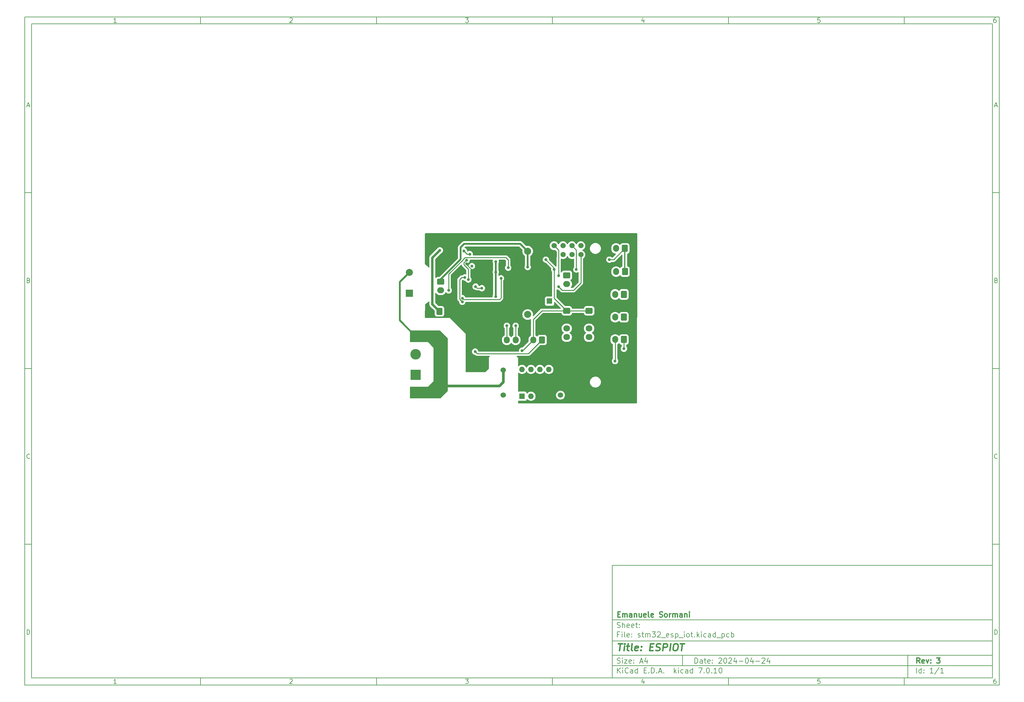
<source format=gbr>
%TF.GenerationSoftware,KiCad,Pcbnew,7.0.10*%
%TF.CreationDate,2024-04-24T00:52:37+02:00*%
%TF.ProjectId,stm32_esp_iot,73746d33-325f-4657-9370-5f696f742e6b,3*%
%TF.SameCoordinates,Original*%
%TF.FileFunction,Copper,L2,Bot*%
%TF.FilePolarity,Positive*%
%FSLAX46Y46*%
G04 Gerber Fmt 4.6, Leading zero omitted, Abs format (unit mm)*
G04 Created by KiCad (PCBNEW 7.0.10) date 2024-04-24 00:52:37*
%MOMM*%
%LPD*%
G01*
G04 APERTURE LIST*
G04 Aperture macros list*
%AMRoundRect*
0 Rectangle with rounded corners*
0 $1 Rounding radius*
0 $2 $3 $4 $5 $6 $7 $8 $9 X,Y pos of 4 corners*
0 Add a 4 corners polygon primitive as box body*
4,1,4,$2,$3,$4,$5,$6,$7,$8,$9,$2,$3,0*
0 Add four circle primitives for the rounded corners*
1,1,$1+$1,$2,$3*
1,1,$1+$1,$4,$5*
1,1,$1+$1,$6,$7*
1,1,$1+$1,$8,$9*
0 Add four rect primitives between the rounded corners*
20,1,$1+$1,$2,$3,$4,$5,0*
20,1,$1+$1,$4,$5,$6,$7,0*
20,1,$1+$1,$6,$7,$8,$9,0*
20,1,$1+$1,$8,$9,$2,$3,0*%
G04 Aperture macros list end*
%ADD10C,0.100000*%
%ADD11C,0.150000*%
%ADD12C,0.300000*%
%ADD13C,0.400000*%
%TA.AperFunction,ComponentPad*%
%ADD14R,1.600000X1.600000*%
%TD*%
%TA.AperFunction,ComponentPad*%
%ADD15C,1.600000*%
%TD*%
%TA.AperFunction,ComponentPad*%
%ADD16RoundRect,0.250000X0.600000X0.725000X-0.600000X0.725000X-0.600000X-0.725000X0.600000X-0.725000X0*%
%TD*%
%TA.AperFunction,ComponentPad*%
%ADD17O,1.700000X1.950000*%
%TD*%
%TA.AperFunction,ComponentPad*%
%ADD18RoundRect,0.250000X0.600000X0.750000X-0.600000X0.750000X-0.600000X-0.750000X0.600000X-0.750000X0*%
%TD*%
%TA.AperFunction,ComponentPad*%
%ADD19O,1.700000X2.000000*%
%TD*%
%TA.AperFunction,ComponentPad*%
%ADD20O,1.600000X1.600000*%
%TD*%
%TA.AperFunction,ComponentPad*%
%ADD21RoundRect,0.250000X-0.750000X0.600000X-0.750000X-0.600000X0.750000X-0.600000X0.750000X0.600000X0*%
%TD*%
%TA.AperFunction,ComponentPad*%
%ADD22O,2.000000X1.700000*%
%TD*%
%TA.AperFunction,ComponentPad*%
%ADD23R,1.500000X1.500000*%
%TD*%
%TA.AperFunction,ComponentPad*%
%ADD24C,1.500000*%
%TD*%
%TA.AperFunction,ComponentPad*%
%ADD25R,2.999740X2.999740*%
%TD*%
%TA.AperFunction,ComponentPad*%
%ADD26C,2.999740*%
%TD*%
%TA.AperFunction,ComponentPad*%
%ADD27RoundRect,0.250000X-0.725000X0.600000X-0.725000X-0.600000X0.725000X-0.600000X0.725000X0.600000X0*%
%TD*%
%TA.AperFunction,ComponentPad*%
%ADD28O,1.950000X1.700000*%
%TD*%
%TA.AperFunction,ComponentPad*%
%ADD29C,2.000000*%
%TD*%
%TA.AperFunction,ComponentPad*%
%ADD30R,2.000000X2.000000*%
%TD*%
%TA.AperFunction,ComponentPad*%
%ADD31C,1.524000*%
%TD*%
%TA.AperFunction,ViaPad*%
%ADD32C,0.800000*%
%TD*%
%TA.AperFunction,Conductor*%
%ADD33C,0.250000*%
%TD*%
%TA.AperFunction,Conductor*%
%ADD34C,0.750000*%
%TD*%
%TA.AperFunction,Conductor*%
%ADD35C,0.350000*%
%TD*%
%TA.AperFunction,Conductor*%
%ADD36C,0.700000*%
%TD*%
%TA.AperFunction,Conductor*%
%ADD37C,0.500000*%
%TD*%
G04 APERTURE END LIST*
D10*
D11*
X177002200Y-166007200D02*
X285002200Y-166007200D01*
X285002200Y-198007200D01*
X177002200Y-198007200D01*
X177002200Y-166007200D01*
D10*
D11*
X10000000Y-10000000D02*
X287002200Y-10000000D01*
X287002200Y-200007200D01*
X10000000Y-200007200D01*
X10000000Y-10000000D01*
D10*
D11*
X12000000Y-12000000D02*
X285002200Y-12000000D01*
X285002200Y-198007200D01*
X12000000Y-198007200D01*
X12000000Y-12000000D01*
D10*
D11*
X60000000Y-12000000D02*
X60000000Y-10000000D01*
D10*
D11*
X110000000Y-12000000D02*
X110000000Y-10000000D01*
D10*
D11*
X160000000Y-12000000D02*
X160000000Y-10000000D01*
D10*
D11*
X210000000Y-12000000D02*
X210000000Y-10000000D01*
D10*
D11*
X260000000Y-12000000D02*
X260000000Y-10000000D01*
D10*
D11*
X36089160Y-11593604D02*
X35346303Y-11593604D01*
X35717731Y-11593604D02*
X35717731Y-10293604D01*
X35717731Y-10293604D02*
X35593922Y-10479319D01*
X35593922Y-10479319D02*
X35470112Y-10603128D01*
X35470112Y-10603128D02*
X35346303Y-10665033D01*
D10*
D11*
X85346303Y-10417414D02*
X85408207Y-10355509D01*
X85408207Y-10355509D02*
X85532017Y-10293604D01*
X85532017Y-10293604D02*
X85841541Y-10293604D01*
X85841541Y-10293604D02*
X85965350Y-10355509D01*
X85965350Y-10355509D02*
X86027255Y-10417414D01*
X86027255Y-10417414D02*
X86089160Y-10541223D01*
X86089160Y-10541223D02*
X86089160Y-10665033D01*
X86089160Y-10665033D02*
X86027255Y-10850747D01*
X86027255Y-10850747D02*
X85284398Y-11593604D01*
X85284398Y-11593604D02*
X86089160Y-11593604D01*
D10*
D11*
X135284398Y-10293604D02*
X136089160Y-10293604D01*
X136089160Y-10293604D02*
X135655826Y-10788842D01*
X135655826Y-10788842D02*
X135841541Y-10788842D01*
X135841541Y-10788842D02*
X135965350Y-10850747D01*
X135965350Y-10850747D02*
X136027255Y-10912652D01*
X136027255Y-10912652D02*
X136089160Y-11036461D01*
X136089160Y-11036461D02*
X136089160Y-11345985D01*
X136089160Y-11345985D02*
X136027255Y-11469795D01*
X136027255Y-11469795D02*
X135965350Y-11531700D01*
X135965350Y-11531700D02*
X135841541Y-11593604D01*
X135841541Y-11593604D02*
X135470112Y-11593604D01*
X135470112Y-11593604D02*
X135346303Y-11531700D01*
X135346303Y-11531700D02*
X135284398Y-11469795D01*
D10*
D11*
X185965350Y-10726938D02*
X185965350Y-11593604D01*
X185655826Y-10231700D02*
X185346303Y-11160271D01*
X185346303Y-11160271D02*
X186151064Y-11160271D01*
D10*
D11*
X236027255Y-10293604D02*
X235408207Y-10293604D01*
X235408207Y-10293604D02*
X235346303Y-10912652D01*
X235346303Y-10912652D02*
X235408207Y-10850747D01*
X235408207Y-10850747D02*
X235532017Y-10788842D01*
X235532017Y-10788842D02*
X235841541Y-10788842D01*
X235841541Y-10788842D02*
X235965350Y-10850747D01*
X235965350Y-10850747D02*
X236027255Y-10912652D01*
X236027255Y-10912652D02*
X236089160Y-11036461D01*
X236089160Y-11036461D02*
X236089160Y-11345985D01*
X236089160Y-11345985D02*
X236027255Y-11469795D01*
X236027255Y-11469795D02*
X235965350Y-11531700D01*
X235965350Y-11531700D02*
X235841541Y-11593604D01*
X235841541Y-11593604D02*
X235532017Y-11593604D01*
X235532017Y-11593604D02*
X235408207Y-11531700D01*
X235408207Y-11531700D02*
X235346303Y-11469795D01*
D10*
D11*
X285965350Y-10293604D02*
X285717731Y-10293604D01*
X285717731Y-10293604D02*
X285593922Y-10355509D01*
X285593922Y-10355509D02*
X285532017Y-10417414D01*
X285532017Y-10417414D02*
X285408207Y-10603128D01*
X285408207Y-10603128D02*
X285346303Y-10850747D01*
X285346303Y-10850747D02*
X285346303Y-11345985D01*
X285346303Y-11345985D02*
X285408207Y-11469795D01*
X285408207Y-11469795D02*
X285470112Y-11531700D01*
X285470112Y-11531700D02*
X285593922Y-11593604D01*
X285593922Y-11593604D02*
X285841541Y-11593604D01*
X285841541Y-11593604D02*
X285965350Y-11531700D01*
X285965350Y-11531700D02*
X286027255Y-11469795D01*
X286027255Y-11469795D02*
X286089160Y-11345985D01*
X286089160Y-11345985D02*
X286089160Y-11036461D01*
X286089160Y-11036461D02*
X286027255Y-10912652D01*
X286027255Y-10912652D02*
X285965350Y-10850747D01*
X285965350Y-10850747D02*
X285841541Y-10788842D01*
X285841541Y-10788842D02*
X285593922Y-10788842D01*
X285593922Y-10788842D02*
X285470112Y-10850747D01*
X285470112Y-10850747D02*
X285408207Y-10912652D01*
X285408207Y-10912652D02*
X285346303Y-11036461D01*
D10*
D11*
X60000000Y-198007200D02*
X60000000Y-200007200D01*
D10*
D11*
X110000000Y-198007200D02*
X110000000Y-200007200D01*
D10*
D11*
X160000000Y-198007200D02*
X160000000Y-200007200D01*
D10*
D11*
X210000000Y-198007200D02*
X210000000Y-200007200D01*
D10*
D11*
X260000000Y-198007200D02*
X260000000Y-200007200D01*
D10*
D11*
X36089160Y-199600804D02*
X35346303Y-199600804D01*
X35717731Y-199600804D02*
X35717731Y-198300804D01*
X35717731Y-198300804D02*
X35593922Y-198486519D01*
X35593922Y-198486519D02*
X35470112Y-198610328D01*
X35470112Y-198610328D02*
X35346303Y-198672233D01*
D10*
D11*
X85346303Y-198424614D02*
X85408207Y-198362709D01*
X85408207Y-198362709D02*
X85532017Y-198300804D01*
X85532017Y-198300804D02*
X85841541Y-198300804D01*
X85841541Y-198300804D02*
X85965350Y-198362709D01*
X85965350Y-198362709D02*
X86027255Y-198424614D01*
X86027255Y-198424614D02*
X86089160Y-198548423D01*
X86089160Y-198548423D02*
X86089160Y-198672233D01*
X86089160Y-198672233D02*
X86027255Y-198857947D01*
X86027255Y-198857947D02*
X85284398Y-199600804D01*
X85284398Y-199600804D02*
X86089160Y-199600804D01*
D10*
D11*
X135284398Y-198300804D02*
X136089160Y-198300804D01*
X136089160Y-198300804D02*
X135655826Y-198796042D01*
X135655826Y-198796042D02*
X135841541Y-198796042D01*
X135841541Y-198796042D02*
X135965350Y-198857947D01*
X135965350Y-198857947D02*
X136027255Y-198919852D01*
X136027255Y-198919852D02*
X136089160Y-199043661D01*
X136089160Y-199043661D02*
X136089160Y-199353185D01*
X136089160Y-199353185D02*
X136027255Y-199476995D01*
X136027255Y-199476995D02*
X135965350Y-199538900D01*
X135965350Y-199538900D02*
X135841541Y-199600804D01*
X135841541Y-199600804D02*
X135470112Y-199600804D01*
X135470112Y-199600804D02*
X135346303Y-199538900D01*
X135346303Y-199538900D02*
X135284398Y-199476995D01*
D10*
D11*
X185965350Y-198734138D02*
X185965350Y-199600804D01*
X185655826Y-198238900D02*
X185346303Y-199167471D01*
X185346303Y-199167471D02*
X186151064Y-199167471D01*
D10*
D11*
X236027255Y-198300804D02*
X235408207Y-198300804D01*
X235408207Y-198300804D02*
X235346303Y-198919852D01*
X235346303Y-198919852D02*
X235408207Y-198857947D01*
X235408207Y-198857947D02*
X235532017Y-198796042D01*
X235532017Y-198796042D02*
X235841541Y-198796042D01*
X235841541Y-198796042D02*
X235965350Y-198857947D01*
X235965350Y-198857947D02*
X236027255Y-198919852D01*
X236027255Y-198919852D02*
X236089160Y-199043661D01*
X236089160Y-199043661D02*
X236089160Y-199353185D01*
X236089160Y-199353185D02*
X236027255Y-199476995D01*
X236027255Y-199476995D02*
X235965350Y-199538900D01*
X235965350Y-199538900D02*
X235841541Y-199600804D01*
X235841541Y-199600804D02*
X235532017Y-199600804D01*
X235532017Y-199600804D02*
X235408207Y-199538900D01*
X235408207Y-199538900D02*
X235346303Y-199476995D01*
D10*
D11*
X285965350Y-198300804D02*
X285717731Y-198300804D01*
X285717731Y-198300804D02*
X285593922Y-198362709D01*
X285593922Y-198362709D02*
X285532017Y-198424614D01*
X285532017Y-198424614D02*
X285408207Y-198610328D01*
X285408207Y-198610328D02*
X285346303Y-198857947D01*
X285346303Y-198857947D02*
X285346303Y-199353185D01*
X285346303Y-199353185D02*
X285408207Y-199476995D01*
X285408207Y-199476995D02*
X285470112Y-199538900D01*
X285470112Y-199538900D02*
X285593922Y-199600804D01*
X285593922Y-199600804D02*
X285841541Y-199600804D01*
X285841541Y-199600804D02*
X285965350Y-199538900D01*
X285965350Y-199538900D02*
X286027255Y-199476995D01*
X286027255Y-199476995D02*
X286089160Y-199353185D01*
X286089160Y-199353185D02*
X286089160Y-199043661D01*
X286089160Y-199043661D02*
X286027255Y-198919852D01*
X286027255Y-198919852D02*
X285965350Y-198857947D01*
X285965350Y-198857947D02*
X285841541Y-198796042D01*
X285841541Y-198796042D02*
X285593922Y-198796042D01*
X285593922Y-198796042D02*
X285470112Y-198857947D01*
X285470112Y-198857947D02*
X285408207Y-198919852D01*
X285408207Y-198919852D02*
X285346303Y-199043661D01*
D10*
D11*
X10000000Y-60000000D02*
X12000000Y-60000000D01*
D10*
D11*
X10000000Y-110000000D02*
X12000000Y-110000000D01*
D10*
D11*
X10000000Y-160000000D02*
X12000000Y-160000000D01*
D10*
D11*
X10690476Y-35222176D02*
X11309523Y-35222176D01*
X10566666Y-35593604D02*
X10999999Y-34293604D01*
X10999999Y-34293604D02*
X11433333Y-35593604D01*
D10*
D11*
X11092857Y-84912652D02*
X11278571Y-84974557D01*
X11278571Y-84974557D02*
X11340476Y-85036461D01*
X11340476Y-85036461D02*
X11402380Y-85160271D01*
X11402380Y-85160271D02*
X11402380Y-85345985D01*
X11402380Y-85345985D02*
X11340476Y-85469795D01*
X11340476Y-85469795D02*
X11278571Y-85531700D01*
X11278571Y-85531700D02*
X11154761Y-85593604D01*
X11154761Y-85593604D02*
X10659523Y-85593604D01*
X10659523Y-85593604D02*
X10659523Y-84293604D01*
X10659523Y-84293604D02*
X11092857Y-84293604D01*
X11092857Y-84293604D02*
X11216666Y-84355509D01*
X11216666Y-84355509D02*
X11278571Y-84417414D01*
X11278571Y-84417414D02*
X11340476Y-84541223D01*
X11340476Y-84541223D02*
X11340476Y-84665033D01*
X11340476Y-84665033D02*
X11278571Y-84788842D01*
X11278571Y-84788842D02*
X11216666Y-84850747D01*
X11216666Y-84850747D02*
X11092857Y-84912652D01*
X11092857Y-84912652D02*
X10659523Y-84912652D01*
D10*
D11*
X11402380Y-135469795D02*
X11340476Y-135531700D01*
X11340476Y-135531700D02*
X11154761Y-135593604D01*
X11154761Y-135593604D02*
X11030952Y-135593604D01*
X11030952Y-135593604D02*
X10845238Y-135531700D01*
X10845238Y-135531700D02*
X10721428Y-135407890D01*
X10721428Y-135407890D02*
X10659523Y-135284080D01*
X10659523Y-135284080D02*
X10597619Y-135036461D01*
X10597619Y-135036461D02*
X10597619Y-134850747D01*
X10597619Y-134850747D02*
X10659523Y-134603128D01*
X10659523Y-134603128D02*
X10721428Y-134479319D01*
X10721428Y-134479319D02*
X10845238Y-134355509D01*
X10845238Y-134355509D02*
X11030952Y-134293604D01*
X11030952Y-134293604D02*
X11154761Y-134293604D01*
X11154761Y-134293604D02*
X11340476Y-134355509D01*
X11340476Y-134355509D02*
X11402380Y-134417414D01*
D10*
D11*
X10659523Y-185593604D02*
X10659523Y-184293604D01*
X10659523Y-184293604D02*
X10969047Y-184293604D01*
X10969047Y-184293604D02*
X11154761Y-184355509D01*
X11154761Y-184355509D02*
X11278571Y-184479319D01*
X11278571Y-184479319D02*
X11340476Y-184603128D01*
X11340476Y-184603128D02*
X11402380Y-184850747D01*
X11402380Y-184850747D02*
X11402380Y-185036461D01*
X11402380Y-185036461D02*
X11340476Y-185284080D01*
X11340476Y-185284080D02*
X11278571Y-185407890D01*
X11278571Y-185407890D02*
X11154761Y-185531700D01*
X11154761Y-185531700D02*
X10969047Y-185593604D01*
X10969047Y-185593604D02*
X10659523Y-185593604D01*
D10*
D11*
X287002200Y-60000000D02*
X285002200Y-60000000D01*
D10*
D11*
X287002200Y-110000000D02*
X285002200Y-110000000D01*
D10*
D11*
X287002200Y-160000000D02*
X285002200Y-160000000D01*
D10*
D11*
X285692676Y-35222176D02*
X286311723Y-35222176D01*
X285568866Y-35593604D02*
X286002199Y-34293604D01*
X286002199Y-34293604D02*
X286435533Y-35593604D01*
D10*
D11*
X286095057Y-84912652D02*
X286280771Y-84974557D01*
X286280771Y-84974557D02*
X286342676Y-85036461D01*
X286342676Y-85036461D02*
X286404580Y-85160271D01*
X286404580Y-85160271D02*
X286404580Y-85345985D01*
X286404580Y-85345985D02*
X286342676Y-85469795D01*
X286342676Y-85469795D02*
X286280771Y-85531700D01*
X286280771Y-85531700D02*
X286156961Y-85593604D01*
X286156961Y-85593604D02*
X285661723Y-85593604D01*
X285661723Y-85593604D02*
X285661723Y-84293604D01*
X285661723Y-84293604D02*
X286095057Y-84293604D01*
X286095057Y-84293604D02*
X286218866Y-84355509D01*
X286218866Y-84355509D02*
X286280771Y-84417414D01*
X286280771Y-84417414D02*
X286342676Y-84541223D01*
X286342676Y-84541223D02*
X286342676Y-84665033D01*
X286342676Y-84665033D02*
X286280771Y-84788842D01*
X286280771Y-84788842D02*
X286218866Y-84850747D01*
X286218866Y-84850747D02*
X286095057Y-84912652D01*
X286095057Y-84912652D02*
X285661723Y-84912652D01*
D10*
D11*
X286404580Y-135469795D02*
X286342676Y-135531700D01*
X286342676Y-135531700D02*
X286156961Y-135593604D01*
X286156961Y-135593604D02*
X286033152Y-135593604D01*
X286033152Y-135593604D02*
X285847438Y-135531700D01*
X285847438Y-135531700D02*
X285723628Y-135407890D01*
X285723628Y-135407890D02*
X285661723Y-135284080D01*
X285661723Y-135284080D02*
X285599819Y-135036461D01*
X285599819Y-135036461D02*
X285599819Y-134850747D01*
X285599819Y-134850747D02*
X285661723Y-134603128D01*
X285661723Y-134603128D02*
X285723628Y-134479319D01*
X285723628Y-134479319D02*
X285847438Y-134355509D01*
X285847438Y-134355509D02*
X286033152Y-134293604D01*
X286033152Y-134293604D02*
X286156961Y-134293604D01*
X286156961Y-134293604D02*
X286342676Y-134355509D01*
X286342676Y-134355509D02*
X286404580Y-134417414D01*
D10*
D11*
X285661723Y-185593604D02*
X285661723Y-184293604D01*
X285661723Y-184293604D02*
X285971247Y-184293604D01*
X285971247Y-184293604D02*
X286156961Y-184355509D01*
X286156961Y-184355509D02*
X286280771Y-184479319D01*
X286280771Y-184479319D02*
X286342676Y-184603128D01*
X286342676Y-184603128D02*
X286404580Y-184850747D01*
X286404580Y-184850747D02*
X286404580Y-185036461D01*
X286404580Y-185036461D02*
X286342676Y-185284080D01*
X286342676Y-185284080D02*
X286280771Y-185407890D01*
X286280771Y-185407890D02*
X286156961Y-185531700D01*
X286156961Y-185531700D02*
X285971247Y-185593604D01*
X285971247Y-185593604D02*
X285661723Y-185593604D01*
D10*
D11*
X200458026Y-193793328D02*
X200458026Y-192293328D01*
X200458026Y-192293328D02*
X200815169Y-192293328D01*
X200815169Y-192293328D02*
X201029455Y-192364757D01*
X201029455Y-192364757D02*
X201172312Y-192507614D01*
X201172312Y-192507614D02*
X201243741Y-192650471D01*
X201243741Y-192650471D02*
X201315169Y-192936185D01*
X201315169Y-192936185D02*
X201315169Y-193150471D01*
X201315169Y-193150471D02*
X201243741Y-193436185D01*
X201243741Y-193436185D02*
X201172312Y-193579042D01*
X201172312Y-193579042D02*
X201029455Y-193721900D01*
X201029455Y-193721900D02*
X200815169Y-193793328D01*
X200815169Y-193793328D02*
X200458026Y-193793328D01*
X202600884Y-193793328D02*
X202600884Y-193007614D01*
X202600884Y-193007614D02*
X202529455Y-192864757D01*
X202529455Y-192864757D02*
X202386598Y-192793328D01*
X202386598Y-192793328D02*
X202100884Y-192793328D01*
X202100884Y-192793328D02*
X201958026Y-192864757D01*
X202600884Y-193721900D02*
X202458026Y-193793328D01*
X202458026Y-193793328D02*
X202100884Y-193793328D01*
X202100884Y-193793328D02*
X201958026Y-193721900D01*
X201958026Y-193721900D02*
X201886598Y-193579042D01*
X201886598Y-193579042D02*
X201886598Y-193436185D01*
X201886598Y-193436185D02*
X201958026Y-193293328D01*
X201958026Y-193293328D02*
X202100884Y-193221900D01*
X202100884Y-193221900D02*
X202458026Y-193221900D01*
X202458026Y-193221900D02*
X202600884Y-193150471D01*
X203100884Y-192793328D02*
X203672312Y-192793328D01*
X203315169Y-192293328D02*
X203315169Y-193579042D01*
X203315169Y-193579042D02*
X203386598Y-193721900D01*
X203386598Y-193721900D02*
X203529455Y-193793328D01*
X203529455Y-193793328D02*
X203672312Y-193793328D01*
X204743741Y-193721900D02*
X204600884Y-193793328D01*
X204600884Y-193793328D02*
X204315170Y-193793328D01*
X204315170Y-193793328D02*
X204172312Y-193721900D01*
X204172312Y-193721900D02*
X204100884Y-193579042D01*
X204100884Y-193579042D02*
X204100884Y-193007614D01*
X204100884Y-193007614D02*
X204172312Y-192864757D01*
X204172312Y-192864757D02*
X204315170Y-192793328D01*
X204315170Y-192793328D02*
X204600884Y-192793328D01*
X204600884Y-192793328D02*
X204743741Y-192864757D01*
X204743741Y-192864757D02*
X204815170Y-193007614D01*
X204815170Y-193007614D02*
X204815170Y-193150471D01*
X204815170Y-193150471D02*
X204100884Y-193293328D01*
X205458026Y-193650471D02*
X205529455Y-193721900D01*
X205529455Y-193721900D02*
X205458026Y-193793328D01*
X205458026Y-193793328D02*
X205386598Y-193721900D01*
X205386598Y-193721900D02*
X205458026Y-193650471D01*
X205458026Y-193650471D02*
X205458026Y-193793328D01*
X205458026Y-192864757D02*
X205529455Y-192936185D01*
X205529455Y-192936185D02*
X205458026Y-193007614D01*
X205458026Y-193007614D02*
X205386598Y-192936185D01*
X205386598Y-192936185D02*
X205458026Y-192864757D01*
X205458026Y-192864757D02*
X205458026Y-193007614D01*
X207243741Y-192436185D02*
X207315169Y-192364757D01*
X207315169Y-192364757D02*
X207458027Y-192293328D01*
X207458027Y-192293328D02*
X207815169Y-192293328D01*
X207815169Y-192293328D02*
X207958027Y-192364757D01*
X207958027Y-192364757D02*
X208029455Y-192436185D01*
X208029455Y-192436185D02*
X208100884Y-192579042D01*
X208100884Y-192579042D02*
X208100884Y-192721900D01*
X208100884Y-192721900D02*
X208029455Y-192936185D01*
X208029455Y-192936185D02*
X207172312Y-193793328D01*
X207172312Y-193793328D02*
X208100884Y-193793328D01*
X209029455Y-192293328D02*
X209172312Y-192293328D01*
X209172312Y-192293328D02*
X209315169Y-192364757D01*
X209315169Y-192364757D02*
X209386598Y-192436185D01*
X209386598Y-192436185D02*
X209458026Y-192579042D01*
X209458026Y-192579042D02*
X209529455Y-192864757D01*
X209529455Y-192864757D02*
X209529455Y-193221900D01*
X209529455Y-193221900D02*
X209458026Y-193507614D01*
X209458026Y-193507614D02*
X209386598Y-193650471D01*
X209386598Y-193650471D02*
X209315169Y-193721900D01*
X209315169Y-193721900D02*
X209172312Y-193793328D01*
X209172312Y-193793328D02*
X209029455Y-193793328D01*
X209029455Y-193793328D02*
X208886598Y-193721900D01*
X208886598Y-193721900D02*
X208815169Y-193650471D01*
X208815169Y-193650471D02*
X208743740Y-193507614D01*
X208743740Y-193507614D02*
X208672312Y-193221900D01*
X208672312Y-193221900D02*
X208672312Y-192864757D01*
X208672312Y-192864757D02*
X208743740Y-192579042D01*
X208743740Y-192579042D02*
X208815169Y-192436185D01*
X208815169Y-192436185D02*
X208886598Y-192364757D01*
X208886598Y-192364757D02*
X209029455Y-192293328D01*
X210100883Y-192436185D02*
X210172311Y-192364757D01*
X210172311Y-192364757D02*
X210315169Y-192293328D01*
X210315169Y-192293328D02*
X210672311Y-192293328D01*
X210672311Y-192293328D02*
X210815169Y-192364757D01*
X210815169Y-192364757D02*
X210886597Y-192436185D01*
X210886597Y-192436185D02*
X210958026Y-192579042D01*
X210958026Y-192579042D02*
X210958026Y-192721900D01*
X210958026Y-192721900D02*
X210886597Y-192936185D01*
X210886597Y-192936185D02*
X210029454Y-193793328D01*
X210029454Y-193793328D02*
X210958026Y-193793328D01*
X212243740Y-192793328D02*
X212243740Y-193793328D01*
X211886597Y-192221900D02*
X211529454Y-193293328D01*
X211529454Y-193293328D02*
X212458025Y-193293328D01*
X213029453Y-193221900D02*
X214172311Y-193221900D01*
X215172311Y-192293328D02*
X215315168Y-192293328D01*
X215315168Y-192293328D02*
X215458025Y-192364757D01*
X215458025Y-192364757D02*
X215529454Y-192436185D01*
X215529454Y-192436185D02*
X215600882Y-192579042D01*
X215600882Y-192579042D02*
X215672311Y-192864757D01*
X215672311Y-192864757D02*
X215672311Y-193221900D01*
X215672311Y-193221900D02*
X215600882Y-193507614D01*
X215600882Y-193507614D02*
X215529454Y-193650471D01*
X215529454Y-193650471D02*
X215458025Y-193721900D01*
X215458025Y-193721900D02*
X215315168Y-193793328D01*
X215315168Y-193793328D02*
X215172311Y-193793328D01*
X215172311Y-193793328D02*
X215029454Y-193721900D01*
X215029454Y-193721900D02*
X214958025Y-193650471D01*
X214958025Y-193650471D02*
X214886596Y-193507614D01*
X214886596Y-193507614D02*
X214815168Y-193221900D01*
X214815168Y-193221900D02*
X214815168Y-192864757D01*
X214815168Y-192864757D02*
X214886596Y-192579042D01*
X214886596Y-192579042D02*
X214958025Y-192436185D01*
X214958025Y-192436185D02*
X215029454Y-192364757D01*
X215029454Y-192364757D02*
X215172311Y-192293328D01*
X216958025Y-192793328D02*
X216958025Y-193793328D01*
X216600882Y-192221900D02*
X216243739Y-193293328D01*
X216243739Y-193293328D02*
X217172310Y-193293328D01*
X217743738Y-193221900D02*
X218886596Y-193221900D01*
X219529453Y-192436185D02*
X219600881Y-192364757D01*
X219600881Y-192364757D02*
X219743739Y-192293328D01*
X219743739Y-192293328D02*
X220100881Y-192293328D01*
X220100881Y-192293328D02*
X220243739Y-192364757D01*
X220243739Y-192364757D02*
X220315167Y-192436185D01*
X220315167Y-192436185D02*
X220386596Y-192579042D01*
X220386596Y-192579042D02*
X220386596Y-192721900D01*
X220386596Y-192721900D02*
X220315167Y-192936185D01*
X220315167Y-192936185D02*
X219458024Y-193793328D01*
X219458024Y-193793328D02*
X220386596Y-193793328D01*
X221672310Y-192793328D02*
X221672310Y-193793328D01*
X221315167Y-192221900D02*
X220958024Y-193293328D01*
X220958024Y-193293328D02*
X221886595Y-193293328D01*
D10*
D11*
X177002200Y-194507200D02*
X285002200Y-194507200D01*
D10*
D11*
X178458026Y-196593328D02*
X178458026Y-195093328D01*
X179315169Y-196593328D02*
X178672312Y-195736185D01*
X179315169Y-195093328D02*
X178458026Y-195950471D01*
X179958026Y-196593328D02*
X179958026Y-195593328D01*
X179958026Y-195093328D02*
X179886598Y-195164757D01*
X179886598Y-195164757D02*
X179958026Y-195236185D01*
X179958026Y-195236185D02*
X180029455Y-195164757D01*
X180029455Y-195164757D02*
X179958026Y-195093328D01*
X179958026Y-195093328D02*
X179958026Y-195236185D01*
X181529455Y-196450471D02*
X181458027Y-196521900D01*
X181458027Y-196521900D02*
X181243741Y-196593328D01*
X181243741Y-196593328D02*
X181100884Y-196593328D01*
X181100884Y-196593328D02*
X180886598Y-196521900D01*
X180886598Y-196521900D02*
X180743741Y-196379042D01*
X180743741Y-196379042D02*
X180672312Y-196236185D01*
X180672312Y-196236185D02*
X180600884Y-195950471D01*
X180600884Y-195950471D02*
X180600884Y-195736185D01*
X180600884Y-195736185D02*
X180672312Y-195450471D01*
X180672312Y-195450471D02*
X180743741Y-195307614D01*
X180743741Y-195307614D02*
X180886598Y-195164757D01*
X180886598Y-195164757D02*
X181100884Y-195093328D01*
X181100884Y-195093328D02*
X181243741Y-195093328D01*
X181243741Y-195093328D02*
X181458027Y-195164757D01*
X181458027Y-195164757D02*
X181529455Y-195236185D01*
X182815170Y-196593328D02*
X182815170Y-195807614D01*
X182815170Y-195807614D02*
X182743741Y-195664757D01*
X182743741Y-195664757D02*
X182600884Y-195593328D01*
X182600884Y-195593328D02*
X182315170Y-195593328D01*
X182315170Y-195593328D02*
X182172312Y-195664757D01*
X182815170Y-196521900D02*
X182672312Y-196593328D01*
X182672312Y-196593328D02*
X182315170Y-196593328D01*
X182315170Y-196593328D02*
X182172312Y-196521900D01*
X182172312Y-196521900D02*
X182100884Y-196379042D01*
X182100884Y-196379042D02*
X182100884Y-196236185D01*
X182100884Y-196236185D02*
X182172312Y-196093328D01*
X182172312Y-196093328D02*
X182315170Y-196021900D01*
X182315170Y-196021900D02*
X182672312Y-196021900D01*
X182672312Y-196021900D02*
X182815170Y-195950471D01*
X184172313Y-196593328D02*
X184172313Y-195093328D01*
X184172313Y-196521900D02*
X184029455Y-196593328D01*
X184029455Y-196593328D02*
X183743741Y-196593328D01*
X183743741Y-196593328D02*
X183600884Y-196521900D01*
X183600884Y-196521900D02*
X183529455Y-196450471D01*
X183529455Y-196450471D02*
X183458027Y-196307614D01*
X183458027Y-196307614D02*
X183458027Y-195879042D01*
X183458027Y-195879042D02*
X183529455Y-195736185D01*
X183529455Y-195736185D02*
X183600884Y-195664757D01*
X183600884Y-195664757D02*
X183743741Y-195593328D01*
X183743741Y-195593328D02*
X184029455Y-195593328D01*
X184029455Y-195593328D02*
X184172313Y-195664757D01*
X186029455Y-195807614D02*
X186529455Y-195807614D01*
X186743741Y-196593328D02*
X186029455Y-196593328D01*
X186029455Y-196593328D02*
X186029455Y-195093328D01*
X186029455Y-195093328D02*
X186743741Y-195093328D01*
X187386598Y-196450471D02*
X187458027Y-196521900D01*
X187458027Y-196521900D02*
X187386598Y-196593328D01*
X187386598Y-196593328D02*
X187315170Y-196521900D01*
X187315170Y-196521900D02*
X187386598Y-196450471D01*
X187386598Y-196450471D02*
X187386598Y-196593328D01*
X188100884Y-196593328D02*
X188100884Y-195093328D01*
X188100884Y-195093328D02*
X188458027Y-195093328D01*
X188458027Y-195093328D02*
X188672313Y-195164757D01*
X188672313Y-195164757D02*
X188815170Y-195307614D01*
X188815170Y-195307614D02*
X188886599Y-195450471D01*
X188886599Y-195450471D02*
X188958027Y-195736185D01*
X188958027Y-195736185D02*
X188958027Y-195950471D01*
X188958027Y-195950471D02*
X188886599Y-196236185D01*
X188886599Y-196236185D02*
X188815170Y-196379042D01*
X188815170Y-196379042D02*
X188672313Y-196521900D01*
X188672313Y-196521900D02*
X188458027Y-196593328D01*
X188458027Y-196593328D02*
X188100884Y-196593328D01*
X189600884Y-196450471D02*
X189672313Y-196521900D01*
X189672313Y-196521900D02*
X189600884Y-196593328D01*
X189600884Y-196593328D02*
X189529456Y-196521900D01*
X189529456Y-196521900D02*
X189600884Y-196450471D01*
X189600884Y-196450471D02*
X189600884Y-196593328D01*
X190243742Y-196164757D02*
X190958028Y-196164757D01*
X190100885Y-196593328D02*
X190600885Y-195093328D01*
X190600885Y-195093328D02*
X191100885Y-196593328D01*
X191600884Y-196450471D02*
X191672313Y-196521900D01*
X191672313Y-196521900D02*
X191600884Y-196593328D01*
X191600884Y-196593328D02*
X191529456Y-196521900D01*
X191529456Y-196521900D02*
X191600884Y-196450471D01*
X191600884Y-196450471D02*
X191600884Y-196593328D01*
X194600884Y-196593328D02*
X194600884Y-195093328D01*
X194743742Y-196021900D02*
X195172313Y-196593328D01*
X195172313Y-195593328D02*
X194600884Y-196164757D01*
X195815170Y-196593328D02*
X195815170Y-195593328D01*
X195815170Y-195093328D02*
X195743742Y-195164757D01*
X195743742Y-195164757D02*
X195815170Y-195236185D01*
X195815170Y-195236185D02*
X195886599Y-195164757D01*
X195886599Y-195164757D02*
X195815170Y-195093328D01*
X195815170Y-195093328D02*
X195815170Y-195236185D01*
X197172314Y-196521900D02*
X197029456Y-196593328D01*
X197029456Y-196593328D02*
X196743742Y-196593328D01*
X196743742Y-196593328D02*
X196600885Y-196521900D01*
X196600885Y-196521900D02*
X196529456Y-196450471D01*
X196529456Y-196450471D02*
X196458028Y-196307614D01*
X196458028Y-196307614D02*
X196458028Y-195879042D01*
X196458028Y-195879042D02*
X196529456Y-195736185D01*
X196529456Y-195736185D02*
X196600885Y-195664757D01*
X196600885Y-195664757D02*
X196743742Y-195593328D01*
X196743742Y-195593328D02*
X197029456Y-195593328D01*
X197029456Y-195593328D02*
X197172314Y-195664757D01*
X198458028Y-196593328D02*
X198458028Y-195807614D01*
X198458028Y-195807614D02*
X198386599Y-195664757D01*
X198386599Y-195664757D02*
X198243742Y-195593328D01*
X198243742Y-195593328D02*
X197958028Y-195593328D01*
X197958028Y-195593328D02*
X197815170Y-195664757D01*
X198458028Y-196521900D02*
X198315170Y-196593328D01*
X198315170Y-196593328D02*
X197958028Y-196593328D01*
X197958028Y-196593328D02*
X197815170Y-196521900D01*
X197815170Y-196521900D02*
X197743742Y-196379042D01*
X197743742Y-196379042D02*
X197743742Y-196236185D01*
X197743742Y-196236185D02*
X197815170Y-196093328D01*
X197815170Y-196093328D02*
X197958028Y-196021900D01*
X197958028Y-196021900D02*
X198315170Y-196021900D01*
X198315170Y-196021900D02*
X198458028Y-195950471D01*
X199815171Y-196593328D02*
X199815171Y-195093328D01*
X199815171Y-196521900D02*
X199672313Y-196593328D01*
X199672313Y-196593328D02*
X199386599Y-196593328D01*
X199386599Y-196593328D02*
X199243742Y-196521900D01*
X199243742Y-196521900D02*
X199172313Y-196450471D01*
X199172313Y-196450471D02*
X199100885Y-196307614D01*
X199100885Y-196307614D02*
X199100885Y-195879042D01*
X199100885Y-195879042D02*
X199172313Y-195736185D01*
X199172313Y-195736185D02*
X199243742Y-195664757D01*
X199243742Y-195664757D02*
X199386599Y-195593328D01*
X199386599Y-195593328D02*
X199672313Y-195593328D01*
X199672313Y-195593328D02*
X199815171Y-195664757D01*
X201529456Y-195093328D02*
X202529456Y-195093328D01*
X202529456Y-195093328D02*
X201886599Y-196593328D01*
X203100884Y-196450471D02*
X203172313Y-196521900D01*
X203172313Y-196521900D02*
X203100884Y-196593328D01*
X203100884Y-196593328D02*
X203029456Y-196521900D01*
X203029456Y-196521900D02*
X203100884Y-196450471D01*
X203100884Y-196450471D02*
X203100884Y-196593328D01*
X204100885Y-195093328D02*
X204243742Y-195093328D01*
X204243742Y-195093328D02*
X204386599Y-195164757D01*
X204386599Y-195164757D02*
X204458028Y-195236185D01*
X204458028Y-195236185D02*
X204529456Y-195379042D01*
X204529456Y-195379042D02*
X204600885Y-195664757D01*
X204600885Y-195664757D02*
X204600885Y-196021900D01*
X204600885Y-196021900D02*
X204529456Y-196307614D01*
X204529456Y-196307614D02*
X204458028Y-196450471D01*
X204458028Y-196450471D02*
X204386599Y-196521900D01*
X204386599Y-196521900D02*
X204243742Y-196593328D01*
X204243742Y-196593328D02*
X204100885Y-196593328D01*
X204100885Y-196593328D02*
X203958028Y-196521900D01*
X203958028Y-196521900D02*
X203886599Y-196450471D01*
X203886599Y-196450471D02*
X203815170Y-196307614D01*
X203815170Y-196307614D02*
X203743742Y-196021900D01*
X203743742Y-196021900D02*
X203743742Y-195664757D01*
X203743742Y-195664757D02*
X203815170Y-195379042D01*
X203815170Y-195379042D02*
X203886599Y-195236185D01*
X203886599Y-195236185D02*
X203958028Y-195164757D01*
X203958028Y-195164757D02*
X204100885Y-195093328D01*
X205243741Y-196450471D02*
X205315170Y-196521900D01*
X205315170Y-196521900D02*
X205243741Y-196593328D01*
X205243741Y-196593328D02*
X205172313Y-196521900D01*
X205172313Y-196521900D02*
X205243741Y-196450471D01*
X205243741Y-196450471D02*
X205243741Y-196593328D01*
X206743742Y-196593328D02*
X205886599Y-196593328D01*
X206315170Y-196593328D02*
X206315170Y-195093328D01*
X206315170Y-195093328D02*
X206172313Y-195307614D01*
X206172313Y-195307614D02*
X206029456Y-195450471D01*
X206029456Y-195450471D02*
X205886599Y-195521900D01*
X207672313Y-195093328D02*
X207815170Y-195093328D01*
X207815170Y-195093328D02*
X207958027Y-195164757D01*
X207958027Y-195164757D02*
X208029456Y-195236185D01*
X208029456Y-195236185D02*
X208100884Y-195379042D01*
X208100884Y-195379042D02*
X208172313Y-195664757D01*
X208172313Y-195664757D02*
X208172313Y-196021900D01*
X208172313Y-196021900D02*
X208100884Y-196307614D01*
X208100884Y-196307614D02*
X208029456Y-196450471D01*
X208029456Y-196450471D02*
X207958027Y-196521900D01*
X207958027Y-196521900D02*
X207815170Y-196593328D01*
X207815170Y-196593328D02*
X207672313Y-196593328D01*
X207672313Y-196593328D02*
X207529456Y-196521900D01*
X207529456Y-196521900D02*
X207458027Y-196450471D01*
X207458027Y-196450471D02*
X207386598Y-196307614D01*
X207386598Y-196307614D02*
X207315170Y-196021900D01*
X207315170Y-196021900D02*
X207315170Y-195664757D01*
X207315170Y-195664757D02*
X207386598Y-195379042D01*
X207386598Y-195379042D02*
X207458027Y-195236185D01*
X207458027Y-195236185D02*
X207529456Y-195164757D01*
X207529456Y-195164757D02*
X207672313Y-195093328D01*
D10*
D11*
X177002200Y-191507200D02*
X285002200Y-191507200D01*
D10*
D12*
X264413853Y-193785528D02*
X263913853Y-193071242D01*
X263556710Y-193785528D02*
X263556710Y-192285528D01*
X263556710Y-192285528D02*
X264128139Y-192285528D01*
X264128139Y-192285528D02*
X264270996Y-192356957D01*
X264270996Y-192356957D02*
X264342425Y-192428385D01*
X264342425Y-192428385D02*
X264413853Y-192571242D01*
X264413853Y-192571242D02*
X264413853Y-192785528D01*
X264413853Y-192785528D02*
X264342425Y-192928385D01*
X264342425Y-192928385D02*
X264270996Y-192999814D01*
X264270996Y-192999814D02*
X264128139Y-193071242D01*
X264128139Y-193071242D02*
X263556710Y-193071242D01*
X265628139Y-193714100D02*
X265485282Y-193785528D01*
X265485282Y-193785528D02*
X265199568Y-193785528D01*
X265199568Y-193785528D02*
X265056710Y-193714100D01*
X265056710Y-193714100D02*
X264985282Y-193571242D01*
X264985282Y-193571242D02*
X264985282Y-192999814D01*
X264985282Y-192999814D02*
X265056710Y-192856957D01*
X265056710Y-192856957D02*
X265199568Y-192785528D01*
X265199568Y-192785528D02*
X265485282Y-192785528D01*
X265485282Y-192785528D02*
X265628139Y-192856957D01*
X265628139Y-192856957D02*
X265699568Y-192999814D01*
X265699568Y-192999814D02*
X265699568Y-193142671D01*
X265699568Y-193142671D02*
X264985282Y-193285528D01*
X266199567Y-192785528D02*
X266556710Y-193785528D01*
X266556710Y-193785528D02*
X266913853Y-192785528D01*
X267485281Y-193642671D02*
X267556710Y-193714100D01*
X267556710Y-193714100D02*
X267485281Y-193785528D01*
X267485281Y-193785528D02*
X267413853Y-193714100D01*
X267413853Y-193714100D02*
X267485281Y-193642671D01*
X267485281Y-193642671D02*
X267485281Y-193785528D01*
X267485281Y-192856957D02*
X267556710Y-192928385D01*
X267556710Y-192928385D02*
X267485281Y-192999814D01*
X267485281Y-192999814D02*
X267413853Y-192928385D01*
X267413853Y-192928385D02*
X267485281Y-192856957D01*
X267485281Y-192856957D02*
X267485281Y-192999814D01*
X269199567Y-192285528D02*
X270128139Y-192285528D01*
X270128139Y-192285528D02*
X269628139Y-192856957D01*
X269628139Y-192856957D02*
X269842424Y-192856957D01*
X269842424Y-192856957D02*
X269985282Y-192928385D01*
X269985282Y-192928385D02*
X270056710Y-192999814D01*
X270056710Y-192999814D02*
X270128139Y-193142671D01*
X270128139Y-193142671D02*
X270128139Y-193499814D01*
X270128139Y-193499814D02*
X270056710Y-193642671D01*
X270056710Y-193642671D02*
X269985282Y-193714100D01*
X269985282Y-193714100D02*
X269842424Y-193785528D01*
X269842424Y-193785528D02*
X269413853Y-193785528D01*
X269413853Y-193785528D02*
X269270996Y-193714100D01*
X269270996Y-193714100D02*
X269199567Y-193642671D01*
D10*
D11*
X178386598Y-193721900D02*
X178600884Y-193793328D01*
X178600884Y-193793328D02*
X178958026Y-193793328D01*
X178958026Y-193793328D02*
X179100884Y-193721900D01*
X179100884Y-193721900D02*
X179172312Y-193650471D01*
X179172312Y-193650471D02*
X179243741Y-193507614D01*
X179243741Y-193507614D02*
X179243741Y-193364757D01*
X179243741Y-193364757D02*
X179172312Y-193221900D01*
X179172312Y-193221900D02*
X179100884Y-193150471D01*
X179100884Y-193150471D02*
X178958026Y-193079042D01*
X178958026Y-193079042D02*
X178672312Y-193007614D01*
X178672312Y-193007614D02*
X178529455Y-192936185D01*
X178529455Y-192936185D02*
X178458026Y-192864757D01*
X178458026Y-192864757D02*
X178386598Y-192721900D01*
X178386598Y-192721900D02*
X178386598Y-192579042D01*
X178386598Y-192579042D02*
X178458026Y-192436185D01*
X178458026Y-192436185D02*
X178529455Y-192364757D01*
X178529455Y-192364757D02*
X178672312Y-192293328D01*
X178672312Y-192293328D02*
X179029455Y-192293328D01*
X179029455Y-192293328D02*
X179243741Y-192364757D01*
X179886597Y-193793328D02*
X179886597Y-192793328D01*
X179886597Y-192293328D02*
X179815169Y-192364757D01*
X179815169Y-192364757D02*
X179886597Y-192436185D01*
X179886597Y-192436185D02*
X179958026Y-192364757D01*
X179958026Y-192364757D02*
X179886597Y-192293328D01*
X179886597Y-192293328D02*
X179886597Y-192436185D01*
X180458026Y-192793328D02*
X181243741Y-192793328D01*
X181243741Y-192793328D02*
X180458026Y-193793328D01*
X180458026Y-193793328D02*
X181243741Y-193793328D01*
X182386598Y-193721900D02*
X182243741Y-193793328D01*
X182243741Y-193793328D02*
X181958027Y-193793328D01*
X181958027Y-193793328D02*
X181815169Y-193721900D01*
X181815169Y-193721900D02*
X181743741Y-193579042D01*
X181743741Y-193579042D02*
X181743741Y-193007614D01*
X181743741Y-193007614D02*
X181815169Y-192864757D01*
X181815169Y-192864757D02*
X181958027Y-192793328D01*
X181958027Y-192793328D02*
X182243741Y-192793328D01*
X182243741Y-192793328D02*
X182386598Y-192864757D01*
X182386598Y-192864757D02*
X182458027Y-193007614D01*
X182458027Y-193007614D02*
X182458027Y-193150471D01*
X182458027Y-193150471D02*
X181743741Y-193293328D01*
X183100883Y-193650471D02*
X183172312Y-193721900D01*
X183172312Y-193721900D02*
X183100883Y-193793328D01*
X183100883Y-193793328D02*
X183029455Y-193721900D01*
X183029455Y-193721900D02*
X183100883Y-193650471D01*
X183100883Y-193650471D02*
X183100883Y-193793328D01*
X183100883Y-192864757D02*
X183172312Y-192936185D01*
X183172312Y-192936185D02*
X183100883Y-193007614D01*
X183100883Y-193007614D02*
X183029455Y-192936185D01*
X183029455Y-192936185D02*
X183100883Y-192864757D01*
X183100883Y-192864757D02*
X183100883Y-193007614D01*
X184886598Y-193364757D02*
X185600884Y-193364757D01*
X184743741Y-193793328D02*
X185243741Y-192293328D01*
X185243741Y-192293328D02*
X185743741Y-193793328D01*
X186886598Y-192793328D02*
X186886598Y-193793328D01*
X186529455Y-192221900D02*
X186172312Y-193293328D01*
X186172312Y-193293328D02*
X187100883Y-193293328D01*
D10*
D11*
X263458026Y-196593328D02*
X263458026Y-195093328D01*
X264815170Y-196593328D02*
X264815170Y-195093328D01*
X264815170Y-196521900D02*
X264672312Y-196593328D01*
X264672312Y-196593328D02*
X264386598Y-196593328D01*
X264386598Y-196593328D02*
X264243741Y-196521900D01*
X264243741Y-196521900D02*
X264172312Y-196450471D01*
X264172312Y-196450471D02*
X264100884Y-196307614D01*
X264100884Y-196307614D02*
X264100884Y-195879042D01*
X264100884Y-195879042D02*
X264172312Y-195736185D01*
X264172312Y-195736185D02*
X264243741Y-195664757D01*
X264243741Y-195664757D02*
X264386598Y-195593328D01*
X264386598Y-195593328D02*
X264672312Y-195593328D01*
X264672312Y-195593328D02*
X264815170Y-195664757D01*
X265529455Y-196450471D02*
X265600884Y-196521900D01*
X265600884Y-196521900D02*
X265529455Y-196593328D01*
X265529455Y-196593328D02*
X265458027Y-196521900D01*
X265458027Y-196521900D02*
X265529455Y-196450471D01*
X265529455Y-196450471D02*
X265529455Y-196593328D01*
X265529455Y-195664757D02*
X265600884Y-195736185D01*
X265600884Y-195736185D02*
X265529455Y-195807614D01*
X265529455Y-195807614D02*
X265458027Y-195736185D01*
X265458027Y-195736185D02*
X265529455Y-195664757D01*
X265529455Y-195664757D02*
X265529455Y-195807614D01*
X268172313Y-196593328D02*
X267315170Y-196593328D01*
X267743741Y-196593328D02*
X267743741Y-195093328D01*
X267743741Y-195093328D02*
X267600884Y-195307614D01*
X267600884Y-195307614D02*
X267458027Y-195450471D01*
X267458027Y-195450471D02*
X267315170Y-195521900D01*
X269886598Y-195021900D02*
X268600884Y-196950471D01*
X271172313Y-196593328D02*
X270315170Y-196593328D01*
X270743741Y-196593328D02*
X270743741Y-195093328D01*
X270743741Y-195093328D02*
X270600884Y-195307614D01*
X270600884Y-195307614D02*
X270458027Y-195450471D01*
X270458027Y-195450471D02*
X270315170Y-195521900D01*
D10*
D11*
X177002200Y-187507200D02*
X285002200Y-187507200D01*
D10*
D13*
X178693928Y-188211638D02*
X179836785Y-188211638D01*
X179015357Y-190211638D02*
X179265357Y-188211638D01*
X180253452Y-190211638D02*
X180420119Y-188878304D01*
X180503452Y-188211638D02*
X180396309Y-188306876D01*
X180396309Y-188306876D02*
X180479643Y-188402114D01*
X180479643Y-188402114D02*
X180586786Y-188306876D01*
X180586786Y-188306876D02*
X180503452Y-188211638D01*
X180503452Y-188211638D02*
X180479643Y-188402114D01*
X181086786Y-188878304D02*
X181848690Y-188878304D01*
X181455833Y-188211638D02*
X181241548Y-189925923D01*
X181241548Y-189925923D02*
X181312976Y-190116400D01*
X181312976Y-190116400D02*
X181491548Y-190211638D01*
X181491548Y-190211638D02*
X181682024Y-190211638D01*
X182634405Y-190211638D02*
X182455833Y-190116400D01*
X182455833Y-190116400D02*
X182384405Y-189925923D01*
X182384405Y-189925923D02*
X182598690Y-188211638D01*
X184170119Y-190116400D02*
X183967738Y-190211638D01*
X183967738Y-190211638D02*
X183586785Y-190211638D01*
X183586785Y-190211638D02*
X183408214Y-190116400D01*
X183408214Y-190116400D02*
X183336785Y-189925923D01*
X183336785Y-189925923D02*
X183432024Y-189164019D01*
X183432024Y-189164019D02*
X183551071Y-188973542D01*
X183551071Y-188973542D02*
X183753452Y-188878304D01*
X183753452Y-188878304D02*
X184134404Y-188878304D01*
X184134404Y-188878304D02*
X184312976Y-188973542D01*
X184312976Y-188973542D02*
X184384404Y-189164019D01*
X184384404Y-189164019D02*
X184360595Y-189354495D01*
X184360595Y-189354495D02*
X183384404Y-189544971D01*
X185134405Y-190021161D02*
X185217738Y-190116400D01*
X185217738Y-190116400D02*
X185110595Y-190211638D01*
X185110595Y-190211638D02*
X185027262Y-190116400D01*
X185027262Y-190116400D02*
X185134405Y-190021161D01*
X185134405Y-190021161D02*
X185110595Y-190211638D01*
X185265357Y-188973542D02*
X185348690Y-189068780D01*
X185348690Y-189068780D02*
X185241548Y-189164019D01*
X185241548Y-189164019D02*
X185158214Y-189068780D01*
X185158214Y-189068780D02*
X185265357Y-188973542D01*
X185265357Y-188973542D02*
X185241548Y-189164019D01*
X187717739Y-189164019D02*
X188384405Y-189164019D01*
X188539167Y-190211638D02*
X187586786Y-190211638D01*
X187586786Y-190211638D02*
X187836786Y-188211638D01*
X187836786Y-188211638D02*
X188789167Y-188211638D01*
X189312977Y-190116400D02*
X189586786Y-190211638D01*
X189586786Y-190211638D02*
X190062977Y-190211638D01*
X190062977Y-190211638D02*
X190265358Y-190116400D01*
X190265358Y-190116400D02*
X190372501Y-190021161D01*
X190372501Y-190021161D02*
X190491548Y-189830685D01*
X190491548Y-189830685D02*
X190515358Y-189640209D01*
X190515358Y-189640209D02*
X190443929Y-189449733D01*
X190443929Y-189449733D02*
X190360596Y-189354495D01*
X190360596Y-189354495D02*
X190182025Y-189259257D01*
X190182025Y-189259257D02*
X189812977Y-189164019D01*
X189812977Y-189164019D02*
X189634405Y-189068780D01*
X189634405Y-189068780D02*
X189551072Y-188973542D01*
X189551072Y-188973542D02*
X189479644Y-188783066D01*
X189479644Y-188783066D02*
X189503453Y-188592590D01*
X189503453Y-188592590D02*
X189622501Y-188402114D01*
X189622501Y-188402114D02*
X189729644Y-188306876D01*
X189729644Y-188306876D02*
X189932025Y-188211638D01*
X189932025Y-188211638D02*
X190408215Y-188211638D01*
X190408215Y-188211638D02*
X190682025Y-188306876D01*
X191301072Y-190211638D02*
X191551072Y-188211638D01*
X191551072Y-188211638D02*
X192312977Y-188211638D01*
X192312977Y-188211638D02*
X192491548Y-188306876D01*
X192491548Y-188306876D02*
X192574882Y-188402114D01*
X192574882Y-188402114D02*
X192646310Y-188592590D01*
X192646310Y-188592590D02*
X192610596Y-188878304D01*
X192610596Y-188878304D02*
X192491548Y-189068780D01*
X192491548Y-189068780D02*
X192384406Y-189164019D01*
X192384406Y-189164019D02*
X192182025Y-189259257D01*
X192182025Y-189259257D02*
X191420120Y-189259257D01*
X193301072Y-190211638D02*
X193551072Y-188211638D01*
X194884406Y-188211638D02*
X195265358Y-188211638D01*
X195265358Y-188211638D02*
X195443929Y-188306876D01*
X195443929Y-188306876D02*
X195610596Y-188497352D01*
X195610596Y-188497352D02*
X195658215Y-188878304D01*
X195658215Y-188878304D02*
X195574882Y-189544971D01*
X195574882Y-189544971D02*
X195432025Y-189925923D01*
X195432025Y-189925923D02*
X195217739Y-190116400D01*
X195217739Y-190116400D02*
X195015358Y-190211638D01*
X195015358Y-190211638D02*
X194634406Y-190211638D01*
X194634406Y-190211638D02*
X194455834Y-190116400D01*
X194455834Y-190116400D02*
X194289168Y-189925923D01*
X194289168Y-189925923D02*
X194241548Y-189544971D01*
X194241548Y-189544971D02*
X194324882Y-188878304D01*
X194324882Y-188878304D02*
X194467739Y-188497352D01*
X194467739Y-188497352D02*
X194682025Y-188306876D01*
X194682025Y-188306876D02*
X194884406Y-188211638D01*
X196312977Y-188211638D02*
X197455834Y-188211638D01*
X196634406Y-190211638D02*
X196884406Y-188211638D01*
D10*
D11*
X178958026Y-185607614D02*
X178458026Y-185607614D01*
X178458026Y-186393328D02*
X178458026Y-184893328D01*
X178458026Y-184893328D02*
X179172312Y-184893328D01*
X179743740Y-186393328D02*
X179743740Y-185393328D01*
X179743740Y-184893328D02*
X179672312Y-184964757D01*
X179672312Y-184964757D02*
X179743740Y-185036185D01*
X179743740Y-185036185D02*
X179815169Y-184964757D01*
X179815169Y-184964757D02*
X179743740Y-184893328D01*
X179743740Y-184893328D02*
X179743740Y-185036185D01*
X180672312Y-186393328D02*
X180529455Y-186321900D01*
X180529455Y-186321900D02*
X180458026Y-186179042D01*
X180458026Y-186179042D02*
X180458026Y-184893328D01*
X181815169Y-186321900D02*
X181672312Y-186393328D01*
X181672312Y-186393328D02*
X181386598Y-186393328D01*
X181386598Y-186393328D02*
X181243740Y-186321900D01*
X181243740Y-186321900D02*
X181172312Y-186179042D01*
X181172312Y-186179042D02*
X181172312Y-185607614D01*
X181172312Y-185607614D02*
X181243740Y-185464757D01*
X181243740Y-185464757D02*
X181386598Y-185393328D01*
X181386598Y-185393328D02*
X181672312Y-185393328D01*
X181672312Y-185393328D02*
X181815169Y-185464757D01*
X181815169Y-185464757D02*
X181886598Y-185607614D01*
X181886598Y-185607614D02*
X181886598Y-185750471D01*
X181886598Y-185750471D02*
X181172312Y-185893328D01*
X182529454Y-186250471D02*
X182600883Y-186321900D01*
X182600883Y-186321900D02*
X182529454Y-186393328D01*
X182529454Y-186393328D02*
X182458026Y-186321900D01*
X182458026Y-186321900D02*
X182529454Y-186250471D01*
X182529454Y-186250471D02*
X182529454Y-186393328D01*
X182529454Y-185464757D02*
X182600883Y-185536185D01*
X182600883Y-185536185D02*
X182529454Y-185607614D01*
X182529454Y-185607614D02*
X182458026Y-185536185D01*
X182458026Y-185536185D02*
X182529454Y-185464757D01*
X182529454Y-185464757D02*
X182529454Y-185607614D01*
X184315169Y-186321900D02*
X184458026Y-186393328D01*
X184458026Y-186393328D02*
X184743740Y-186393328D01*
X184743740Y-186393328D02*
X184886597Y-186321900D01*
X184886597Y-186321900D02*
X184958026Y-186179042D01*
X184958026Y-186179042D02*
X184958026Y-186107614D01*
X184958026Y-186107614D02*
X184886597Y-185964757D01*
X184886597Y-185964757D02*
X184743740Y-185893328D01*
X184743740Y-185893328D02*
X184529455Y-185893328D01*
X184529455Y-185893328D02*
X184386597Y-185821900D01*
X184386597Y-185821900D02*
X184315169Y-185679042D01*
X184315169Y-185679042D02*
X184315169Y-185607614D01*
X184315169Y-185607614D02*
X184386597Y-185464757D01*
X184386597Y-185464757D02*
X184529455Y-185393328D01*
X184529455Y-185393328D02*
X184743740Y-185393328D01*
X184743740Y-185393328D02*
X184886597Y-185464757D01*
X185386598Y-185393328D02*
X185958026Y-185393328D01*
X185600883Y-184893328D02*
X185600883Y-186179042D01*
X185600883Y-186179042D02*
X185672312Y-186321900D01*
X185672312Y-186321900D02*
X185815169Y-186393328D01*
X185815169Y-186393328D02*
X185958026Y-186393328D01*
X186458026Y-186393328D02*
X186458026Y-185393328D01*
X186458026Y-185536185D02*
X186529455Y-185464757D01*
X186529455Y-185464757D02*
X186672312Y-185393328D01*
X186672312Y-185393328D02*
X186886598Y-185393328D01*
X186886598Y-185393328D02*
X187029455Y-185464757D01*
X187029455Y-185464757D02*
X187100884Y-185607614D01*
X187100884Y-185607614D02*
X187100884Y-186393328D01*
X187100884Y-185607614D02*
X187172312Y-185464757D01*
X187172312Y-185464757D02*
X187315169Y-185393328D01*
X187315169Y-185393328D02*
X187529455Y-185393328D01*
X187529455Y-185393328D02*
X187672312Y-185464757D01*
X187672312Y-185464757D02*
X187743741Y-185607614D01*
X187743741Y-185607614D02*
X187743741Y-186393328D01*
X188315169Y-184893328D02*
X189243741Y-184893328D01*
X189243741Y-184893328D02*
X188743741Y-185464757D01*
X188743741Y-185464757D02*
X188958026Y-185464757D01*
X188958026Y-185464757D02*
X189100884Y-185536185D01*
X189100884Y-185536185D02*
X189172312Y-185607614D01*
X189172312Y-185607614D02*
X189243741Y-185750471D01*
X189243741Y-185750471D02*
X189243741Y-186107614D01*
X189243741Y-186107614D02*
X189172312Y-186250471D01*
X189172312Y-186250471D02*
X189100884Y-186321900D01*
X189100884Y-186321900D02*
X188958026Y-186393328D01*
X188958026Y-186393328D02*
X188529455Y-186393328D01*
X188529455Y-186393328D02*
X188386598Y-186321900D01*
X188386598Y-186321900D02*
X188315169Y-186250471D01*
X189815169Y-185036185D02*
X189886597Y-184964757D01*
X189886597Y-184964757D02*
X190029455Y-184893328D01*
X190029455Y-184893328D02*
X190386597Y-184893328D01*
X190386597Y-184893328D02*
X190529455Y-184964757D01*
X190529455Y-184964757D02*
X190600883Y-185036185D01*
X190600883Y-185036185D02*
X190672312Y-185179042D01*
X190672312Y-185179042D02*
X190672312Y-185321900D01*
X190672312Y-185321900D02*
X190600883Y-185536185D01*
X190600883Y-185536185D02*
X189743740Y-186393328D01*
X189743740Y-186393328D02*
X190672312Y-186393328D01*
X190958026Y-186536185D02*
X192100883Y-186536185D01*
X193029454Y-186321900D02*
X192886597Y-186393328D01*
X192886597Y-186393328D02*
X192600883Y-186393328D01*
X192600883Y-186393328D02*
X192458025Y-186321900D01*
X192458025Y-186321900D02*
X192386597Y-186179042D01*
X192386597Y-186179042D02*
X192386597Y-185607614D01*
X192386597Y-185607614D02*
X192458025Y-185464757D01*
X192458025Y-185464757D02*
X192600883Y-185393328D01*
X192600883Y-185393328D02*
X192886597Y-185393328D01*
X192886597Y-185393328D02*
X193029454Y-185464757D01*
X193029454Y-185464757D02*
X193100883Y-185607614D01*
X193100883Y-185607614D02*
X193100883Y-185750471D01*
X193100883Y-185750471D02*
X192386597Y-185893328D01*
X193672311Y-186321900D02*
X193815168Y-186393328D01*
X193815168Y-186393328D02*
X194100882Y-186393328D01*
X194100882Y-186393328D02*
X194243739Y-186321900D01*
X194243739Y-186321900D02*
X194315168Y-186179042D01*
X194315168Y-186179042D02*
X194315168Y-186107614D01*
X194315168Y-186107614D02*
X194243739Y-185964757D01*
X194243739Y-185964757D02*
X194100882Y-185893328D01*
X194100882Y-185893328D02*
X193886597Y-185893328D01*
X193886597Y-185893328D02*
X193743739Y-185821900D01*
X193743739Y-185821900D02*
X193672311Y-185679042D01*
X193672311Y-185679042D02*
X193672311Y-185607614D01*
X193672311Y-185607614D02*
X193743739Y-185464757D01*
X193743739Y-185464757D02*
X193886597Y-185393328D01*
X193886597Y-185393328D02*
X194100882Y-185393328D01*
X194100882Y-185393328D02*
X194243739Y-185464757D01*
X194958025Y-185393328D02*
X194958025Y-186893328D01*
X194958025Y-185464757D02*
X195100883Y-185393328D01*
X195100883Y-185393328D02*
X195386597Y-185393328D01*
X195386597Y-185393328D02*
X195529454Y-185464757D01*
X195529454Y-185464757D02*
X195600883Y-185536185D01*
X195600883Y-185536185D02*
X195672311Y-185679042D01*
X195672311Y-185679042D02*
X195672311Y-186107614D01*
X195672311Y-186107614D02*
X195600883Y-186250471D01*
X195600883Y-186250471D02*
X195529454Y-186321900D01*
X195529454Y-186321900D02*
X195386597Y-186393328D01*
X195386597Y-186393328D02*
X195100883Y-186393328D01*
X195100883Y-186393328D02*
X194958025Y-186321900D01*
X195958026Y-186536185D02*
X197100883Y-186536185D01*
X197458025Y-186393328D02*
X197458025Y-185393328D01*
X197458025Y-184893328D02*
X197386597Y-184964757D01*
X197386597Y-184964757D02*
X197458025Y-185036185D01*
X197458025Y-185036185D02*
X197529454Y-184964757D01*
X197529454Y-184964757D02*
X197458025Y-184893328D01*
X197458025Y-184893328D02*
X197458025Y-185036185D01*
X198386597Y-186393328D02*
X198243740Y-186321900D01*
X198243740Y-186321900D02*
X198172311Y-186250471D01*
X198172311Y-186250471D02*
X198100883Y-186107614D01*
X198100883Y-186107614D02*
X198100883Y-185679042D01*
X198100883Y-185679042D02*
X198172311Y-185536185D01*
X198172311Y-185536185D02*
X198243740Y-185464757D01*
X198243740Y-185464757D02*
X198386597Y-185393328D01*
X198386597Y-185393328D02*
X198600883Y-185393328D01*
X198600883Y-185393328D02*
X198743740Y-185464757D01*
X198743740Y-185464757D02*
X198815169Y-185536185D01*
X198815169Y-185536185D02*
X198886597Y-185679042D01*
X198886597Y-185679042D02*
X198886597Y-186107614D01*
X198886597Y-186107614D02*
X198815169Y-186250471D01*
X198815169Y-186250471D02*
X198743740Y-186321900D01*
X198743740Y-186321900D02*
X198600883Y-186393328D01*
X198600883Y-186393328D02*
X198386597Y-186393328D01*
X199315169Y-185393328D02*
X199886597Y-185393328D01*
X199529454Y-184893328D02*
X199529454Y-186179042D01*
X199529454Y-186179042D02*
X199600883Y-186321900D01*
X199600883Y-186321900D02*
X199743740Y-186393328D01*
X199743740Y-186393328D02*
X199886597Y-186393328D01*
X200386597Y-186250471D02*
X200458026Y-186321900D01*
X200458026Y-186321900D02*
X200386597Y-186393328D01*
X200386597Y-186393328D02*
X200315169Y-186321900D01*
X200315169Y-186321900D02*
X200386597Y-186250471D01*
X200386597Y-186250471D02*
X200386597Y-186393328D01*
X201100883Y-186393328D02*
X201100883Y-184893328D01*
X201243741Y-185821900D02*
X201672312Y-186393328D01*
X201672312Y-185393328D02*
X201100883Y-185964757D01*
X202315169Y-186393328D02*
X202315169Y-185393328D01*
X202315169Y-184893328D02*
X202243741Y-184964757D01*
X202243741Y-184964757D02*
X202315169Y-185036185D01*
X202315169Y-185036185D02*
X202386598Y-184964757D01*
X202386598Y-184964757D02*
X202315169Y-184893328D01*
X202315169Y-184893328D02*
X202315169Y-185036185D01*
X203672313Y-186321900D02*
X203529455Y-186393328D01*
X203529455Y-186393328D02*
X203243741Y-186393328D01*
X203243741Y-186393328D02*
X203100884Y-186321900D01*
X203100884Y-186321900D02*
X203029455Y-186250471D01*
X203029455Y-186250471D02*
X202958027Y-186107614D01*
X202958027Y-186107614D02*
X202958027Y-185679042D01*
X202958027Y-185679042D02*
X203029455Y-185536185D01*
X203029455Y-185536185D02*
X203100884Y-185464757D01*
X203100884Y-185464757D02*
X203243741Y-185393328D01*
X203243741Y-185393328D02*
X203529455Y-185393328D01*
X203529455Y-185393328D02*
X203672313Y-185464757D01*
X204958027Y-186393328D02*
X204958027Y-185607614D01*
X204958027Y-185607614D02*
X204886598Y-185464757D01*
X204886598Y-185464757D02*
X204743741Y-185393328D01*
X204743741Y-185393328D02*
X204458027Y-185393328D01*
X204458027Y-185393328D02*
X204315169Y-185464757D01*
X204958027Y-186321900D02*
X204815169Y-186393328D01*
X204815169Y-186393328D02*
X204458027Y-186393328D01*
X204458027Y-186393328D02*
X204315169Y-186321900D01*
X204315169Y-186321900D02*
X204243741Y-186179042D01*
X204243741Y-186179042D02*
X204243741Y-186036185D01*
X204243741Y-186036185D02*
X204315169Y-185893328D01*
X204315169Y-185893328D02*
X204458027Y-185821900D01*
X204458027Y-185821900D02*
X204815169Y-185821900D01*
X204815169Y-185821900D02*
X204958027Y-185750471D01*
X206315170Y-186393328D02*
X206315170Y-184893328D01*
X206315170Y-186321900D02*
X206172312Y-186393328D01*
X206172312Y-186393328D02*
X205886598Y-186393328D01*
X205886598Y-186393328D02*
X205743741Y-186321900D01*
X205743741Y-186321900D02*
X205672312Y-186250471D01*
X205672312Y-186250471D02*
X205600884Y-186107614D01*
X205600884Y-186107614D02*
X205600884Y-185679042D01*
X205600884Y-185679042D02*
X205672312Y-185536185D01*
X205672312Y-185536185D02*
X205743741Y-185464757D01*
X205743741Y-185464757D02*
X205886598Y-185393328D01*
X205886598Y-185393328D02*
X206172312Y-185393328D01*
X206172312Y-185393328D02*
X206315170Y-185464757D01*
X206672313Y-186536185D02*
X207815170Y-186536185D01*
X208172312Y-185393328D02*
X208172312Y-186893328D01*
X208172312Y-185464757D02*
X208315170Y-185393328D01*
X208315170Y-185393328D02*
X208600884Y-185393328D01*
X208600884Y-185393328D02*
X208743741Y-185464757D01*
X208743741Y-185464757D02*
X208815170Y-185536185D01*
X208815170Y-185536185D02*
X208886598Y-185679042D01*
X208886598Y-185679042D02*
X208886598Y-186107614D01*
X208886598Y-186107614D02*
X208815170Y-186250471D01*
X208815170Y-186250471D02*
X208743741Y-186321900D01*
X208743741Y-186321900D02*
X208600884Y-186393328D01*
X208600884Y-186393328D02*
X208315170Y-186393328D01*
X208315170Y-186393328D02*
X208172312Y-186321900D01*
X210172313Y-186321900D02*
X210029455Y-186393328D01*
X210029455Y-186393328D02*
X209743741Y-186393328D01*
X209743741Y-186393328D02*
X209600884Y-186321900D01*
X209600884Y-186321900D02*
X209529455Y-186250471D01*
X209529455Y-186250471D02*
X209458027Y-186107614D01*
X209458027Y-186107614D02*
X209458027Y-185679042D01*
X209458027Y-185679042D02*
X209529455Y-185536185D01*
X209529455Y-185536185D02*
X209600884Y-185464757D01*
X209600884Y-185464757D02*
X209743741Y-185393328D01*
X209743741Y-185393328D02*
X210029455Y-185393328D01*
X210029455Y-185393328D02*
X210172313Y-185464757D01*
X210815169Y-186393328D02*
X210815169Y-184893328D01*
X210815169Y-185464757D02*
X210958027Y-185393328D01*
X210958027Y-185393328D02*
X211243741Y-185393328D01*
X211243741Y-185393328D02*
X211386598Y-185464757D01*
X211386598Y-185464757D02*
X211458027Y-185536185D01*
X211458027Y-185536185D02*
X211529455Y-185679042D01*
X211529455Y-185679042D02*
X211529455Y-186107614D01*
X211529455Y-186107614D02*
X211458027Y-186250471D01*
X211458027Y-186250471D02*
X211386598Y-186321900D01*
X211386598Y-186321900D02*
X211243741Y-186393328D01*
X211243741Y-186393328D02*
X210958027Y-186393328D01*
X210958027Y-186393328D02*
X210815169Y-186321900D01*
D10*
D11*
X177002200Y-181507200D02*
X285002200Y-181507200D01*
D10*
D11*
X178386598Y-183621900D02*
X178600884Y-183693328D01*
X178600884Y-183693328D02*
X178958026Y-183693328D01*
X178958026Y-183693328D02*
X179100884Y-183621900D01*
X179100884Y-183621900D02*
X179172312Y-183550471D01*
X179172312Y-183550471D02*
X179243741Y-183407614D01*
X179243741Y-183407614D02*
X179243741Y-183264757D01*
X179243741Y-183264757D02*
X179172312Y-183121900D01*
X179172312Y-183121900D02*
X179100884Y-183050471D01*
X179100884Y-183050471D02*
X178958026Y-182979042D01*
X178958026Y-182979042D02*
X178672312Y-182907614D01*
X178672312Y-182907614D02*
X178529455Y-182836185D01*
X178529455Y-182836185D02*
X178458026Y-182764757D01*
X178458026Y-182764757D02*
X178386598Y-182621900D01*
X178386598Y-182621900D02*
X178386598Y-182479042D01*
X178386598Y-182479042D02*
X178458026Y-182336185D01*
X178458026Y-182336185D02*
X178529455Y-182264757D01*
X178529455Y-182264757D02*
X178672312Y-182193328D01*
X178672312Y-182193328D02*
X179029455Y-182193328D01*
X179029455Y-182193328D02*
X179243741Y-182264757D01*
X179886597Y-183693328D02*
X179886597Y-182193328D01*
X180529455Y-183693328D02*
X180529455Y-182907614D01*
X180529455Y-182907614D02*
X180458026Y-182764757D01*
X180458026Y-182764757D02*
X180315169Y-182693328D01*
X180315169Y-182693328D02*
X180100883Y-182693328D01*
X180100883Y-182693328D02*
X179958026Y-182764757D01*
X179958026Y-182764757D02*
X179886597Y-182836185D01*
X181815169Y-183621900D02*
X181672312Y-183693328D01*
X181672312Y-183693328D02*
X181386598Y-183693328D01*
X181386598Y-183693328D02*
X181243740Y-183621900D01*
X181243740Y-183621900D02*
X181172312Y-183479042D01*
X181172312Y-183479042D02*
X181172312Y-182907614D01*
X181172312Y-182907614D02*
X181243740Y-182764757D01*
X181243740Y-182764757D02*
X181386598Y-182693328D01*
X181386598Y-182693328D02*
X181672312Y-182693328D01*
X181672312Y-182693328D02*
X181815169Y-182764757D01*
X181815169Y-182764757D02*
X181886598Y-182907614D01*
X181886598Y-182907614D02*
X181886598Y-183050471D01*
X181886598Y-183050471D02*
X181172312Y-183193328D01*
X183100883Y-183621900D02*
X182958026Y-183693328D01*
X182958026Y-183693328D02*
X182672312Y-183693328D01*
X182672312Y-183693328D02*
X182529454Y-183621900D01*
X182529454Y-183621900D02*
X182458026Y-183479042D01*
X182458026Y-183479042D02*
X182458026Y-182907614D01*
X182458026Y-182907614D02*
X182529454Y-182764757D01*
X182529454Y-182764757D02*
X182672312Y-182693328D01*
X182672312Y-182693328D02*
X182958026Y-182693328D01*
X182958026Y-182693328D02*
X183100883Y-182764757D01*
X183100883Y-182764757D02*
X183172312Y-182907614D01*
X183172312Y-182907614D02*
X183172312Y-183050471D01*
X183172312Y-183050471D02*
X182458026Y-183193328D01*
X183600883Y-182693328D02*
X184172311Y-182693328D01*
X183815168Y-182193328D02*
X183815168Y-183479042D01*
X183815168Y-183479042D02*
X183886597Y-183621900D01*
X183886597Y-183621900D02*
X184029454Y-183693328D01*
X184029454Y-183693328D02*
X184172311Y-183693328D01*
X184672311Y-183550471D02*
X184743740Y-183621900D01*
X184743740Y-183621900D02*
X184672311Y-183693328D01*
X184672311Y-183693328D02*
X184600883Y-183621900D01*
X184600883Y-183621900D02*
X184672311Y-183550471D01*
X184672311Y-183550471D02*
X184672311Y-183693328D01*
X184672311Y-182764757D02*
X184743740Y-182836185D01*
X184743740Y-182836185D02*
X184672311Y-182907614D01*
X184672311Y-182907614D02*
X184600883Y-182836185D01*
X184600883Y-182836185D02*
X184672311Y-182764757D01*
X184672311Y-182764757D02*
X184672311Y-182907614D01*
D10*
D12*
X178556710Y-179899814D02*
X179056710Y-179899814D01*
X179270996Y-180685528D02*
X178556710Y-180685528D01*
X178556710Y-180685528D02*
X178556710Y-179185528D01*
X178556710Y-179185528D02*
X179270996Y-179185528D01*
X179913853Y-180685528D02*
X179913853Y-179685528D01*
X179913853Y-179828385D02*
X179985282Y-179756957D01*
X179985282Y-179756957D02*
X180128139Y-179685528D01*
X180128139Y-179685528D02*
X180342425Y-179685528D01*
X180342425Y-179685528D02*
X180485282Y-179756957D01*
X180485282Y-179756957D02*
X180556711Y-179899814D01*
X180556711Y-179899814D02*
X180556711Y-180685528D01*
X180556711Y-179899814D02*
X180628139Y-179756957D01*
X180628139Y-179756957D02*
X180770996Y-179685528D01*
X180770996Y-179685528D02*
X180985282Y-179685528D01*
X180985282Y-179685528D02*
X181128139Y-179756957D01*
X181128139Y-179756957D02*
X181199568Y-179899814D01*
X181199568Y-179899814D02*
X181199568Y-180685528D01*
X182556711Y-180685528D02*
X182556711Y-179899814D01*
X182556711Y-179899814D02*
X182485282Y-179756957D01*
X182485282Y-179756957D02*
X182342425Y-179685528D01*
X182342425Y-179685528D02*
X182056711Y-179685528D01*
X182056711Y-179685528D02*
X181913853Y-179756957D01*
X182556711Y-180614100D02*
X182413853Y-180685528D01*
X182413853Y-180685528D02*
X182056711Y-180685528D01*
X182056711Y-180685528D02*
X181913853Y-180614100D01*
X181913853Y-180614100D02*
X181842425Y-180471242D01*
X181842425Y-180471242D02*
X181842425Y-180328385D01*
X181842425Y-180328385D02*
X181913853Y-180185528D01*
X181913853Y-180185528D02*
X182056711Y-180114100D01*
X182056711Y-180114100D02*
X182413853Y-180114100D01*
X182413853Y-180114100D02*
X182556711Y-180042671D01*
X183270996Y-179685528D02*
X183270996Y-180685528D01*
X183270996Y-179828385D02*
X183342425Y-179756957D01*
X183342425Y-179756957D02*
X183485282Y-179685528D01*
X183485282Y-179685528D02*
X183699568Y-179685528D01*
X183699568Y-179685528D02*
X183842425Y-179756957D01*
X183842425Y-179756957D02*
X183913854Y-179899814D01*
X183913854Y-179899814D02*
X183913854Y-180685528D01*
X185270997Y-179685528D02*
X185270997Y-180685528D01*
X184628139Y-179685528D02*
X184628139Y-180471242D01*
X184628139Y-180471242D02*
X184699568Y-180614100D01*
X184699568Y-180614100D02*
X184842425Y-180685528D01*
X184842425Y-180685528D02*
X185056711Y-180685528D01*
X185056711Y-180685528D02*
X185199568Y-180614100D01*
X185199568Y-180614100D02*
X185270997Y-180542671D01*
X186556711Y-180614100D02*
X186413854Y-180685528D01*
X186413854Y-180685528D02*
X186128140Y-180685528D01*
X186128140Y-180685528D02*
X185985282Y-180614100D01*
X185985282Y-180614100D02*
X185913854Y-180471242D01*
X185913854Y-180471242D02*
X185913854Y-179899814D01*
X185913854Y-179899814D02*
X185985282Y-179756957D01*
X185985282Y-179756957D02*
X186128140Y-179685528D01*
X186128140Y-179685528D02*
X186413854Y-179685528D01*
X186413854Y-179685528D02*
X186556711Y-179756957D01*
X186556711Y-179756957D02*
X186628140Y-179899814D01*
X186628140Y-179899814D02*
X186628140Y-180042671D01*
X186628140Y-180042671D02*
X185913854Y-180185528D01*
X187485282Y-180685528D02*
X187342425Y-180614100D01*
X187342425Y-180614100D02*
X187270996Y-180471242D01*
X187270996Y-180471242D02*
X187270996Y-179185528D01*
X188628139Y-180614100D02*
X188485282Y-180685528D01*
X188485282Y-180685528D02*
X188199568Y-180685528D01*
X188199568Y-180685528D02*
X188056710Y-180614100D01*
X188056710Y-180614100D02*
X187985282Y-180471242D01*
X187985282Y-180471242D02*
X187985282Y-179899814D01*
X187985282Y-179899814D02*
X188056710Y-179756957D01*
X188056710Y-179756957D02*
X188199568Y-179685528D01*
X188199568Y-179685528D02*
X188485282Y-179685528D01*
X188485282Y-179685528D02*
X188628139Y-179756957D01*
X188628139Y-179756957D02*
X188699568Y-179899814D01*
X188699568Y-179899814D02*
X188699568Y-180042671D01*
X188699568Y-180042671D02*
X187985282Y-180185528D01*
X190413853Y-180614100D02*
X190628139Y-180685528D01*
X190628139Y-180685528D02*
X190985281Y-180685528D01*
X190985281Y-180685528D02*
X191128139Y-180614100D01*
X191128139Y-180614100D02*
X191199567Y-180542671D01*
X191199567Y-180542671D02*
X191270996Y-180399814D01*
X191270996Y-180399814D02*
X191270996Y-180256957D01*
X191270996Y-180256957D02*
X191199567Y-180114100D01*
X191199567Y-180114100D02*
X191128139Y-180042671D01*
X191128139Y-180042671D02*
X190985281Y-179971242D01*
X190985281Y-179971242D02*
X190699567Y-179899814D01*
X190699567Y-179899814D02*
X190556710Y-179828385D01*
X190556710Y-179828385D02*
X190485281Y-179756957D01*
X190485281Y-179756957D02*
X190413853Y-179614100D01*
X190413853Y-179614100D02*
X190413853Y-179471242D01*
X190413853Y-179471242D02*
X190485281Y-179328385D01*
X190485281Y-179328385D02*
X190556710Y-179256957D01*
X190556710Y-179256957D02*
X190699567Y-179185528D01*
X190699567Y-179185528D02*
X191056710Y-179185528D01*
X191056710Y-179185528D02*
X191270996Y-179256957D01*
X192128138Y-180685528D02*
X191985281Y-180614100D01*
X191985281Y-180614100D02*
X191913852Y-180542671D01*
X191913852Y-180542671D02*
X191842424Y-180399814D01*
X191842424Y-180399814D02*
X191842424Y-179971242D01*
X191842424Y-179971242D02*
X191913852Y-179828385D01*
X191913852Y-179828385D02*
X191985281Y-179756957D01*
X191985281Y-179756957D02*
X192128138Y-179685528D01*
X192128138Y-179685528D02*
X192342424Y-179685528D01*
X192342424Y-179685528D02*
X192485281Y-179756957D01*
X192485281Y-179756957D02*
X192556710Y-179828385D01*
X192556710Y-179828385D02*
X192628138Y-179971242D01*
X192628138Y-179971242D02*
X192628138Y-180399814D01*
X192628138Y-180399814D02*
X192556710Y-180542671D01*
X192556710Y-180542671D02*
X192485281Y-180614100D01*
X192485281Y-180614100D02*
X192342424Y-180685528D01*
X192342424Y-180685528D02*
X192128138Y-180685528D01*
X193270995Y-180685528D02*
X193270995Y-179685528D01*
X193270995Y-179971242D02*
X193342424Y-179828385D01*
X193342424Y-179828385D02*
X193413853Y-179756957D01*
X193413853Y-179756957D02*
X193556710Y-179685528D01*
X193556710Y-179685528D02*
X193699567Y-179685528D01*
X194199566Y-180685528D02*
X194199566Y-179685528D01*
X194199566Y-179828385D02*
X194270995Y-179756957D01*
X194270995Y-179756957D02*
X194413852Y-179685528D01*
X194413852Y-179685528D02*
X194628138Y-179685528D01*
X194628138Y-179685528D02*
X194770995Y-179756957D01*
X194770995Y-179756957D02*
X194842424Y-179899814D01*
X194842424Y-179899814D02*
X194842424Y-180685528D01*
X194842424Y-179899814D02*
X194913852Y-179756957D01*
X194913852Y-179756957D02*
X195056709Y-179685528D01*
X195056709Y-179685528D02*
X195270995Y-179685528D01*
X195270995Y-179685528D02*
X195413852Y-179756957D01*
X195413852Y-179756957D02*
X195485281Y-179899814D01*
X195485281Y-179899814D02*
X195485281Y-180685528D01*
X196842424Y-180685528D02*
X196842424Y-179899814D01*
X196842424Y-179899814D02*
X196770995Y-179756957D01*
X196770995Y-179756957D02*
X196628138Y-179685528D01*
X196628138Y-179685528D02*
X196342424Y-179685528D01*
X196342424Y-179685528D02*
X196199566Y-179756957D01*
X196842424Y-180614100D02*
X196699566Y-180685528D01*
X196699566Y-180685528D02*
X196342424Y-180685528D01*
X196342424Y-180685528D02*
X196199566Y-180614100D01*
X196199566Y-180614100D02*
X196128138Y-180471242D01*
X196128138Y-180471242D02*
X196128138Y-180328385D01*
X196128138Y-180328385D02*
X196199566Y-180185528D01*
X196199566Y-180185528D02*
X196342424Y-180114100D01*
X196342424Y-180114100D02*
X196699566Y-180114100D01*
X196699566Y-180114100D02*
X196842424Y-180042671D01*
X197556709Y-179685528D02*
X197556709Y-180685528D01*
X197556709Y-179828385D02*
X197628138Y-179756957D01*
X197628138Y-179756957D02*
X197770995Y-179685528D01*
X197770995Y-179685528D02*
X197985281Y-179685528D01*
X197985281Y-179685528D02*
X198128138Y-179756957D01*
X198128138Y-179756957D02*
X198199567Y-179899814D01*
X198199567Y-179899814D02*
X198199567Y-180685528D01*
X198913852Y-180685528D02*
X198913852Y-179685528D01*
X198913852Y-179185528D02*
X198842424Y-179256957D01*
X198842424Y-179256957D02*
X198913852Y-179328385D01*
X198913852Y-179328385D02*
X198985281Y-179256957D01*
X198985281Y-179256957D02*
X198913852Y-179185528D01*
X198913852Y-179185528D02*
X198913852Y-179328385D01*
D10*
D11*
D10*
D11*
D10*
D11*
D10*
D11*
D10*
D11*
X197002200Y-191507200D02*
X197002200Y-194507200D01*
D10*
D11*
X261002200Y-191507200D02*
X261002200Y-198007200D01*
D14*
%TO.P,C9,1*%
%TO.N,+3V3*%
X159148287Y-90830400D03*
D15*
%TO.P,C9,2*%
%TO.N,GND*%
X156648287Y-90830400D03*
%TD*%
D16*
%TO.P,J2,1,Pin_1*%
%TO.N,+5V*%
X157032487Y-101879400D03*
D17*
%TO.P,J2,2,Pin_2*%
%TO.N,+3V3*%
X154532487Y-101879400D03*
%TO.P,J2,3,Pin_3*%
%TO.N,GND*%
X152032487Y-101879400D03*
%TO.P,J2,4,Pin_4*%
%TO.N,SWCLK*%
X149532487Y-101879400D03*
%TO.P,J2,5,Pin_5*%
%TO.N,SWDIO*%
X147032487Y-101879400D03*
%TD*%
D18*
%TO.P,J10,1,Pin_1*%
%TO.N,+3V3*%
X127880887Y-93726000D03*
D19*
%TO.P,J10,2,Pin_2*%
%TO.N,GND*%
X125380887Y-93726000D03*
%TD*%
D14*
%TO.P,U5,1*%
%TO.N,Net-(U5B-+)*%
X151350487Y-117871400D03*
D20*
%TO.P,U5,2,-*%
%TO.N,Net-(U5A--)*%
X153890487Y-117871400D03*
%TO.P,U5,3,+*%
%TO.N,GND*%
X156430487Y-117871400D03*
%TO.P,U5,4,V-*%
X158970487Y-117871400D03*
%TO.P,U5,5,+*%
%TO.N,Net-(U5B-+)*%
X158970487Y-110251400D03*
%TO.P,U5,6,-*%
%TO.N,Net-(U5B--)*%
X156430487Y-110251400D03*
%TO.P,U5,7*%
%TO.N,ADC4*%
X153890487Y-110251400D03*
%TO.P,U5,8,V+*%
%TO.N,+3V3*%
X151350487Y-110251400D03*
%TD*%
D21*
%TO.P,J13,1,Pin_1*%
%TO.N,+5V*%
X128236487Y-85282400D03*
D22*
%TO.P,J13,2,Pin_2*%
%TO.N,Net-(J13-Pin_2)*%
X128236487Y-87782400D03*
%TD*%
D23*
%TO.P,U4,1,GND*%
%TO.N,GND*%
X160443687Y-77597000D03*
D24*
%TO.P,U4,2,IO2*%
%TO.N,STMNRST*%
X162983687Y-77597000D03*
%TO.P,U4,3,IO0*%
%TO.N,unconnected-(U4-IO0-Pad3)*%
X165523687Y-77597000D03*
%TO.P,U4,4,RXD*%
%TO.N,ESPRX*%
X168063687Y-77597000D03*
%TO.P,U4,5,TXD*%
%TO.N,ESPTX*%
X160443687Y-75057000D03*
%TO.P,U4,6,EN*%
%TO.N,Net-(U4-EN)*%
X162983687Y-75057000D03*
%TO.P,U4,7,~{RST}*%
%TO.N,ESPNRST*%
X165523687Y-75057000D03*
%TO.P,U4,8,VCC*%
%TO.N,+3V3*%
X168063687Y-75057000D03*
%TD*%
D18*
%TO.P,J6,1,Pin_1*%
%TO.N,+3V3*%
X180306487Y-95402400D03*
D19*
%TO.P,J6,2,Pin_2*%
%TO.N,WKUP*%
X177806487Y-95402400D03*
%TD*%
D25*
%TO.P,J11,1,Pin_1*%
%TO.N,AC1*%
X121124487Y-111785400D03*
D26*
%TO.P,J11,2,Pin_2*%
%TO.N,AC2*%
X121124487Y-116865400D03*
%TD*%
D25*
%TO.P,J8,1,Pin_1*%
%TO.N,AC2*%
X121124487Y-100863400D03*
D26*
%TO.P,J8,2,Pin_2*%
%TO.N,Net-(J8-Pin_2)*%
X121124487Y-105943400D03*
%TD*%
D27*
%TO.P,J1,1,Pin_1*%
%TO.N,+3V3*%
X170400487Y-93577400D03*
D28*
%TO.P,J1,2,Pin_2*%
%TO.N,GND*%
X170400487Y-96077400D03*
%TO.P,J1,3,Pin_3*%
%TO.N,SCL*%
X170400487Y-98577400D03*
%TO.P,J1,4,Pin_4*%
%TO.N,SDA*%
X170400487Y-101077400D03*
%TD*%
D29*
%TO.P,PS1,4,+Vout*%
%TO.N,+5V*%
X152946487Y-76623400D03*
%TO.P,PS1,3,-Vout*%
%TO.N,GNDPWR*%
X152946487Y-94623400D03*
%TO.P,PS1,2,AC/N*%
%TO.N,AC2*%
X119346487Y-82623400D03*
D30*
%TO.P,PS1,1,AC/L*%
%TO.N,AC1*%
X119346487Y-88623400D03*
%TD*%
D18*
%TO.P,J5,1,Pin_1*%
%TO.N,+5V*%
X180306487Y-88925400D03*
D19*
%TO.P,J5,2,Pin_2*%
%TO.N,Net-(J5-Pin_2)*%
X177806487Y-88925400D03*
%TD*%
D18*
%TO.P,J9,1,Pin_1*%
%TO.N,LED2*%
X180306487Y-101752400D03*
D19*
%TO.P,J9,2,Pin_2*%
%TO.N,LED1*%
X177806487Y-101752400D03*
%TD*%
D18*
%TO.P,J4,1,Pin_1*%
%TO.N,+3V3*%
X180560487Y-75844400D03*
D19*
%TO.P,J4,2,Pin_2*%
%TO.N,Net-(J4-Pin_2)*%
X178060487Y-75844400D03*
%TD*%
D18*
%TO.P,J3,1,Pin_1*%
%TO.N,+3V3*%
X180585887Y-82448400D03*
D19*
%TO.P,J3,2,Pin_2*%
%TO.N,Net-(J3-Pin_2)*%
X178085887Y-82448400D03*
%TD*%
D31*
%TO.P,T1,1,AC*%
%TO.N,Net-(R8-Pad1)*%
X146016487Y-117574400D03*
%TO.P,T1,2,AC*%
%TO.N,AC2*%
X146016487Y-110462400D03*
%TO.P,T1,3,OUT*%
%TO.N,Net-(U5A--)*%
X162272487Y-117574400D03*
%TO.P,T1,4,OUT*%
%TO.N,GND*%
X162272487Y-110462400D03*
%TD*%
D21*
%TO.P,J7,1,Pin_1*%
%TO.N,ADC1*%
X164050487Y-83504400D03*
D22*
%TO.P,J7,2,Pin_2*%
%TO.N,ADC2*%
X164050487Y-86004400D03*
%TD*%
D27*
%TO.P,J12,1,Pin_1*%
%TO.N,+3V3*%
X164050487Y-93577400D03*
D28*
%TO.P,J12,2,Pin_2*%
%TO.N,GND*%
X164050487Y-96077400D03*
%TO.P,J12,3,Pin_3*%
%TO.N,SCL*%
X164050487Y-98577400D03*
%TO.P,J12,4,Pin_4*%
%TO.N,SDA*%
X164050487Y-101077400D03*
%TD*%
D32*
%TO.N,+3V3*%
X136491487Y-77470000D03*
X176162479Y-79035400D03*
X160506087Y-81835400D03*
X151350487Y-104927400D03*
X134856740Y-76606400D03*
X137089487Y-80869927D03*
X127982487Y-76377800D03*
X158119587Y-79035400D03*
%TO.N,GND*%
X144873487Y-95681800D03*
X149648687Y-94996000D03*
X142739887Y-94640400D03*
X137561918Y-83971400D03*
X143374887Y-104419400D03*
X141673087Y-92532200D03*
X149648687Y-93929200D03*
X161332687Y-107594400D03*
X158284687Y-96977200D03*
X172635687Y-86385400D03*
X143806687Y-95681800D03*
X141673087Y-95681800D03*
X158106887Y-106502200D03*
X151426687Y-96977200D03*
X150715487Y-96062800D03*
X173753287Y-84251800D03*
X143806687Y-92532200D03*
X141673087Y-94640400D03*
X172635687Y-85318600D03*
X152645887Y-112064800D03*
X142739887Y-92532200D03*
X158208487Y-114935000D03*
X158208487Y-116052600D03*
X159275287Y-116052600D03*
X163466287Y-106502200D03*
X144873487Y-93573600D03*
X152493487Y-96977200D03*
X157217887Y-95935800D03*
X159173687Y-107594400D03*
X159351487Y-95935800D03*
X173753287Y-85318600D03*
X160392887Y-95935800D03*
X135577087Y-80187800D03*
X161332687Y-106502200D03*
X143806687Y-93573600D03*
X159275287Y-114935000D03*
X160392887Y-96977200D03*
X173753287Y-83185000D03*
X149648687Y-96062800D03*
X150715487Y-93929200D03*
X153560287Y-96977200D03*
X172635687Y-83185000D03*
X159173687Y-106502200D03*
X162399487Y-107594400D03*
X150715487Y-94996000D03*
X160240487Y-106502200D03*
X142739887Y-93573600D03*
X156074887Y-116052600D03*
X139539487Y-80137000D03*
X144873487Y-94640400D03*
X159351487Y-96977200D03*
X163466287Y-107594400D03*
X157141687Y-116052600D03*
X142739887Y-95681800D03*
X144873487Y-92532200D03*
X141673087Y-93573600D03*
X131614687Y-85090000D03*
X162399487Y-106502200D03*
X172635687Y-84251800D03*
X158106887Y-107594400D03*
X166768287Y-84734400D03*
X157141687Y-114935000D03*
X154627087Y-82778600D03*
X140580887Y-76250800D03*
X160240487Y-107594400D03*
X156074887Y-114935000D03*
X157217887Y-96977200D03*
X173753287Y-86385400D03*
X158284687Y-95935800D03*
X143806687Y-94640400D03*
%TO.N,+5V*%
X152946487Y-81135400D03*
X138015487Y-105181400D03*
%TO.N,WKUP*%
X134369487Y-91022561D03*
X135083487Y-84099400D03*
%TO.N,LED2*%
X180306487Y-104379400D03*
%TO.N,LED1*%
X177777093Y-107871307D03*
%TO.N,IO3*%
X139925120Y-87152073D03*
X138142487Y-86697440D03*
%TO.N,ESPNRST*%
X166768287Y-81835400D03*
X134370261Y-89998029D03*
X145381487Y-84347440D03*
%TO.N,ESPTX*%
X161731040Y-83634153D03*
%TO.N,ESPRX*%
X161759136Y-86697440D03*
%TO.N,STMNRST*%
X135581740Y-79160200D03*
X136082295Y-84683600D03*
%TO.N,SWCLK*%
X149532487Y-97852400D03*
%TO.N,SWDIO*%
X147032487Y-97852400D03*
%TO.N,Net-(J13-Pin_2)*%
X130505134Y-87774353D03*
X147413487Y-81330800D03*
%TO.N,GNDPWR*%
X143857487Y-89560400D03*
X143882887Y-82550000D03*
X143882887Y-79585400D03*
%TD*%
D33*
%TO.N,+3V3*%
X154532487Y-96044400D02*
X154532487Y-101879400D01*
X137089487Y-80869927D02*
X137126487Y-80832927D01*
X158119587Y-79035400D02*
X158119587Y-79057500D01*
X156985487Y-93577400D02*
X154525487Y-96037400D01*
D34*
X180560487Y-82423000D02*
X180585887Y-82448400D01*
D33*
X180433487Y-75971400D02*
X180560487Y-75844400D01*
X135720340Y-77470000D02*
X134856740Y-76606400D01*
X158119587Y-79057500D02*
X160506087Y-81444000D01*
X160506087Y-81444000D02*
X160506087Y-81835400D01*
X176162479Y-79035400D02*
X177369487Y-79035400D01*
X164050487Y-93577400D02*
X156985487Y-93577400D01*
X160494487Y-90021400D02*
X164050487Y-93577400D01*
D35*
X180560487Y-75844400D02*
X180560487Y-82423000D01*
D33*
X151350487Y-104927400D02*
X151484487Y-104927400D01*
D36*
X125874287Y-91719400D02*
X127880887Y-93726000D01*
D33*
X136491487Y-77470000D02*
X135720340Y-77470000D01*
X177369487Y-79035400D02*
X180560487Y-75844400D01*
X170400487Y-93577400D02*
X164050487Y-93577400D01*
D36*
X125874287Y-78486000D02*
X125874287Y-91719400D01*
D33*
X160494487Y-81847000D02*
X160494487Y-90021400D01*
X160506087Y-81835400D02*
X160494487Y-81847000D01*
D36*
X127982487Y-76377800D02*
X125874287Y-78486000D01*
D33*
X151484487Y-104927400D02*
X154532487Y-101879400D01*
X154525487Y-96037400D02*
X154532487Y-96044400D01*
%TO.N,GND*%
X137561918Y-83971400D02*
X137561918Y-82367663D01*
X135577087Y-80382832D02*
X135577087Y-80187800D01*
X148977487Y-88202400D02*
X148977487Y-90703400D01*
X137561918Y-82367663D02*
X135577087Y-80382832D01*
D37*
%TO.N,+5V*%
X134940287Y-74525400D02*
X150848487Y-74525400D01*
X128236487Y-84582000D02*
X133900687Y-78917800D01*
D33*
X153132487Y-105779400D02*
X157032487Y-101879400D01*
X138015487Y-105181400D02*
X138613487Y-105779400D01*
D37*
X152946487Y-81135400D02*
X152946487Y-76623400D01*
X133900687Y-78917800D02*
X133900687Y-75565000D01*
X150848487Y-74525400D02*
X152946487Y-76623400D01*
X133900687Y-75565000D02*
X134940287Y-74525400D01*
D33*
X138613487Y-105779400D02*
X153132487Y-105779400D01*
D37*
X128236487Y-85282400D02*
X128236487Y-84582000D01*
D33*
%TO.N,Net-(J4-Pin_2)*%
X177893487Y-75931400D02*
X177980487Y-75844400D01*
%TO.N,WKUP*%
X133597734Y-90250808D02*
X133597734Y-84707153D01*
X134369487Y-91022561D02*
X133597734Y-90250808D01*
X134205487Y-84099400D02*
X135083487Y-84099400D01*
X133597734Y-84707153D02*
X134205487Y-84099400D01*
%TO.N,LED2*%
X180306487Y-104379400D02*
X180306487Y-101752400D01*
%TO.N,LED1*%
X177806487Y-107841913D02*
X177806487Y-101752400D01*
X177777093Y-107871307D02*
X177806487Y-107841913D01*
%TO.N,IO3*%
X138597120Y-87152073D02*
X139925120Y-87152073D01*
X138142487Y-86697440D02*
X138597120Y-87152073D01*
%TO.N,ESPNRST*%
X166768287Y-76301600D02*
X165523687Y-75057000D01*
X134769799Y-90397567D02*
X144925320Y-90397567D01*
X145381487Y-89941400D02*
X145381487Y-84347440D01*
X134370261Y-89998029D02*
X134769799Y-90397567D01*
X166768287Y-81835400D02*
X166768287Y-76301600D01*
X144925320Y-90397567D02*
X145381487Y-89941400D01*
%TO.N,ESPTX*%
X161739087Y-83626106D02*
X161731040Y-83634153D01*
X160443687Y-75057000D02*
X161739087Y-76352400D01*
X161739087Y-76352400D02*
X161739087Y-83626106D01*
%TO.N,ESPRX*%
X162767896Y-87706200D02*
X166006287Y-87706200D01*
X168063687Y-85648800D02*
X168063687Y-77597000D01*
X166006287Y-87706200D02*
X168063687Y-85648800D01*
X161759136Y-86697440D02*
X162767896Y-87706200D01*
%TO.N,STMNRST*%
X136082295Y-84683600D02*
X136082295Y-81718313D01*
X136082295Y-81718313D02*
X134852087Y-80488105D01*
X134852087Y-79887495D02*
X135579382Y-79160200D01*
X134852087Y-80488105D02*
X134852087Y-79887495D01*
X135579382Y-79160200D02*
X135581740Y-79160200D01*
%TO.N,SWCLK*%
X149532487Y-97852400D02*
X149532487Y-101879400D01*
%TO.N,SWDIO*%
X147032487Y-97852400D02*
X147032487Y-101879400D01*
D37*
%TO.N,AC2*%
X116577887Y-96316800D02*
X116577887Y-85392000D01*
X116577887Y-85392000D02*
X119346487Y-82623400D01*
X121124487Y-100863400D02*
X116577887Y-96316800D01*
D34*
X144873487Y-114960400D02*
X146016487Y-113817400D01*
X128236487Y-114960400D02*
X144873487Y-114960400D01*
X121124487Y-116230400D02*
X121505487Y-115849400D01*
X146016487Y-113817400D02*
X146016487Y-110462400D01*
D33*
%TO.N,Net-(J13-Pin_2)*%
X146753087Y-78435200D02*
X147413487Y-79095600D01*
X134475687Y-79104800D02*
X135145287Y-78435200D01*
X130505134Y-83126525D02*
X134475687Y-79155972D01*
X134475687Y-79155972D02*
X134475687Y-79104800D01*
X147413487Y-79095600D02*
X147413487Y-81330800D01*
X130505134Y-87774353D02*
X130505134Y-83126525D01*
X135145287Y-78435200D02*
X146753087Y-78435200D01*
D37*
%TO.N,GNDPWR*%
X143889054Y-82543833D02*
X143882887Y-82550000D01*
X143889054Y-82556167D02*
X143889054Y-89528833D01*
X143889054Y-79591567D02*
X143889054Y-82543833D01*
X143882887Y-82550000D02*
X143889054Y-82556167D01*
X143889054Y-89528833D02*
X143857487Y-89560400D01*
X143882887Y-79585400D02*
X143889054Y-79591567D01*
%TD*%
%TA.AperFunction,Conductor*%
%TO.N,GND*%
G36*
X184008530Y-71546085D02*
G01*
X184054285Y-71598889D01*
X184065491Y-71650595D01*
X183989682Y-119789595D01*
X183969892Y-119856604D01*
X183917016Y-119902275D01*
X183865682Y-119913400D01*
X150331487Y-119913400D01*
X150264448Y-119893715D01*
X150218693Y-119840911D01*
X150207487Y-119789400D01*
X150207487Y-119256242D01*
X150227172Y-119189203D01*
X150279976Y-119143448D01*
X150349134Y-119133504D01*
X150374819Y-119140059D01*
X150443004Y-119165491D01*
X150443003Y-119165491D01*
X150449931Y-119166235D01*
X150502614Y-119171900D01*
X152198359Y-119171899D01*
X152257970Y-119165491D01*
X152392818Y-119115196D01*
X152508033Y-119028946D01*
X152594283Y-118913731D01*
X152644578Y-118778883D01*
X152648349Y-118743801D01*
X152675086Y-118679255D01*
X152732477Y-118639406D01*
X152802303Y-118636911D01*
X152862392Y-118672563D01*
X152873212Y-118685935D01*
X152882584Y-118699320D01*
X152890443Y-118710543D01*
X153051345Y-118871445D01*
X153051348Y-118871447D01*
X153237753Y-119001968D01*
X153443991Y-119098139D01*
X153663795Y-119157035D01*
X153825717Y-119171201D01*
X153890485Y-119176868D01*
X153890487Y-119176868D01*
X153890489Y-119176868D01*
X153947294Y-119171898D01*
X154117179Y-119157035D01*
X154336983Y-119098139D01*
X154543221Y-119001968D01*
X154729626Y-118871447D01*
X154890534Y-118710539D01*
X155021055Y-118524134D01*
X155117226Y-118317896D01*
X155176122Y-118098092D01*
X155195955Y-117871400D01*
X155176122Y-117644708D01*
X155157284Y-117574402D01*
X161005164Y-117574402D01*
X161024416Y-117794462D01*
X161024417Y-117794470D01*
X161081591Y-118007845D01*
X161081592Y-118007847D01*
X161081593Y-118007850D01*
X161123676Y-118098097D01*
X161174953Y-118208062D01*
X161174955Y-118208066D01*
X161301657Y-118389015D01*
X161301662Y-118389021D01*
X161457865Y-118545224D01*
X161457871Y-118545229D01*
X161638820Y-118671931D01*
X161638822Y-118671932D01*
X161638825Y-118671934D01*
X161839037Y-118765294D01*
X162052419Y-118822470D01*
X162209610Y-118836222D01*
X162272485Y-118841723D01*
X162272487Y-118841723D01*
X162272489Y-118841723D01*
X162327504Y-118836909D01*
X162492555Y-118822470D01*
X162705937Y-118765294D01*
X162906149Y-118671934D01*
X163087107Y-118545226D01*
X163243313Y-118389020D01*
X163370021Y-118208062D01*
X163463381Y-118007850D01*
X163520557Y-117794468D01*
X163539810Y-117574400D01*
X163520557Y-117354332D01*
X163463381Y-117140950D01*
X163370021Y-116940739D01*
X163243313Y-116759780D01*
X163087107Y-116603574D01*
X163087103Y-116603571D01*
X163087102Y-116603570D01*
X162906153Y-116476868D01*
X162906149Y-116476866D01*
X162906147Y-116476865D01*
X162705937Y-116383506D01*
X162705934Y-116383505D01*
X162705932Y-116383504D01*
X162492557Y-116326330D01*
X162492549Y-116326329D01*
X162272489Y-116307077D01*
X162272485Y-116307077D01*
X162052424Y-116326329D01*
X162052416Y-116326330D01*
X161839041Y-116383504D01*
X161839035Y-116383507D01*
X161638827Y-116476865D01*
X161638825Y-116476866D01*
X161457864Y-116603575D01*
X161301662Y-116759777D01*
X161174953Y-116940738D01*
X161174952Y-116940740D01*
X161081594Y-117140948D01*
X161081591Y-117140954D01*
X161024417Y-117354329D01*
X161024416Y-117354337D01*
X161005164Y-117574397D01*
X161005164Y-117574402D01*
X155157284Y-117574402D01*
X155117226Y-117424904D01*
X155021055Y-117218666D01*
X154890534Y-117032261D01*
X154890532Y-117032258D01*
X154729628Y-116871354D01*
X154543221Y-116740832D01*
X154543219Y-116740831D01*
X154336984Y-116644661D01*
X154336975Y-116644658D01*
X154117184Y-116585766D01*
X154117180Y-116585765D01*
X154117179Y-116585765D01*
X154117178Y-116585764D01*
X154117173Y-116585764D01*
X153890489Y-116565932D01*
X153890485Y-116565932D01*
X153663800Y-116585764D01*
X153663789Y-116585766D01*
X153443998Y-116644658D01*
X153443989Y-116644661D01*
X153237754Y-116740831D01*
X153237752Y-116740832D01*
X153051345Y-116871354D01*
X152890441Y-117032258D01*
X152873212Y-117056864D01*
X152818634Y-117100488D01*
X152749135Y-117107680D01*
X152686781Y-117076157D01*
X152651369Y-117015926D01*
X152648348Y-116998991D01*
X152644578Y-116963916D01*
X152594284Y-116829071D01*
X152594280Y-116829064D01*
X152508034Y-116713855D01*
X152508031Y-116713852D01*
X152392822Y-116627606D01*
X152392815Y-116627602D01*
X152257969Y-116577308D01*
X152257970Y-116577308D01*
X152198370Y-116570901D01*
X152198368Y-116570900D01*
X152198360Y-116570900D01*
X152198351Y-116570900D01*
X150502616Y-116570900D01*
X150502610Y-116570901D01*
X150443001Y-116577309D01*
X150374819Y-116602739D01*
X150305127Y-116607723D01*
X150243805Y-116574237D01*
X150210320Y-116512913D01*
X150207487Y-116486557D01*
X150207487Y-113842800D01*
X170649193Y-113842800D01*
X170668340Y-114086097D01*
X170668340Y-114086100D01*
X170668341Y-114086102D01*
X170725314Y-114323409D01*
X170725317Y-114323419D01*
X170818709Y-114548889D01*
X170946224Y-114756973D01*
X170946225Y-114756976D01*
X170946228Y-114756979D01*
X171104728Y-114942559D01*
X171240622Y-115058623D01*
X171290310Y-115101061D01*
X171290312Y-115101061D01*
X171498398Y-115228577D01*
X171535075Y-115243769D01*
X171538058Y-115245093D01*
X171538823Y-115245383D01*
X171542293Y-115246759D01*
X171723875Y-115321972D01*
X171723876Y-115321972D01*
X171723878Y-115321973D01*
X171749750Y-115328184D01*
X171762334Y-115331205D01*
X171767885Y-115332674D01*
X171772546Y-115334024D01*
X171772548Y-115334025D01*
X171772549Y-115334025D01*
X171772552Y-115334026D01*
X171776203Y-115334771D01*
X171780707Y-115335690D01*
X171784798Y-115336598D01*
X171961185Y-115378946D01*
X172004683Y-115382369D01*
X172012376Y-115383453D01*
X172012383Y-115383399D01*
X172017340Y-115384000D01*
X172017341Y-115384000D01*
X172017351Y-115384002D01*
X172031588Y-115384575D01*
X172036209Y-115384850D01*
X172204487Y-115398094D01*
X172252204Y-115394338D01*
X172266929Y-115394059D01*
X172267001Y-115394062D01*
X172285207Y-115391851D01*
X172290343Y-115391337D01*
X172447789Y-115378946D01*
X172498474Y-115366777D01*
X172512460Y-115364258D01*
X172515031Y-115363946D01*
X172535353Y-115358059D01*
X172540862Y-115356600D01*
X172685099Y-115321972D01*
X172737264Y-115300364D01*
X172750200Y-115295828D01*
X172755019Y-115294433D01*
X172775863Y-115284542D01*
X172781432Y-115282069D01*
X172910576Y-115228577D01*
X172962480Y-115196769D01*
X172974089Y-115190482D01*
X172980748Y-115187323D01*
X173000549Y-115173655D01*
X173006172Y-115169995D01*
X173118666Y-115101059D01*
X173168372Y-115058605D01*
X173178430Y-115050872D01*
X173186372Y-115045391D01*
X173204087Y-115028375D01*
X173209356Y-115023602D01*
X173304246Y-114942559D01*
X173349656Y-114889391D01*
X173358050Y-114880492D01*
X173360035Y-114878584D01*
X173366566Y-114872312D01*
X173381276Y-114852735D01*
X173386069Y-114846755D01*
X173462746Y-114756979D01*
X173501728Y-114693365D01*
X173508301Y-114683696D01*
X173516663Y-114672570D01*
X173527833Y-114651286D01*
X173531866Y-114644184D01*
X173590264Y-114548889D01*
X173620652Y-114475525D01*
X173625400Y-114465387D01*
X173632775Y-114451337D01*
X173640137Y-114429283D01*
X173643169Y-114421163D01*
X173683659Y-114323412D01*
X173703346Y-114241411D01*
X173706292Y-114231123D01*
X173711895Y-114214343D01*
X173715459Y-114192410D01*
X173717255Y-114183472D01*
X173740633Y-114086102D01*
X173747647Y-113996974D01*
X173748867Y-113986842D01*
X173751974Y-113967726D01*
X173752596Y-113936779D01*
X173752953Y-113929554D01*
X173759781Y-113842800D01*
X173752952Y-113756035D01*
X173752596Y-113748808D01*
X173751974Y-113717874D01*
X173748867Y-113698757D01*
X173747646Y-113688614D01*
X173740633Y-113599502D01*
X173740633Y-113599498D01*
X173717263Y-113502158D01*
X173715452Y-113493147D01*
X173711895Y-113471257D01*
X173706288Y-113454464D01*
X173703342Y-113444173D01*
X173683659Y-113362188D01*
X173643175Y-113264451D01*
X173640141Y-113256328D01*
X173632775Y-113234263D01*
X173625399Y-113220210D01*
X173620648Y-113210067D01*
X173590264Y-113136711D01*
X173531868Y-113041418D01*
X173527832Y-113034312D01*
X173516663Y-113013030D01*
X173508313Y-113001918D01*
X173501725Y-112992228D01*
X173462746Y-112928621D01*
X173386082Y-112838859D01*
X173381259Y-112832841D01*
X173366566Y-112813288D01*
X173358047Y-112805105D01*
X173349657Y-112796210D01*
X173304246Y-112743041D01*
X173293797Y-112734117D01*
X173209377Y-112662015D01*
X173204072Y-112657210D01*
X173186372Y-112640209D01*
X173178439Y-112634733D01*
X173168354Y-112626978D01*
X173118666Y-112584541D01*
X173118657Y-112584534D01*
X173006196Y-112515618D01*
X173000551Y-112511944D01*
X172980752Y-112498279D01*
X172980746Y-112498275D01*
X172974081Y-112495112D01*
X172962465Y-112488820D01*
X172910571Y-112457020D01*
X172910564Y-112457017D01*
X172781498Y-112403557D01*
X172775793Y-112401024D01*
X172755020Y-112391167D01*
X172755006Y-112391162D01*
X172750188Y-112389766D01*
X172737251Y-112385228D01*
X172685109Y-112363631D01*
X172685093Y-112363626D01*
X172540883Y-112329002D01*
X172535341Y-112327536D01*
X172524386Y-112324363D01*
X172515031Y-112321654D01*
X172515022Y-112321652D01*
X172515013Y-112321651D01*
X172512439Y-112321338D01*
X172498471Y-112318821D01*
X172447789Y-112306654D01*
X172290385Y-112294265D01*
X172285174Y-112293744D01*
X172267006Y-112291538D01*
X172266987Y-112291538D01*
X172266893Y-112291542D01*
X172252196Y-112291260D01*
X172209161Y-112287873D01*
X172204487Y-112287506D01*
X172204486Y-112287506D01*
X172036256Y-112300744D01*
X172031533Y-112301025D01*
X172017357Y-112301597D01*
X172012394Y-112302200D01*
X172012387Y-112302145D01*
X172004693Y-112303228D01*
X171961194Y-112306653D01*
X171961189Y-112306653D01*
X171961185Y-112306654D01*
X171961182Y-112306654D01*
X171961180Y-112306655D01*
X171784827Y-112348993D01*
X171780695Y-112349911D01*
X171772545Y-112351575D01*
X171767878Y-112352927D01*
X171762342Y-112354392D01*
X171723878Y-112363627D01*
X171723872Y-112363628D01*
X171542352Y-112438816D01*
X171538905Y-112440184D01*
X171538099Y-112440489D01*
X171535114Y-112441814D01*
X171498396Y-112457023D01*
X171498391Y-112457026D01*
X171290313Y-112584537D01*
X171290310Y-112584538D01*
X171104728Y-112743041D01*
X170946225Y-112928623D01*
X170946224Y-112928626D01*
X170818709Y-113136710D01*
X170725317Y-113362180D01*
X170725315Y-113362187D01*
X170725315Y-113362188D01*
X170703161Y-113454464D01*
X170668340Y-113599502D01*
X170649193Y-113842800D01*
X150207487Y-113842800D01*
X150207487Y-111246949D01*
X150227172Y-111179910D01*
X150279976Y-111134155D01*
X150349134Y-111124211D01*
X150412690Y-111153236D01*
X150419168Y-111159268D01*
X150511345Y-111251445D01*
X150511348Y-111251447D01*
X150697753Y-111381968D01*
X150903991Y-111478139D01*
X150903996Y-111478140D01*
X150903998Y-111478141D01*
X150913317Y-111480638D01*
X151123795Y-111537035D01*
X151285717Y-111551201D01*
X151350485Y-111556868D01*
X151350487Y-111556868D01*
X151350489Y-111556868D01*
X151407160Y-111551909D01*
X151577179Y-111537035D01*
X151796983Y-111478139D01*
X152003221Y-111381968D01*
X152189626Y-111251447D01*
X152350534Y-111090539D01*
X152481055Y-110904134D01*
X152508105Y-110846124D01*
X152554277Y-110793685D01*
X152621470Y-110774533D01*
X152688352Y-110794748D01*
X152732869Y-110846125D01*
X152759916Y-110904128D01*
X152759919Y-110904134D01*
X152890441Y-111090541D01*
X153051345Y-111251445D01*
X153051348Y-111251447D01*
X153237753Y-111381968D01*
X153443991Y-111478139D01*
X153443996Y-111478140D01*
X153443998Y-111478141D01*
X153453317Y-111480638D01*
X153663795Y-111537035D01*
X153825717Y-111551201D01*
X153890485Y-111556868D01*
X153890487Y-111556868D01*
X153890489Y-111556868D01*
X153947160Y-111551909D01*
X154117179Y-111537035D01*
X154336983Y-111478139D01*
X154543221Y-111381968D01*
X154729626Y-111251447D01*
X154890534Y-111090539D01*
X155021055Y-110904134D01*
X155048105Y-110846124D01*
X155094277Y-110793685D01*
X155161470Y-110774533D01*
X155228352Y-110794748D01*
X155272869Y-110846125D01*
X155299916Y-110904128D01*
X155299919Y-110904134D01*
X155430441Y-111090541D01*
X155591345Y-111251445D01*
X155591348Y-111251447D01*
X155777753Y-111381968D01*
X155983991Y-111478139D01*
X155983996Y-111478140D01*
X155983998Y-111478141D01*
X155993317Y-111480638D01*
X156203795Y-111537035D01*
X156365717Y-111551201D01*
X156430485Y-111556868D01*
X156430487Y-111556868D01*
X156430489Y-111556868D01*
X156487160Y-111551909D01*
X156657179Y-111537035D01*
X156876983Y-111478139D01*
X157083221Y-111381968D01*
X157269626Y-111251447D01*
X157430534Y-111090539D01*
X157561055Y-110904134D01*
X157588105Y-110846124D01*
X157634277Y-110793685D01*
X157701470Y-110774533D01*
X157768352Y-110794748D01*
X157812869Y-110846125D01*
X157839916Y-110904128D01*
X157839919Y-110904134D01*
X157970441Y-111090541D01*
X158131345Y-111251445D01*
X158131348Y-111251447D01*
X158317753Y-111381968D01*
X158523991Y-111478139D01*
X158523996Y-111478140D01*
X158523998Y-111478141D01*
X158533317Y-111480638D01*
X158743795Y-111537035D01*
X158905717Y-111551201D01*
X158970485Y-111556868D01*
X158970487Y-111556868D01*
X158970489Y-111556868D01*
X159027160Y-111551909D01*
X159197179Y-111537035D01*
X159416983Y-111478139D01*
X159623221Y-111381968D01*
X159809626Y-111251447D01*
X159970534Y-111090539D01*
X160101055Y-110904134D01*
X160197226Y-110697896D01*
X160256122Y-110478092D01*
X160275955Y-110251400D01*
X160256122Y-110024708D01*
X160197226Y-109804904D01*
X160101055Y-109598666D01*
X159970534Y-109412261D01*
X159970532Y-109412258D01*
X159809628Y-109251354D01*
X159623221Y-109120832D01*
X159623219Y-109120831D01*
X159416984Y-109024661D01*
X159416975Y-109024658D01*
X159197184Y-108965766D01*
X159197180Y-108965765D01*
X159197179Y-108965765D01*
X159197178Y-108965764D01*
X159197173Y-108965764D01*
X158970489Y-108945932D01*
X158970485Y-108945932D01*
X158743800Y-108965764D01*
X158743789Y-108965766D01*
X158523998Y-109024658D01*
X158523989Y-109024661D01*
X158317754Y-109120831D01*
X158317752Y-109120832D01*
X158131345Y-109251354D01*
X157970441Y-109412258D01*
X157839919Y-109598665D01*
X157839918Y-109598667D01*
X157812869Y-109656675D01*
X157766696Y-109709114D01*
X157699503Y-109728266D01*
X157632622Y-109708050D01*
X157588105Y-109656675D01*
X157583957Y-109647780D01*
X157561055Y-109598666D01*
X157430534Y-109412261D01*
X157430532Y-109412258D01*
X157269628Y-109251354D01*
X157083221Y-109120832D01*
X157083219Y-109120831D01*
X156876984Y-109024661D01*
X156876975Y-109024658D01*
X156657184Y-108965766D01*
X156657180Y-108965765D01*
X156657179Y-108965765D01*
X156657178Y-108965764D01*
X156657173Y-108965764D01*
X156430489Y-108945932D01*
X156430485Y-108945932D01*
X156203800Y-108965764D01*
X156203789Y-108965766D01*
X155983998Y-109024658D01*
X155983989Y-109024661D01*
X155777754Y-109120831D01*
X155777752Y-109120832D01*
X155591345Y-109251354D01*
X155430441Y-109412258D01*
X155299919Y-109598665D01*
X155299918Y-109598667D01*
X155272869Y-109656675D01*
X155226696Y-109709114D01*
X155159503Y-109728266D01*
X155092622Y-109708050D01*
X155048105Y-109656675D01*
X155043957Y-109647780D01*
X155021055Y-109598666D01*
X154890534Y-109412261D01*
X154890532Y-109412258D01*
X154729628Y-109251354D01*
X154543221Y-109120832D01*
X154543219Y-109120831D01*
X154336984Y-109024661D01*
X154336975Y-109024658D01*
X154117184Y-108965766D01*
X154117180Y-108965765D01*
X154117179Y-108965765D01*
X154117178Y-108965764D01*
X154117173Y-108965764D01*
X153890489Y-108945932D01*
X153890485Y-108945932D01*
X153663800Y-108965764D01*
X153663789Y-108965766D01*
X153443998Y-109024658D01*
X153443989Y-109024661D01*
X153237754Y-109120831D01*
X153237752Y-109120832D01*
X153051345Y-109251354D01*
X152890441Y-109412258D01*
X152759919Y-109598665D01*
X152759918Y-109598667D01*
X152732869Y-109656675D01*
X152686696Y-109709114D01*
X152619503Y-109728266D01*
X152552622Y-109708050D01*
X152508105Y-109656675D01*
X152503957Y-109647780D01*
X152481055Y-109598666D01*
X152350534Y-109412261D01*
X152350532Y-109412258D01*
X152189628Y-109251354D01*
X152003221Y-109120832D01*
X152003219Y-109120831D01*
X151796984Y-109024661D01*
X151796975Y-109024658D01*
X151577184Y-108965766D01*
X151577180Y-108965765D01*
X151577179Y-108965765D01*
X151577178Y-108965764D01*
X151577173Y-108965764D01*
X151350489Y-108945932D01*
X151350485Y-108945932D01*
X151123800Y-108965764D01*
X151123789Y-108965766D01*
X150903998Y-109024658D01*
X150903989Y-109024661D01*
X150697754Y-109120831D01*
X150697752Y-109120832D01*
X150511345Y-109251354D01*
X150419168Y-109343532D01*
X150357845Y-109377017D01*
X150288153Y-109372033D01*
X150232220Y-109330161D01*
X150207803Y-109264697D01*
X150207487Y-109255851D01*
X150207487Y-106959400D01*
X149864668Y-106616581D01*
X149831183Y-106555258D01*
X149836167Y-106485566D01*
X149878039Y-106429633D01*
X149943503Y-106405216D01*
X149952349Y-106404900D01*
X153049744Y-106404900D01*
X153065364Y-106406624D01*
X153065391Y-106406339D01*
X153073147Y-106407071D01*
X153073154Y-106407073D01*
X153140360Y-106404961D01*
X153144255Y-106404900D01*
X153171833Y-106404900D01*
X153171837Y-106404900D01*
X153175811Y-106404397D01*
X153187450Y-106403480D01*
X153231114Y-106402109D01*
X153250356Y-106396517D01*
X153269399Y-106392574D01*
X153289279Y-106390064D01*
X153329888Y-106373985D01*
X153340931Y-106370203D01*
X153382877Y-106358018D01*
X153400116Y-106347822D01*
X153417590Y-106339262D01*
X153436214Y-106331888D01*
X153436214Y-106331887D01*
X153436219Y-106331886D01*
X153471570Y-106306200D01*
X153481301Y-106299808D01*
X153518907Y-106277570D01*
X153533076Y-106263399D01*
X153547866Y-106250768D01*
X153564074Y-106238994D01*
X153591925Y-106205326D01*
X153599766Y-106196709D01*
X156405258Y-103391218D01*
X156466581Y-103357733D01*
X156492939Y-103354899D01*
X157682489Y-103354899D01*
X157682495Y-103354899D01*
X157785284Y-103344399D01*
X157951821Y-103289214D01*
X158101143Y-103197112D01*
X158225199Y-103073056D01*
X158317301Y-102923734D01*
X158372486Y-102757197D01*
X158382987Y-102654409D01*
X158382986Y-101104392D01*
X158380229Y-101077400D01*
X162569828Y-101077400D01*
X162590423Y-101312803D01*
X162590425Y-101312813D01*
X162651581Y-101541055D01*
X162651583Y-101541059D01*
X162651584Y-101541063D01*
X162652689Y-101543432D01*
X162751451Y-101755228D01*
X162751452Y-101755230D01*
X162886992Y-101948802D01*
X163054084Y-102115894D01*
X163247656Y-102251434D01*
X163247658Y-102251435D01*
X163461824Y-102351303D01*
X163461830Y-102351304D01*
X163461831Y-102351305D01*
X163516772Y-102366026D01*
X163690079Y-102412463D01*
X163866519Y-102427899D01*
X163866520Y-102427900D01*
X163866521Y-102427900D01*
X164234454Y-102427900D01*
X164234454Y-102427899D01*
X164410895Y-102412463D01*
X164639150Y-102351303D01*
X164853316Y-102251435D01*
X165046888Y-102115895D01*
X165213982Y-101948801D01*
X165349522Y-101755230D01*
X165449390Y-101541063D01*
X165510550Y-101312808D01*
X165531146Y-101077400D01*
X168919828Y-101077400D01*
X168940423Y-101312803D01*
X168940425Y-101312813D01*
X169001581Y-101541055D01*
X169001583Y-101541059D01*
X169001584Y-101541063D01*
X169002689Y-101543432D01*
X169101451Y-101755228D01*
X169101452Y-101755230D01*
X169236992Y-101948802D01*
X169404084Y-102115894D01*
X169597656Y-102251434D01*
X169597658Y-102251435D01*
X169811824Y-102351303D01*
X169811830Y-102351304D01*
X169811831Y-102351305D01*
X169866772Y-102366026D01*
X170040079Y-102412463D01*
X170216519Y-102427899D01*
X170216520Y-102427900D01*
X170216521Y-102427900D01*
X170584454Y-102427900D01*
X170584454Y-102427899D01*
X170760895Y-102412463D01*
X170989150Y-102351303D01*
X171203316Y-102251435D01*
X171396888Y-102115895D01*
X171551416Y-101961367D01*
X176455987Y-101961367D01*
X176471423Y-102137803D01*
X176471425Y-102137813D01*
X176532581Y-102366055D01*
X176532583Y-102366059D01*
X176532584Y-102366063D01*
X176580144Y-102468055D01*
X176632451Y-102580228D01*
X176632452Y-102580230D01*
X176767992Y-102773802D01*
X176869992Y-102875801D01*
X176935086Y-102940895D01*
X177128111Y-103076053D01*
X177171735Y-103130628D01*
X177180987Y-103177626D01*
X177180987Y-107139974D01*
X177161302Y-107207013D01*
X177149137Y-107222946D01*
X177044559Y-107339092D01*
X176949914Y-107503022D01*
X176949911Y-107503029D01*
X176905168Y-107640736D01*
X176891419Y-107683051D01*
X176871633Y-107871307D01*
X176891419Y-108059563D01*
X176891420Y-108059566D01*
X176949911Y-108239584D01*
X176949914Y-108239591D01*
X177044560Y-108403523D01*
X177171222Y-108544195D01*
X177324358Y-108655455D01*
X177324363Y-108655458D01*
X177497285Y-108732449D01*
X177497290Y-108732451D01*
X177682447Y-108771807D01*
X177682448Y-108771807D01*
X177871737Y-108771807D01*
X177871739Y-108771807D01*
X178056896Y-108732451D01*
X178229823Y-108655458D01*
X178382964Y-108544195D01*
X178509626Y-108403523D01*
X178604272Y-108239591D01*
X178662767Y-108059563D01*
X178682553Y-107871307D01*
X178662767Y-107683051D01*
X178604272Y-107503023D01*
X178509626Y-107339091D01*
X178463837Y-107288237D01*
X178433607Y-107225245D01*
X178431987Y-107205265D01*
X178431987Y-103177625D01*
X178451672Y-103110586D01*
X178484860Y-103076053D01*
X178677888Y-102940895D01*
X178825089Y-102793693D01*
X178886411Y-102760210D01*
X178956102Y-102765194D01*
X179012036Y-102807065D01*
X179018308Y-102816279D01*
X179021673Y-102821734D01*
X179113775Y-102971056D01*
X179237831Y-103095112D01*
X179387153Y-103187214D01*
X179553690Y-103242399D01*
X179569588Y-103244023D01*
X179634280Y-103270418D01*
X179674432Y-103327598D01*
X179680987Y-103367381D01*
X179680987Y-103680712D01*
X179661302Y-103747751D01*
X179649137Y-103763684D01*
X179573953Y-103847184D01*
X179479308Y-104011115D01*
X179479305Y-104011122D01*
X179461391Y-104066257D01*
X179420813Y-104191144D01*
X179401027Y-104379400D01*
X179420813Y-104567656D01*
X179420814Y-104567659D01*
X179479305Y-104747677D01*
X179479308Y-104747684D01*
X179573954Y-104911616D01*
X179664568Y-105012253D01*
X179700616Y-105052288D01*
X179853752Y-105163548D01*
X179853757Y-105163551D01*
X180026679Y-105240542D01*
X180026684Y-105240544D01*
X180211841Y-105279900D01*
X180211842Y-105279900D01*
X180401131Y-105279900D01*
X180401133Y-105279900D01*
X180586290Y-105240544D01*
X180759217Y-105163551D01*
X180912358Y-105052288D01*
X181039020Y-104911616D01*
X181133666Y-104747684D01*
X181192161Y-104567656D01*
X181211947Y-104379400D01*
X181192161Y-104191144D01*
X181133666Y-104011116D01*
X181039020Y-103847184D01*
X181017958Y-103823792D01*
X180963837Y-103763684D01*
X180933607Y-103700692D01*
X180931987Y-103680712D01*
X180931987Y-103367381D01*
X180951672Y-103300342D01*
X181004476Y-103254587D01*
X181043386Y-103244023D01*
X181043878Y-103243972D01*
X181059284Y-103242399D01*
X181225821Y-103187214D01*
X181375143Y-103095112D01*
X181499199Y-102971056D01*
X181591301Y-102821734D01*
X181646486Y-102655197D01*
X181656987Y-102552409D01*
X181656986Y-100952392D01*
X181646486Y-100849603D01*
X181591301Y-100683066D01*
X181499199Y-100533744D01*
X181375143Y-100409688D01*
X181282375Y-100352469D01*
X181225823Y-100317587D01*
X181225818Y-100317585D01*
X181224349Y-100317098D01*
X181059284Y-100262401D01*
X181059282Y-100262400D01*
X180956497Y-100251900D01*
X179656485Y-100251900D01*
X179656468Y-100251901D01*
X179553690Y-100262400D01*
X179553687Y-100262401D01*
X179387155Y-100317585D01*
X179387150Y-100317587D01*
X179237829Y-100409689D01*
X179113776Y-100533742D01*
X179018308Y-100688521D01*
X178966360Y-100735245D01*
X178897397Y-100746468D01*
X178833315Y-100718624D01*
X178825088Y-100711105D01*
X178677889Y-100563906D01*
X178677882Y-100563901D01*
X178666545Y-100555963D01*
X178623997Y-100526170D01*
X178484321Y-100428367D01*
X178484317Y-100428365D01*
X178422555Y-100399565D01*
X178270150Y-100328497D01*
X178270146Y-100328496D01*
X178270142Y-100328494D01*
X178041900Y-100267338D01*
X178041890Y-100267336D01*
X177806488Y-100246741D01*
X177806486Y-100246741D01*
X177571083Y-100267336D01*
X177571073Y-100267338D01*
X177342831Y-100328494D01*
X177342822Y-100328498D01*
X177128658Y-100428364D01*
X177128656Y-100428365D01*
X176935084Y-100563905D01*
X176767992Y-100730997D01*
X176632452Y-100924569D01*
X176632451Y-100924571D01*
X176532585Y-101138735D01*
X176532581Y-101138744D01*
X176471425Y-101366986D01*
X176471423Y-101366996D01*
X176455987Y-101543432D01*
X176455987Y-101961367D01*
X171551416Y-101961367D01*
X171563982Y-101948801D01*
X171699522Y-101755230D01*
X171799390Y-101541063D01*
X171860550Y-101312808D01*
X171881146Y-101077400D01*
X171881073Y-101076571D01*
X171864509Y-100887245D01*
X171860550Y-100841992D01*
X171799390Y-100613737D01*
X171699522Y-100399571D01*
X171699521Y-100399569D01*
X171563981Y-100205997D01*
X171396890Y-100038906D01*
X171340674Y-99999544D01*
X171239888Y-99928973D01*
X171196265Y-99874399D01*
X171189071Y-99804900D01*
X171220593Y-99742545D01*
X171239885Y-99725828D01*
X171396888Y-99615895D01*
X171563982Y-99448801D01*
X171699522Y-99255230D01*
X171799390Y-99041063D01*
X171860550Y-98812808D01*
X171881146Y-98577400D01*
X171860550Y-98341992D01*
X171799390Y-98113737D01*
X171699522Y-97899571D01*
X171699521Y-97899569D01*
X171563981Y-97705997D01*
X171396889Y-97538905D01*
X171203317Y-97403365D01*
X171203315Y-97403364D01*
X171081998Y-97346793D01*
X170989150Y-97303497D01*
X170989146Y-97303496D01*
X170989142Y-97303494D01*
X170760900Y-97242338D01*
X170760890Y-97242336D01*
X170584454Y-97226900D01*
X170584453Y-97226900D01*
X170216521Y-97226900D01*
X170216520Y-97226900D01*
X170040083Y-97242336D01*
X170040073Y-97242338D01*
X169811831Y-97303494D01*
X169811822Y-97303498D01*
X169597658Y-97403364D01*
X169597656Y-97403365D01*
X169404084Y-97538905D01*
X169236993Y-97705997D01*
X169236988Y-97706004D01*
X169101454Y-97899565D01*
X169101452Y-97899569D01*
X169001585Y-98113735D01*
X169001581Y-98113744D01*
X168940425Y-98341986D01*
X168940423Y-98341996D01*
X168919828Y-98577399D01*
X168919828Y-98577400D01*
X168940423Y-98812803D01*
X168940425Y-98812813D01*
X169001581Y-99041055D01*
X169001583Y-99041059D01*
X169001584Y-99041063D01*
X169051518Y-99148146D01*
X169101451Y-99255228D01*
X169101452Y-99255230D01*
X169236992Y-99448802D01*
X169404084Y-99615894D01*
X169561082Y-99725825D01*
X169604707Y-99780402D01*
X169611901Y-99849900D01*
X169580378Y-99912255D01*
X169561082Y-99928975D01*
X169404084Y-100038905D01*
X169236993Y-100205997D01*
X169236988Y-100206004D01*
X169101454Y-100399565D01*
X169101452Y-100399569D01*
X169001585Y-100613735D01*
X169001581Y-100613744D01*
X168940425Y-100841986D01*
X168940423Y-100841996D01*
X168919828Y-101077399D01*
X168919828Y-101077400D01*
X165531146Y-101077400D01*
X165531073Y-101076571D01*
X165514509Y-100887245D01*
X165510550Y-100841992D01*
X165449390Y-100613737D01*
X165349522Y-100399571D01*
X165349521Y-100399569D01*
X165213981Y-100205997D01*
X165046890Y-100038906D01*
X164990674Y-99999544D01*
X164889888Y-99928973D01*
X164846265Y-99874399D01*
X164839071Y-99804900D01*
X164870593Y-99742545D01*
X164889885Y-99725828D01*
X165046888Y-99615895D01*
X165213982Y-99448801D01*
X165349522Y-99255230D01*
X165449390Y-99041063D01*
X165510550Y-98812808D01*
X165531146Y-98577400D01*
X165510550Y-98341992D01*
X165449390Y-98113737D01*
X165349522Y-97899571D01*
X165349521Y-97899569D01*
X165213981Y-97705997D01*
X165046889Y-97538905D01*
X164853317Y-97403365D01*
X164853315Y-97403364D01*
X164731998Y-97346793D01*
X164639150Y-97303497D01*
X164639146Y-97303496D01*
X164639142Y-97303494D01*
X164410900Y-97242338D01*
X164410890Y-97242336D01*
X164234454Y-97226900D01*
X164234453Y-97226900D01*
X163866521Y-97226900D01*
X163866520Y-97226900D01*
X163690083Y-97242336D01*
X163690073Y-97242338D01*
X163461831Y-97303494D01*
X163461822Y-97303498D01*
X163247658Y-97403364D01*
X163247656Y-97403365D01*
X163054084Y-97538905D01*
X162886993Y-97705997D01*
X162886988Y-97706004D01*
X162751454Y-97899565D01*
X162751452Y-97899569D01*
X162651585Y-98113735D01*
X162651581Y-98113744D01*
X162590425Y-98341986D01*
X162590423Y-98341996D01*
X162569828Y-98577399D01*
X162569828Y-98577400D01*
X162590423Y-98812803D01*
X162590425Y-98812813D01*
X162651581Y-99041055D01*
X162651583Y-99041059D01*
X162651584Y-99041063D01*
X162701518Y-99148146D01*
X162751451Y-99255228D01*
X162751452Y-99255230D01*
X162886992Y-99448802D01*
X163054084Y-99615894D01*
X163211082Y-99725825D01*
X163254707Y-99780402D01*
X163261901Y-99849900D01*
X163230378Y-99912255D01*
X163211082Y-99928975D01*
X163054084Y-100038905D01*
X162886993Y-100205997D01*
X162886988Y-100206004D01*
X162751454Y-100399565D01*
X162751452Y-100399569D01*
X162651585Y-100613735D01*
X162651581Y-100613744D01*
X162590425Y-100841986D01*
X162590423Y-100841996D01*
X162569828Y-101077399D01*
X162569828Y-101077400D01*
X158380229Y-101077400D01*
X158372486Y-101001603D01*
X158317301Y-100835066D01*
X158225199Y-100685744D01*
X158101143Y-100561688D01*
X157967364Y-100479173D01*
X157951823Y-100469587D01*
X157951818Y-100469585D01*
X157950349Y-100469098D01*
X157785284Y-100414401D01*
X157785282Y-100414400D01*
X157682497Y-100403900D01*
X156382485Y-100403900D01*
X156382468Y-100403901D01*
X156279690Y-100414400D01*
X156279687Y-100414401D01*
X156113155Y-100469585D01*
X156113150Y-100469587D01*
X155963829Y-100561689D01*
X155839776Y-100685742D01*
X155744308Y-100840521D01*
X155692360Y-100887245D01*
X155623397Y-100898468D01*
X155559315Y-100870624D01*
X155551088Y-100863105D01*
X155403889Y-100715906D01*
X155403888Y-100715905D01*
X155210863Y-100580747D01*
X155167238Y-100526170D01*
X155157987Y-100479172D01*
X155157987Y-96340852D01*
X155177672Y-96273813D01*
X155194306Y-96253171D01*
X155836110Y-95611367D01*
X176455987Y-95611367D01*
X176471423Y-95787803D01*
X176471425Y-95787813D01*
X176532581Y-96016055D01*
X176532583Y-96016059D01*
X176532584Y-96016063D01*
X176563784Y-96082971D01*
X176632451Y-96230228D01*
X176632452Y-96230230D01*
X176767992Y-96423802D01*
X176889090Y-96544899D01*
X176935086Y-96590895D01*
X176978162Y-96621057D01*
X177128652Y-96726432D01*
X177128654Y-96726433D01*
X177128657Y-96726435D01*
X177342824Y-96826303D01*
X177571079Y-96887463D01*
X177747521Y-96902900D01*
X177806486Y-96908059D01*
X177806487Y-96908059D01*
X177806488Y-96908059D01*
X177865453Y-96902900D01*
X178041895Y-96887463D01*
X178270150Y-96826303D01*
X178484316Y-96726435D01*
X178677888Y-96590895D01*
X178825089Y-96443693D01*
X178886411Y-96410210D01*
X178956102Y-96415194D01*
X179012036Y-96457065D01*
X179018308Y-96466279D01*
X179021673Y-96471734D01*
X179113775Y-96621056D01*
X179237831Y-96745112D01*
X179387153Y-96837214D01*
X179553690Y-96892399D01*
X179656478Y-96902900D01*
X180956495Y-96902899D01*
X181059284Y-96892399D01*
X181225821Y-96837214D01*
X181375143Y-96745112D01*
X181499199Y-96621056D01*
X181591301Y-96471734D01*
X181646486Y-96305197D01*
X181656987Y-96202409D01*
X181656986Y-94602392D01*
X181646486Y-94499603D01*
X181591301Y-94333066D01*
X181499199Y-94183744D01*
X181375143Y-94059688D01*
X181282375Y-94002469D01*
X181225823Y-93967587D01*
X181225818Y-93967585D01*
X181224349Y-93967098D01*
X181059284Y-93912401D01*
X181059282Y-93912400D01*
X180956497Y-93901900D01*
X179656485Y-93901900D01*
X179656468Y-93901901D01*
X179553690Y-93912400D01*
X179553687Y-93912401D01*
X179387155Y-93967585D01*
X179387150Y-93967587D01*
X179237829Y-94059689D01*
X179113776Y-94183742D01*
X179018308Y-94338521D01*
X178966360Y-94385245D01*
X178897397Y-94396468D01*
X178833315Y-94368624D01*
X178825088Y-94361105D01*
X178677889Y-94213906D01*
X178677882Y-94213901D01*
X178666218Y-94205734D01*
X178634811Y-94183742D01*
X178484321Y-94078367D01*
X178484317Y-94078365D01*
X178444264Y-94059688D01*
X178270150Y-93978497D01*
X178270146Y-93978496D01*
X178270142Y-93978494D01*
X178041900Y-93917338D01*
X178041890Y-93917336D01*
X177806488Y-93896741D01*
X177806486Y-93896741D01*
X177571083Y-93917336D01*
X177571073Y-93917338D01*
X177342831Y-93978494D01*
X177342822Y-93978498D01*
X177128658Y-94078364D01*
X177128656Y-94078365D01*
X176935084Y-94213905D01*
X176767992Y-94380997D01*
X176632452Y-94574569D01*
X176632451Y-94574571D01*
X176532585Y-94788735D01*
X176532581Y-94788744D01*
X176471425Y-95016986D01*
X176471423Y-95016996D01*
X176455987Y-95193432D01*
X176455987Y-95611367D01*
X155836110Y-95611367D01*
X157208259Y-94239219D01*
X157269582Y-94205734D01*
X157295940Y-94202900D01*
X162460506Y-94202900D01*
X162527545Y-94222585D01*
X162573300Y-94275389D01*
X162583864Y-94314299D01*
X162585487Y-94330196D01*
X162585488Y-94330199D01*
X162640672Y-94496731D01*
X162640674Y-94496736D01*
X162675556Y-94553288D01*
X162732775Y-94646056D01*
X162856831Y-94770112D01*
X163006153Y-94862214D01*
X163172690Y-94917399D01*
X163275478Y-94927900D01*
X164825495Y-94927899D01*
X164928284Y-94917399D01*
X165094821Y-94862214D01*
X165244143Y-94770112D01*
X165368199Y-94646056D01*
X165460301Y-94496734D01*
X165515486Y-94330197D01*
X165517110Y-94314298D01*
X165543505Y-94249607D01*
X165600685Y-94209455D01*
X165640468Y-94202900D01*
X168810506Y-94202900D01*
X168877545Y-94222585D01*
X168923300Y-94275389D01*
X168933864Y-94314299D01*
X168935487Y-94330196D01*
X168935488Y-94330199D01*
X168990672Y-94496731D01*
X168990674Y-94496736D01*
X169025556Y-94553288D01*
X169082775Y-94646056D01*
X169206831Y-94770112D01*
X169356153Y-94862214D01*
X169522690Y-94917399D01*
X169625478Y-94927900D01*
X171175495Y-94927899D01*
X171278284Y-94917399D01*
X171444821Y-94862214D01*
X171594143Y-94770112D01*
X171718199Y-94646056D01*
X171810301Y-94496734D01*
X171865486Y-94330197D01*
X171875987Y-94227409D01*
X171875986Y-92927392D01*
X171865486Y-92824603D01*
X171810301Y-92658066D01*
X171718199Y-92508744D01*
X171594143Y-92384688D01*
X171501375Y-92327469D01*
X171444823Y-92292587D01*
X171444818Y-92292585D01*
X171440593Y-92291185D01*
X171278284Y-92237401D01*
X171278282Y-92237400D01*
X171175497Y-92226900D01*
X169625485Y-92226900D01*
X169625468Y-92226901D01*
X169522690Y-92237400D01*
X169522687Y-92237401D01*
X169356155Y-92292585D01*
X169356150Y-92292587D01*
X169206829Y-92384689D01*
X169082776Y-92508742D01*
X168990674Y-92658063D01*
X168990672Y-92658068D01*
X168935488Y-92824604D01*
X168935487Y-92824605D01*
X168933864Y-92840501D01*
X168907469Y-92905193D01*
X168850289Y-92945345D01*
X168810506Y-92951900D01*
X165640468Y-92951900D01*
X165573429Y-92932215D01*
X165527674Y-92879411D01*
X165517110Y-92840501D01*
X165515486Y-92824603D01*
X165515485Y-92824600D01*
X165487524Y-92740219D01*
X165460301Y-92658066D01*
X165368199Y-92508744D01*
X165244143Y-92384688D01*
X165151375Y-92327469D01*
X165094823Y-92292587D01*
X165094818Y-92292585D01*
X165090593Y-92291185D01*
X164928284Y-92237401D01*
X164928282Y-92237400D01*
X164825503Y-92226900D01*
X164825496Y-92226900D01*
X163635940Y-92226900D01*
X163568901Y-92207215D01*
X163548259Y-92190581D01*
X161156306Y-89798628D01*
X161122821Y-89737305D01*
X161119987Y-89710947D01*
X161119987Y-89134367D01*
X176455987Y-89134367D01*
X176471423Y-89310803D01*
X176471425Y-89310813D01*
X176532581Y-89539055D01*
X176532583Y-89539059D01*
X176532584Y-89539063D01*
X176542534Y-89560400D01*
X176632451Y-89753228D01*
X176632452Y-89753230D01*
X176767992Y-89946802D01*
X176883907Y-90062716D01*
X176935086Y-90113895D01*
X176978162Y-90144057D01*
X177128652Y-90249432D01*
X177128654Y-90249433D01*
X177128657Y-90249435D01*
X177342824Y-90349303D01*
X177342830Y-90349304D01*
X177342831Y-90349305D01*
X177367340Y-90355872D01*
X177571079Y-90410463D01*
X177747521Y-90425900D01*
X177806486Y-90431059D01*
X177806487Y-90431059D01*
X177806488Y-90431059D01*
X177845721Y-90427626D01*
X178041895Y-90410463D01*
X178270150Y-90349303D01*
X178484316Y-90249435D01*
X178677888Y-90113895D01*
X178825089Y-89966693D01*
X178886411Y-89933210D01*
X178956102Y-89938194D01*
X179012036Y-89980065D01*
X179018308Y-89989279D01*
X179037517Y-90020422D01*
X179113775Y-90144056D01*
X179237831Y-90268112D01*
X179387153Y-90360214D01*
X179553690Y-90415399D01*
X179656478Y-90425900D01*
X180956495Y-90425899D01*
X181059284Y-90415399D01*
X181225821Y-90360214D01*
X181375143Y-90268112D01*
X181499199Y-90144056D01*
X181591301Y-89994734D01*
X181646486Y-89828197D01*
X181656987Y-89725409D01*
X181656986Y-88125392D01*
X181653369Y-88089988D01*
X181646486Y-88022603D01*
X181646485Y-88022600D01*
X181626606Y-87962609D01*
X181591301Y-87856066D01*
X181499199Y-87706744D01*
X181375143Y-87582688D01*
X181274076Y-87520350D01*
X181225823Y-87490587D01*
X181225818Y-87490585D01*
X181198667Y-87481588D01*
X181059284Y-87435401D01*
X181059282Y-87435400D01*
X180956497Y-87424900D01*
X179656485Y-87424900D01*
X179656468Y-87424901D01*
X179553690Y-87435400D01*
X179553687Y-87435401D01*
X179387155Y-87490585D01*
X179387150Y-87490587D01*
X179237829Y-87582689D01*
X179113776Y-87706742D01*
X179018308Y-87861521D01*
X178966360Y-87908245D01*
X178897397Y-87919468D01*
X178833315Y-87891624D01*
X178825088Y-87884105D01*
X178677889Y-87736906D01*
X178677882Y-87736901D01*
X178484321Y-87601367D01*
X178484317Y-87601365D01*
X178392573Y-87558584D01*
X178270150Y-87501497D01*
X178270146Y-87501496D01*
X178270142Y-87501494D01*
X178041900Y-87440338D01*
X178041890Y-87440336D01*
X177806488Y-87419741D01*
X177806486Y-87419741D01*
X177571083Y-87440336D01*
X177571073Y-87440338D01*
X177342831Y-87501494D01*
X177342822Y-87501498D01*
X177128658Y-87601364D01*
X177128656Y-87601365D01*
X176935084Y-87736905D01*
X176767992Y-87903997D01*
X176632452Y-88097569D01*
X176632451Y-88097571D01*
X176532585Y-88311735D01*
X176532581Y-88311744D01*
X176471425Y-88539986D01*
X176471423Y-88539996D01*
X176455987Y-88716432D01*
X176455987Y-89134367D01*
X161119987Y-89134367D01*
X161119987Y-87588736D01*
X161139672Y-87521697D01*
X161192476Y-87475942D01*
X161261634Y-87465998D01*
X161300280Y-87479373D01*
X161300470Y-87478948D01*
X161305418Y-87481151D01*
X161305984Y-87481347D01*
X161306398Y-87481585D01*
X161306406Y-87481591D01*
X161444303Y-87542987D01*
X161479328Y-87558582D01*
X161479333Y-87558584D01*
X161664490Y-87597940D01*
X161723684Y-87597940D01*
X161790723Y-87617625D01*
X161811364Y-87634258D01*
X162061210Y-87884105D01*
X162267093Y-88089988D01*
X162276918Y-88102251D01*
X162277139Y-88102069D01*
X162282107Y-88108074D01*
X162282109Y-88108076D01*
X162282110Y-88108077D01*
X162300555Y-88125398D01*
X162331118Y-88154099D01*
X162333917Y-88156812D01*
X162353418Y-88176314D01*
X162353422Y-88176317D01*
X162353425Y-88176320D01*
X162356598Y-88178781D01*
X162365470Y-88186359D01*
X162397314Y-88216262D01*
X162414872Y-88225914D01*
X162431129Y-88236593D01*
X162446960Y-88248873D01*
X162476699Y-88261742D01*
X162487048Y-88266221D01*
X162497537Y-88271360D01*
X162521353Y-88284452D01*
X162535804Y-88292397D01*
X162548419Y-88295635D01*
X162555201Y-88297377D01*
X162573615Y-88303681D01*
X162592000Y-88311638D01*
X162635157Y-88318473D01*
X162646552Y-88320832D01*
X162688877Y-88331700D01*
X162708912Y-88331700D01*
X162728309Y-88333226D01*
X162748092Y-88336360D01*
X162791571Y-88332250D01*
X162803240Y-88331700D01*
X165923544Y-88331700D01*
X165939164Y-88333424D01*
X165939191Y-88333139D01*
X165946947Y-88333871D01*
X165946954Y-88333873D01*
X166014160Y-88331761D01*
X166018055Y-88331700D01*
X166045633Y-88331700D01*
X166045637Y-88331700D01*
X166049611Y-88331197D01*
X166061250Y-88330280D01*
X166104914Y-88328909D01*
X166124156Y-88323317D01*
X166143199Y-88319374D01*
X166163079Y-88316864D01*
X166203688Y-88300785D01*
X166214731Y-88297003D01*
X166256677Y-88284818D01*
X166273916Y-88274622D01*
X166291390Y-88266062D01*
X166310014Y-88258688D01*
X166310014Y-88258687D01*
X166310019Y-88258686D01*
X166345370Y-88233000D01*
X166355101Y-88226608D01*
X166392707Y-88204370D01*
X166406876Y-88190199D01*
X166421666Y-88177568D01*
X166437874Y-88165794D01*
X166465725Y-88132126D01*
X166473566Y-88123509D01*
X168447475Y-86149601D01*
X168459729Y-86139786D01*
X168459546Y-86139564D01*
X168465555Y-86134591D01*
X168465564Y-86134586D01*
X168511636Y-86085522D01*
X168514253Y-86082823D01*
X168533807Y-86063271D01*
X168536263Y-86060103D01*
X168543843Y-86051227D01*
X168573749Y-86019382D01*
X168583402Y-86001820D01*
X168594076Y-85985570D01*
X168606360Y-85969736D01*
X168623706Y-85929650D01*
X168628844Y-85919162D01*
X168631146Y-85914976D01*
X168649884Y-85880892D01*
X168654864Y-85861491D01*
X168661165Y-85843088D01*
X168669125Y-85824696D01*
X168675959Y-85781541D01*
X168678322Y-85770131D01*
X168689187Y-85727819D01*
X168689187Y-85707783D01*
X168690714Y-85688382D01*
X168693847Y-85668604D01*
X168689737Y-85625124D01*
X168689187Y-85613455D01*
X168689187Y-79035400D01*
X175257019Y-79035400D01*
X175276805Y-79223656D01*
X175276806Y-79223659D01*
X175335297Y-79403677D01*
X175335300Y-79403684D01*
X175429946Y-79567616D01*
X175542315Y-79692414D01*
X175556608Y-79708288D01*
X175709744Y-79819548D01*
X175709749Y-79819551D01*
X175882671Y-79896542D01*
X175882676Y-79896544D01*
X176067833Y-79935900D01*
X176067834Y-79935900D01*
X176257123Y-79935900D01*
X176257125Y-79935900D01*
X176442282Y-79896544D01*
X176615209Y-79819551D01*
X176768350Y-79708288D01*
X176771267Y-79705047D01*
X176774079Y-79701926D01*
X176833566Y-79665279D01*
X176866227Y-79660900D01*
X177286744Y-79660900D01*
X177302364Y-79662624D01*
X177302391Y-79662339D01*
X177310147Y-79663071D01*
X177310154Y-79663073D01*
X177377360Y-79660961D01*
X177381255Y-79660900D01*
X177408833Y-79660900D01*
X177408837Y-79660900D01*
X177412811Y-79660397D01*
X177424450Y-79659480D01*
X177468114Y-79658109D01*
X177487356Y-79652517D01*
X177506399Y-79648574D01*
X177526279Y-79646064D01*
X177566888Y-79629985D01*
X177577931Y-79626203D01*
X177619877Y-79614018D01*
X177637116Y-79603822D01*
X177654590Y-79595262D01*
X177673214Y-79587888D01*
X177673214Y-79587887D01*
X177673219Y-79587886D01*
X177708570Y-79562200D01*
X177718301Y-79555808D01*
X177755907Y-79533570D01*
X177770076Y-79519399D01*
X177784866Y-79506768D01*
X177801074Y-79494994D01*
X177828925Y-79461326D01*
X177836766Y-79452709D01*
X179673307Y-77616168D01*
X179734629Y-77582685D01*
X179804321Y-77587669D01*
X179860254Y-77629541D01*
X179884671Y-77695005D01*
X179884987Y-77703851D01*
X179884987Y-80851663D01*
X179865302Y-80918702D01*
X179812498Y-80964457D01*
X179799991Y-80969369D01*
X179666555Y-81013585D01*
X179666550Y-81013587D01*
X179517229Y-81105689D01*
X179393176Y-81229742D01*
X179297708Y-81384521D01*
X179245760Y-81431245D01*
X179176797Y-81442468D01*
X179112715Y-81414624D01*
X179104488Y-81407105D01*
X178957289Y-81259906D01*
X178957282Y-81259901D01*
X178763721Y-81124367D01*
X178763717Y-81124365D01*
X178722684Y-81105231D01*
X178549550Y-81024497D01*
X178549546Y-81024496D01*
X178549542Y-81024494D01*
X178321300Y-80963338D01*
X178321290Y-80963336D01*
X178085888Y-80942741D01*
X178085886Y-80942741D01*
X177850483Y-80963336D01*
X177850473Y-80963338D01*
X177622231Y-81024494D01*
X177622222Y-81024498D01*
X177408058Y-81124364D01*
X177408056Y-81124365D01*
X177214484Y-81259905D01*
X177047392Y-81426997D01*
X176911852Y-81620569D01*
X176911851Y-81620571D01*
X176811985Y-81834735D01*
X176811981Y-81834744D01*
X176750825Y-82062986D01*
X176750823Y-82062996D01*
X176735387Y-82239432D01*
X176735387Y-82657367D01*
X176750823Y-82833803D01*
X176750825Y-82833813D01*
X176811981Y-83062055D01*
X176811983Y-83062059D01*
X176811984Y-83062063D01*
X176817382Y-83073639D01*
X176911851Y-83276228D01*
X176911852Y-83276230D01*
X177047392Y-83469802D01*
X177140879Y-83563288D01*
X177214486Y-83636895D01*
X177268266Y-83674552D01*
X177408052Y-83772432D01*
X177408054Y-83772433D01*
X177408057Y-83772435D01*
X177622224Y-83872303D01*
X177850479Y-83933463D01*
X178026921Y-83948900D01*
X178085886Y-83954059D01*
X178085887Y-83954059D01*
X178085888Y-83954059D01*
X178144853Y-83948900D01*
X178321295Y-83933463D01*
X178549550Y-83872303D01*
X178763716Y-83772435D01*
X178957288Y-83636895D01*
X179104489Y-83489693D01*
X179165811Y-83456210D01*
X179235502Y-83461194D01*
X179291436Y-83503065D01*
X179297708Y-83512279D01*
X179319069Y-83546910D01*
X179393175Y-83667056D01*
X179517231Y-83791112D01*
X179666553Y-83883214D01*
X179833090Y-83938399D01*
X179935878Y-83948900D01*
X181235895Y-83948899D01*
X181338684Y-83938399D01*
X181505221Y-83883214D01*
X181654543Y-83791112D01*
X181778599Y-83667056D01*
X181870701Y-83517734D01*
X181925886Y-83351197D01*
X181936387Y-83248409D01*
X181936386Y-81648392D01*
X181936258Y-81647143D01*
X181925886Y-81545603D01*
X181925885Y-81545600D01*
X181899878Y-81467116D01*
X181870701Y-81379066D01*
X181778599Y-81229744D01*
X181654543Y-81105688D01*
X181542395Y-81036515D01*
X181505223Y-81013587D01*
X181505218Y-81013585D01*
X181338679Y-80958399D01*
X181334016Y-80957401D01*
X181272587Y-80924112D01*
X181238906Y-80862896D01*
X181235987Y-80836151D01*
X181235987Y-77449554D01*
X181255672Y-77382515D01*
X181308476Y-77336760D01*
X181320983Y-77331848D01*
X181347666Y-77323005D01*
X181479821Y-77279214D01*
X181629143Y-77187112D01*
X181753199Y-77063056D01*
X181845301Y-76913734D01*
X181900486Y-76747197D01*
X181910987Y-76644409D01*
X181910986Y-75044392D01*
X181908023Y-75015390D01*
X181900486Y-74941603D01*
X181900485Y-74941600D01*
X181866977Y-74840480D01*
X181845301Y-74775066D01*
X181753199Y-74625744D01*
X181629143Y-74501688D01*
X181511875Y-74429357D01*
X181479823Y-74409587D01*
X181479818Y-74409585D01*
X181458811Y-74402624D01*
X181313284Y-74354401D01*
X181313282Y-74354400D01*
X181210497Y-74343900D01*
X179910485Y-74343900D01*
X179910468Y-74343901D01*
X179807690Y-74354400D01*
X179807687Y-74354401D01*
X179641155Y-74409585D01*
X179641150Y-74409587D01*
X179491829Y-74501689D01*
X179367776Y-74625742D01*
X179272308Y-74780521D01*
X179220360Y-74827245D01*
X179151397Y-74838468D01*
X179087315Y-74810624D01*
X179079088Y-74803105D01*
X178931889Y-74655906D01*
X178931882Y-74655901D01*
X178926559Y-74652174D01*
X178888811Y-74625742D01*
X178738321Y-74520367D01*
X178738317Y-74520365D01*
X178674100Y-74490420D01*
X178524150Y-74420497D01*
X178524146Y-74420496D01*
X178524142Y-74420494D01*
X178295900Y-74359338D01*
X178295890Y-74359336D01*
X178060488Y-74338741D01*
X178060486Y-74338741D01*
X177825083Y-74359336D01*
X177825073Y-74359338D01*
X177596831Y-74420494D01*
X177596822Y-74420498D01*
X177382658Y-74520364D01*
X177382656Y-74520365D01*
X177189084Y-74655905D01*
X177021992Y-74822997D01*
X176886452Y-75016569D01*
X176886451Y-75016571D01*
X176786585Y-75230735D01*
X176786581Y-75230744D01*
X176725425Y-75458986D01*
X176725423Y-75458996D01*
X176709987Y-75635432D01*
X176709987Y-76053367D01*
X176725423Y-76229803D01*
X176725425Y-76229813D01*
X176786581Y-76458055D01*
X176786582Y-76458057D01*
X176786584Y-76458063D01*
X176810756Y-76509900D01*
X176886451Y-76672228D01*
X176886452Y-76672230D01*
X177021992Y-76865802D01*
X177125548Y-76969357D01*
X177189086Y-77032895D01*
X177232162Y-77063057D01*
X177382652Y-77168432D01*
X177382654Y-77168433D01*
X177382657Y-77168435D01*
X177596824Y-77268303D01*
X177825079Y-77329463D01*
X177896502Y-77335711D01*
X177961568Y-77361163D01*
X178002547Y-77417754D01*
X178006426Y-77487516D01*
X177973374Y-77546920D01*
X177146715Y-78373581D01*
X177085392Y-78407066D01*
X177059034Y-78409900D01*
X176866227Y-78409900D01*
X176799188Y-78390215D01*
X176774079Y-78368874D01*
X176768352Y-78362514D01*
X176768348Y-78362510D01*
X176615213Y-78251251D01*
X176615208Y-78251248D01*
X176442286Y-78174257D01*
X176442281Y-78174255D01*
X176296480Y-78143265D01*
X176257125Y-78134900D01*
X176067833Y-78134900D01*
X176035376Y-78141798D01*
X175882676Y-78174255D01*
X175882671Y-78174257D01*
X175709749Y-78251248D01*
X175709744Y-78251251D01*
X175556608Y-78362511D01*
X175429945Y-78503185D01*
X175335300Y-78667115D01*
X175335297Y-78667122D01*
X175277434Y-78845207D01*
X175276805Y-78847144D01*
X175257019Y-79035400D01*
X168689187Y-79035400D01*
X168689187Y-78750149D01*
X168708872Y-78683110D01*
X168742061Y-78648576D01*
X168870564Y-78558598D01*
X169025285Y-78403877D01*
X169150789Y-78224639D01*
X169243262Y-78026330D01*
X169299894Y-77814977D01*
X169318964Y-77597000D01*
X169299894Y-77379023D01*
X169265235Y-77249675D01*
X169243264Y-77167677D01*
X169243263Y-77167676D01*
X169243262Y-77167670D01*
X169150789Y-76969362D01*
X169150787Y-76969359D01*
X169150786Y-76969357D01*
X169025286Y-76790124D01*
X168950489Y-76715327D01*
X168870564Y-76635402D01*
X168691326Y-76509898D01*
X168540101Y-76439381D01*
X168487664Y-76393210D01*
X168468512Y-76326016D01*
X168488728Y-76259135D01*
X168540101Y-76214618D01*
X168691326Y-76144102D01*
X168870564Y-76018598D01*
X169025285Y-75863877D01*
X169038923Y-75844400D01*
X170649193Y-75844400D01*
X170668340Y-76087697D01*
X170668340Y-76087700D01*
X170668341Y-76087702D01*
X170725314Y-76325009D01*
X170725317Y-76325019D01*
X170818709Y-76550489D01*
X170946224Y-76758573D01*
X170946225Y-76758576D01*
X170946228Y-76758579D01*
X171104728Y-76944159D01*
X171240622Y-77060223D01*
X171290310Y-77102661D01*
X171290312Y-77102661D01*
X171498398Y-77230177D01*
X171535075Y-77245369D01*
X171538058Y-77246693D01*
X171538823Y-77246983D01*
X171542293Y-77248359D01*
X171723875Y-77323572D01*
X171723876Y-77323572D01*
X171723878Y-77323573D01*
X171748404Y-77329461D01*
X171762334Y-77332805D01*
X171767885Y-77334274D01*
X171772546Y-77335624D01*
X171772548Y-77335625D01*
X171772549Y-77335625D01*
X171772552Y-77335626D01*
X171776203Y-77336371D01*
X171780707Y-77337290D01*
X171784798Y-77338198D01*
X171961185Y-77380546D01*
X172004683Y-77383969D01*
X172012376Y-77385053D01*
X172012383Y-77384999D01*
X172017340Y-77385600D01*
X172017341Y-77385600D01*
X172017351Y-77385602D01*
X172031588Y-77386175D01*
X172036209Y-77386450D01*
X172204487Y-77399694D01*
X172252204Y-77395938D01*
X172266929Y-77395659D01*
X172267001Y-77395662D01*
X172285207Y-77393451D01*
X172290343Y-77392937D01*
X172447789Y-77380546D01*
X172498474Y-77368377D01*
X172512460Y-77365858D01*
X172515031Y-77365546D01*
X172535353Y-77359659D01*
X172540862Y-77358200D01*
X172685099Y-77323572D01*
X172737264Y-77301964D01*
X172750200Y-77297428D01*
X172755019Y-77296033D01*
X172775863Y-77286142D01*
X172781432Y-77283669D01*
X172910576Y-77230177D01*
X172962480Y-77198369D01*
X172974089Y-77192082D01*
X172980748Y-77188923D01*
X173000549Y-77175255D01*
X173006172Y-77171595D01*
X173118666Y-77102659D01*
X173168372Y-77060205D01*
X173178430Y-77052472D01*
X173186372Y-77046991D01*
X173204087Y-77029975D01*
X173209356Y-77025202D01*
X173304246Y-76944159D01*
X173349656Y-76890991D01*
X173358050Y-76882092D01*
X173360035Y-76880184D01*
X173366566Y-76873912D01*
X173381276Y-76854335D01*
X173386069Y-76848355D01*
X173462746Y-76758579D01*
X173501728Y-76694965D01*
X173508301Y-76685296D01*
X173516663Y-76674170D01*
X173527833Y-76652886D01*
X173531866Y-76645784D01*
X173590264Y-76550489D01*
X173620652Y-76477125D01*
X173625400Y-76466987D01*
X173632775Y-76452937D01*
X173640137Y-76430883D01*
X173643169Y-76422763D01*
X173683659Y-76325012D01*
X173703346Y-76243011D01*
X173706292Y-76232723D01*
X173711895Y-76215943D01*
X173715459Y-76194010D01*
X173717255Y-76185072D01*
X173740633Y-76087702D01*
X173747647Y-75998574D01*
X173748867Y-75988442D01*
X173751974Y-75969326D01*
X173752596Y-75938379D01*
X173752953Y-75931154D01*
X173759781Y-75844400D01*
X173752952Y-75757635D01*
X173752596Y-75750408D01*
X173751974Y-75719474D01*
X173748867Y-75700357D01*
X173747646Y-75690214D01*
X173740633Y-75601098D01*
X173717263Y-75503758D01*
X173715452Y-75494747D01*
X173711895Y-75472857D01*
X173706288Y-75456064D01*
X173703342Y-75445773D01*
X173683659Y-75363788D01*
X173643175Y-75266051D01*
X173640141Y-75257928D01*
X173632775Y-75235863D01*
X173625399Y-75221810D01*
X173620648Y-75211667D01*
X173590264Y-75138311D01*
X173531868Y-75043018D01*
X173527832Y-75035912D01*
X173516663Y-75014630D01*
X173508313Y-75003518D01*
X173501725Y-74993828D01*
X173462746Y-74930221D01*
X173386082Y-74840459D01*
X173381259Y-74834441D01*
X173366566Y-74814888D01*
X173358047Y-74806705D01*
X173349657Y-74797810D01*
X173304246Y-74744641D01*
X173209377Y-74663615D01*
X173204072Y-74658810D01*
X173186372Y-74641809D01*
X173178439Y-74636333D01*
X173168354Y-74628578D01*
X173118666Y-74586141D01*
X173118657Y-74586134D01*
X173006196Y-74517218D01*
X173000551Y-74513544D01*
X172980752Y-74499879D01*
X172980746Y-74499875D01*
X172974081Y-74496712D01*
X172962465Y-74490420D01*
X172910571Y-74458620D01*
X172910564Y-74458617D01*
X172781498Y-74405157D01*
X172775793Y-74402624D01*
X172755020Y-74392767D01*
X172755006Y-74392762D01*
X172750188Y-74391366D01*
X172737251Y-74386828D01*
X172685109Y-74365231D01*
X172685093Y-74365226D01*
X172540883Y-74330602D01*
X172535341Y-74329136D01*
X172524386Y-74325963D01*
X172515031Y-74323254D01*
X172515022Y-74323252D01*
X172515013Y-74323251D01*
X172512439Y-74322938D01*
X172498471Y-74320421D01*
X172447789Y-74308254D01*
X172290385Y-74295865D01*
X172285174Y-74295344D01*
X172267006Y-74293138D01*
X172266987Y-74293138D01*
X172266893Y-74293142D01*
X172252196Y-74292860D01*
X172209161Y-74289473D01*
X172204487Y-74289106D01*
X172204486Y-74289106D01*
X172036256Y-74302344D01*
X172031533Y-74302625D01*
X172017357Y-74303197D01*
X172012394Y-74303800D01*
X172012387Y-74303745D01*
X172004693Y-74304828D01*
X171961194Y-74308253D01*
X171961189Y-74308253D01*
X171961185Y-74308254D01*
X171961182Y-74308254D01*
X171961180Y-74308255D01*
X171784827Y-74350593D01*
X171780695Y-74351511D01*
X171772545Y-74353175D01*
X171767878Y-74354527D01*
X171762342Y-74355992D01*
X171723878Y-74365227D01*
X171723872Y-74365228D01*
X171542352Y-74440416D01*
X171538905Y-74441784D01*
X171538099Y-74442089D01*
X171535114Y-74443414D01*
X171498396Y-74458623D01*
X171498391Y-74458626D01*
X171290313Y-74586137D01*
X171290310Y-74586138D01*
X171104728Y-74744641D01*
X170946225Y-74930223D01*
X170946224Y-74930226D01*
X170818709Y-75138310D01*
X170725317Y-75363780D01*
X170725315Y-75363787D01*
X170725315Y-75363788D01*
X170703161Y-75456064D01*
X170668340Y-75601102D01*
X170649193Y-75844400D01*
X169038923Y-75844400D01*
X169150789Y-75684639D01*
X169243262Y-75486330D01*
X169299894Y-75274977D01*
X169318964Y-75057000D01*
X169317861Y-75044398D01*
X169314069Y-75001051D01*
X169299894Y-74839023D01*
X169250828Y-74655905D01*
X169243264Y-74627677D01*
X169243263Y-74627676D01*
X169243262Y-74627670D01*
X169150789Y-74429362D01*
X169150787Y-74429359D01*
X169150786Y-74429357D01*
X169025286Y-74250124D01*
X169025283Y-74250121D01*
X168870564Y-74095402D01*
X168691326Y-73969898D01*
X168691327Y-73969898D01*
X168691325Y-73969897D01*
X168528772Y-73894098D01*
X168493017Y-73877425D01*
X168493013Y-73877424D01*
X168493009Y-73877422D01*
X168281664Y-73820793D01*
X168063689Y-73801723D01*
X168063685Y-73801723D01*
X167918369Y-73814436D01*
X167845710Y-73820793D01*
X167845707Y-73820793D01*
X167634364Y-73877422D01*
X167634355Y-73877426D01*
X167436048Y-73969898D01*
X167436044Y-73969900D01*
X167256808Y-74095402D01*
X167102089Y-74250121D01*
X166976587Y-74429357D01*
X166976585Y-74429361D01*
X166906069Y-74580583D01*
X166859896Y-74633022D01*
X166792703Y-74652174D01*
X166725822Y-74631958D01*
X166681305Y-74580583D01*
X166666805Y-74549488D01*
X166610789Y-74429362D01*
X166610787Y-74429359D01*
X166610786Y-74429357D01*
X166485286Y-74250124D01*
X166485283Y-74250121D01*
X166330564Y-74095402D01*
X166151326Y-73969898D01*
X166151327Y-73969898D01*
X166151325Y-73969897D01*
X165988772Y-73894098D01*
X165953017Y-73877425D01*
X165953013Y-73877424D01*
X165953009Y-73877422D01*
X165741664Y-73820793D01*
X165523689Y-73801723D01*
X165523685Y-73801723D01*
X165378369Y-73814436D01*
X165305710Y-73820793D01*
X165305707Y-73820793D01*
X165094364Y-73877422D01*
X165094355Y-73877426D01*
X164896048Y-73969898D01*
X164896044Y-73969900D01*
X164716808Y-74095402D01*
X164562089Y-74250121D01*
X164436587Y-74429357D01*
X164436585Y-74429361D01*
X164366069Y-74580583D01*
X164319896Y-74633022D01*
X164252703Y-74652174D01*
X164185822Y-74631958D01*
X164141305Y-74580583D01*
X164126805Y-74549488D01*
X164070789Y-74429362D01*
X164070787Y-74429359D01*
X164070786Y-74429357D01*
X163945286Y-74250124D01*
X163945283Y-74250121D01*
X163790564Y-74095402D01*
X163611326Y-73969898D01*
X163611327Y-73969898D01*
X163611325Y-73969897D01*
X163448772Y-73894098D01*
X163413017Y-73877425D01*
X163413013Y-73877424D01*
X163413009Y-73877422D01*
X163201664Y-73820793D01*
X162983689Y-73801723D01*
X162983685Y-73801723D01*
X162838369Y-73814436D01*
X162765710Y-73820793D01*
X162765707Y-73820793D01*
X162554364Y-73877422D01*
X162554355Y-73877426D01*
X162356048Y-73969898D01*
X162356044Y-73969900D01*
X162176808Y-74095402D01*
X162022089Y-74250121D01*
X161896587Y-74429357D01*
X161896585Y-74429361D01*
X161826069Y-74580583D01*
X161779896Y-74633022D01*
X161712703Y-74652174D01*
X161645822Y-74631958D01*
X161601305Y-74580583D01*
X161586805Y-74549488D01*
X161530789Y-74429362D01*
X161530787Y-74429359D01*
X161530786Y-74429357D01*
X161405286Y-74250124D01*
X161405283Y-74250121D01*
X161250564Y-74095402D01*
X161071326Y-73969898D01*
X161071327Y-73969898D01*
X161071325Y-73969897D01*
X160908772Y-73894098D01*
X160873017Y-73877425D01*
X160873013Y-73877424D01*
X160873009Y-73877422D01*
X160661664Y-73820793D01*
X160443689Y-73801723D01*
X160443685Y-73801723D01*
X160298369Y-73814436D01*
X160225710Y-73820793D01*
X160225707Y-73820793D01*
X160014364Y-73877422D01*
X160014355Y-73877426D01*
X159816048Y-73969898D01*
X159816044Y-73969900D01*
X159636808Y-74095402D01*
X159482089Y-74250121D01*
X159356587Y-74429357D01*
X159356585Y-74429361D01*
X159264113Y-74627668D01*
X159264109Y-74627677D01*
X159207480Y-74839020D01*
X159207480Y-74839024D01*
X159188410Y-75056997D01*
X159188410Y-75057002D01*
X159196528Y-75149790D01*
X159205988Y-75257928D01*
X159207480Y-75274975D01*
X159207480Y-75274979D01*
X159264109Y-75486322D01*
X159264111Y-75486326D01*
X159264112Y-75486330D01*
X159286069Y-75533416D01*
X159356584Y-75684638D01*
X159370780Y-75704912D01*
X159482089Y-75863877D01*
X159636810Y-76018598D01*
X159816048Y-76144102D01*
X160014357Y-76236575D01*
X160225710Y-76293207D01*
X160408613Y-76309208D01*
X160443685Y-76312277D01*
X160443687Y-76312277D01*
X160443689Y-76312277D01*
X160473899Y-76309633D01*
X160661664Y-76293207D01*
X160697908Y-76283495D01*
X160767758Y-76285156D01*
X160817685Y-76315588D01*
X161077268Y-76575171D01*
X161110753Y-76636494D01*
X161113587Y-76662852D01*
X161113587Y-80867547D01*
X161093902Y-80934586D01*
X161041098Y-80980341D01*
X160971940Y-80990285D01*
X160908384Y-80961260D01*
X160901906Y-80955228D01*
X159061143Y-79114465D01*
X159027658Y-79053142D01*
X159025503Y-79039745D01*
X159025046Y-79035403D01*
X159025047Y-79035400D01*
X159005261Y-78847144D01*
X158946766Y-78667116D01*
X158852120Y-78503184D01*
X158725458Y-78362512D01*
X158725457Y-78362511D01*
X158572321Y-78251251D01*
X158572316Y-78251248D01*
X158399394Y-78174257D01*
X158399389Y-78174255D01*
X158253588Y-78143265D01*
X158214233Y-78134900D01*
X158024941Y-78134900D01*
X157992484Y-78141798D01*
X157839784Y-78174255D01*
X157839779Y-78174257D01*
X157666857Y-78251248D01*
X157666852Y-78251251D01*
X157513716Y-78362511D01*
X157387053Y-78503185D01*
X157292408Y-78667115D01*
X157292405Y-78667122D01*
X157234542Y-78845207D01*
X157233913Y-78847144D01*
X157214127Y-79035400D01*
X157233913Y-79223656D01*
X157233914Y-79223659D01*
X157292405Y-79403677D01*
X157292408Y-79403684D01*
X157387054Y-79567616D01*
X157499423Y-79692414D01*
X157513716Y-79708288D01*
X157666852Y-79819548D01*
X157666857Y-79819551D01*
X157839779Y-79896542D01*
X157839784Y-79896544D01*
X158024941Y-79935900D01*
X158062035Y-79935900D01*
X158129074Y-79955585D01*
X158149716Y-79972219D01*
X159616766Y-81439269D01*
X159650251Y-81500592D01*
X159647016Y-81565268D01*
X159620414Y-81647140D01*
X159620413Y-81647143D01*
X159600697Y-81834735D01*
X159600627Y-81835400D01*
X159620413Y-82023656D01*
X159620414Y-82023659D01*
X159678905Y-82203677D01*
X159678908Y-82203684D01*
X159773554Y-82367616D01*
X159810366Y-82408499D01*
X159837137Y-82438232D01*
X159867367Y-82501223D01*
X159868987Y-82521204D01*
X159868987Y-89405900D01*
X159849302Y-89472939D01*
X159796498Y-89518694D01*
X159744987Y-89529900D01*
X158300416Y-89529900D01*
X158300410Y-89529901D01*
X158240803Y-89536308D01*
X158105958Y-89586602D01*
X158105951Y-89586606D01*
X157990742Y-89672852D01*
X157990739Y-89672855D01*
X157904493Y-89788064D01*
X157904489Y-89788071D01*
X157854195Y-89922917D01*
X157847788Y-89982516D01*
X157847787Y-89982535D01*
X157847787Y-91678270D01*
X157847788Y-91678276D01*
X157854195Y-91737883D01*
X157904489Y-91872728D01*
X157904493Y-91872735D01*
X157990739Y-91987944D01*
X157990742Y-91987947D01*
X158105951Y-92074193D01*
X158105958Y-92074197D01*
X158240804Y-92124491D01*
X158240803Y-92124491D01*
X158247731Y-92125235D01*
X158300414Y-92130900D01*
X159996159Y-92130899D01*
X160055770Y-92124491D01*
X160190618Y-92074196D01*
X160305833Y-91987946D01*
X160392083Y-91872731D01*
X160442378Y-91737883D01*
X160448787Y-91678273D01*
X160448786Y-91159649D01*
X160468470Y-91092612D01*
X160521274Y-91046857D01*
X160590433Y-91036913D01*
X160653989Y-91065938D01*
X160660467Y-91071970D01*
X162328715Y-92740219D01*
X162362200Y-92801542D01*
X162357216Y-92871234D01*
X162315344Y-92927167D01*
X162249880Y-92951584D01*
X162241034Y-92951900D01*
X157068224Y-92951900D01*
X157052607Y-92950176D01*
X157052580Y-92950462D01*
X157044818Y-92949727D01*
X156977631Y-92951839D01*
X156973737Y-92951900D01*
X156946137Y-92951900D01*
X156942449Y-92952365D01*
X156942136Y-92952405D01*
X156930518Y-92953318D01*
X156886859Y-92954690D01*
X156886856Y-92954691D01*
X156867613Y-92960281D01*
X156848570Y-92964225D01*
X156828691Y-92966736D01*
X156828690Y-92966737D01*
X156788080Y-92982815D01*
X156777035Y-92986597D01*
X156735095Y-92998783D01*
X156735091Y-92998785D01*
X156717852Y-93008980D01*
X156700385Y-93017537D01*
X156681756Y-93024912D01*
X156681754Y-93024914D01*
X156646413Y-93050589D01*
X156636655Y-93056999D01*
X156599067Y-93079228D01*
X156584895Y-93093400D01*
X156570110Y-93106028D01*
X156553899Y-93117807D01*
X156526058Y-93151459D01*
X156518198Y-93160096D01*
X154622706Y-95055588D01*
X154561383Y-95089073D01*
X154491691Y-95084089D01*
X154435758Y-95042217D01*
X154411341Y-94976753D01*
X154414820Y-94937466D01*
X154431592Y-94871233D01*
X154431594Y-94871224D01*
X154431595Y-94871221D01*
X154431596Y-94871212D01*
X154452130Y-94623405D01*
X154452130Y-94623394D01*
X154431596Y-94375587D01*
X154431594Y-94375575D01*
X154370550Y-94134518D01*
X154270660Y-93906793D01*
X154134653Y-93698617D01*
X154023882Y-93578288D01*
X153966231Y-93515662D01*
X153769996Y-93362926D01*
X153769994Y-93362925D01*
X153769993Y-93362924D01*
X153551298Y-93244572D01*
X153551289Y-93244569D01*
X153316103Y-93163829D01*
X153070822Y-93122900D01*
X152822152Y-93122900D01*
X152576870Y-93163829D01*
X152341684Y-93244569D01*
X152341675Y-93244572D01*
X152122980Y-93362924D01*
X151926744Y-93515661D01*
X151758320Y-93698617D01*
X151622313Y-93906793D01*
X151522423Y-94134518D01*
X151461379Y-94375575D01*
X151461377Y-94375587D01*
X151440844Y-94623394D01*
X151440844Y-94623405D01*
X151461377Y-94871212D01*
X151461379Y-94871224D01*
X151522423Y-95112281D01*
X151622313Y-95340006D01*
X151758320Y-95548182D01*
X151758323Y-95548185D01*
X151926743Y-95731138D01*
X152122978Y-95883874D01*
X152341677Y-96002228D01*
X152576873Y-96082971D01*
X152822152Y-96123900D01*
X153070822Y-96123900D01*
X153316101Y-96082971D01*
X153551297Y-96002228D01*
X153712373Y-95915057D01*
X153780701Y-95900463D01*
X153846073Y-95925126D01*
X153887734Y-95981216D01*
X153894840Y-96012445D01*
X153900546Y-96072814D01*
X153901035Y-96080586D01*
X153902777Y-96136029D01*
X153903998Y-96143732D01*
X153903519Y-96143807D01*
X153906987Y-96168162D01*
X153906987Y-100479173D01*
X153887302Y-100546212D01*
X153854110Y-100580748D01*
X153661084Y-100715905D01*
X153493992Y-100882997D01*
X153358452Y-101076569D01*
X153358451Y-101076571D01*
X153258585Y-101290735D01*
X153258581Y-101290744D01*
X153197425Y-101518986D01*
X153197423Y-101518996D01*
X153181987Y-101695432D01*
X153181987Y-102063367D01*
X153197424Y-102239809D01*
X153197425Y-102239816D01*
X153197930Y-102241700D01*
X153197909Y-102242560D01*
X153198364Y-102245139D01*
X153197845Y-102245230D01*
X153196260Y-102311550D01*
X153165833Y-102361461D01*
X151536714Y-103990581D01*
X151475391Y-104024066D01*
X151449033Y-104026900D01*
X151445133Y-104026900D01*
X151255841Y-104026900D01*
X151223384Y-104033798D01*
X151070684Y-104066255D01*
X151070679Y-104066257D01*
X150897757Y-104143248D01*
X150897752Y-104143251D01*
X150744616Y-104254511D01*
X150617953Y-104395185D01*
X150523308Y-104559115D01*
X150523305Y-104559122D01*
X150464814Y-104739140D01*
X150464813Y-104739144D01*
X150445027Y-104927400D01*
X150451936Y-104993140D01*
X150454438Y-105016939D01*
X150441868Y-105085669D01*
X150394136Y-105136692D01*
X150331117Y-105153900D01*
X139029707Y-105153900D01*
X138962668Y-105134215D01*
X138916913Y-105081411D01*
X138906386Y-105042865D01*
X138901161Y-104993144D01*
X138842666Y-104813116D01*
X138748020Y-104649184D01*
X138621358Y-104508512D01*
X138621357Y-104508511D01*
X138468221Y-104397251D01*
X138468216Y-104397248D01*
X138295294Y-104320257D01*
X138295289Y-104320255D01*
X138149488Y-104289265D01*
X138110133Y-104280900D01*
X137920841Y-104280900D01*
X137888384Y-104287798D01*
X137735684Y-104320255D01*
X137735679Y-104320257D01*
X137562757Y-104397248D01*
X137562752Y-104397251D01*
X137409616Y-104508511D01*
X137282953Y-104649185D01*
X137188308Y-104813115D01*
X137188305Y-104813122D01*
X137129814Y-104993140D01*
X137129813Y-104993144D01*
X137110027Y-105181400D01*
X137129813Y-105369656D01*
X137129814Y-105369659D01*
X137188305Y-105549677D01*
X137188308Y-105549684D01*
X137282954Y-105713616D01*
X137409616Y-105854288D01*
X137562752Y-105965548D01*
X137562757Y-105965551D01*
X137735679Y-106042542D01*
X137735684Y-106042544D01*
X137920841Y-106081900D01*
X137980035Y-106081900D01*
X138047074Y-106101585D01*
X138067716Y-106118219D01*
X138112681Y-106163184D01*
X138122506Y-106175448D01*
X138122727Y-106175266D01*
X138127697Y-106181274D01*
X138176726Y-106227315D01*
X138179523Y-106230026D01*
X138199017Y-106249520D01*
X138202182Y-106251975D01*
X138211058Y-106259556D01*
X138242905Y-106289462D01*
X138242909Y-106289464D01*
X138260460Y-106299113D01*
X138276718Y-106309792D01*
X138292551Y-106322074D01*
X138327897Y-106337368D01*
X138332642Y-106339422D01*
X138343122Y-106344555D01*
X138381395Y-106365597D01*
X138400799Y-106370579D01*
X138419197Y-106376878D01*
X138437592Y-106384838D01*
X138480741Y-106391671D01*
X138492167Y-106394038D01*
X138534468Y-106404900D01*
X138554503Y-106404900D01*
X138573900Y-106406426D01*
X138593683Y-106409560D01*
X138637162Y-106405450D01*
X138648831Y-106404900D01*
X142080625Y-106404900D01*
X142147664Y-106424585D01*
X142193419Y-106477389D01*
X142203363Y-106546547D01*
X142174338Y-106610103D01*
X142168306Y-106616581D01*
X141952487Y-106832399D01*
X141952487Y-109956038D01*
X141932802Y-110023077D01*
X141916168Y-110043719D01*
X140972806Y-110987081D01*
X140911483Y-111020566D01*
X140885125Y-111023400D01*
X135472487Y-111023400D01*
X135405448Y-111003715D01*
X135359693Y-110950911D01*
X135348487Y-110899400D01*
X135348487Y-102063367D01*
X145681987Y-102063367D01*
X145697423Y-102239803D01*
X145697425Y-102239813D01*
X145758581Y-102468055D01*
X145758583Y-102468059D01*
X145758584Y-102468063D01*
X145797919Y-102552416D01*
X145858451Y-102682228D01*
X145858452Y-102682230D01*
X145993992Y-102875802D01*
X146089247Y-102971056D01*
X146161086Y-103042895D01*
X146208438Y-103076051D01*
X146354652Y-103178432D01*
X146354654Y-103178433D01*
X146354657Y-103178435D01*
X146568824Y-103278303D01*
X146568830Y-103278304D01*
X146568831Y-103278305D01*
X146609537Y-103289212D01*
X146797079Y-103339463D01*
X146985405Y-103355939D01*
X147032486Y-103360059D01*
X147032487Y-103360059D01*
X147032488Y-103360059D01*
X147071721Y-103356626D01*
X147267895Y-103339463D01*
X147496150Y-103278303D01*
X147710316Y-103178435D01*
X147903888Y-103042895D01*
X148070982Y-102875801D01*
X148180913Y-102718801D01*
X148235488Y-102675178D01*
X148304987Y-102667984D01*
X148367342Y-102699506D01*
X148384058Y-102718798D01*
X148422571Y-102773801D01*
X148493993Y-102875803D01*
X148589247Y-102971056D01*
X148661086Y-103042895D01*
X148708438Y-103076051D01*
X148854652Y-103178432D01*
X148854654Y-103178433D01*
X148854657Y-103178435D01*
X149068824Y-103278303D01*
X149068830Y-103278304D01*
X149068831Y-103278305D01*
X149109537Y-103289212D01*
X149297079Y-103339463D01*
X149485405Y-103355939D01*
X149532486Y-103360059D01*
X149532487Y-103360059D01*
X149532488Y-103360059D01*
X149571721Y-103356626D01*
X149767895Y-103339463D01*
X149996150Y-103278303D01*
X150210316Y-103178435D01*
X150403888Y-103042895D01*
X150570982Y-102875801D01*
X150706522Y-102682229D01*
X150806390Y-102468063D01*
X150867550Y-102239808D01*
X150882987Y-102063366D01*
X150882987Y-101695434D01*
X150867550Y-101518992D01*
X150812304Y-101312808D01*
X150806392Y-101290744D01*
X150806391Y-101290743D01*
X150806390Y-101290737D01*
X150706522Y-101076571D01*
X150694423Y-101059291D01*
X150570981Y-100882997D01*
X150403889Y-100715906D01*
X150403888Y-100715905D01*
X150210863Y-100580747D01*
X150167238Y-100526170D01*
X150157987Y-100479172D01*
X150157987Y-98551087D01*
X150177672Y-98484048D01*
X150189837Y-98468115D01*
X150208378Y-98447522D01*
X150265020Y-98384616D01*
X150359666Y-98220684D01*
X150418161Y-98040656D01*
X150437947Y-97852400D01*
X150418161Y-97664144D01*
X150359666Y-97484116D01*
X150265020Y-97320184D01*
X150138358Y-97179512D01*
X150132072Y-97174945D01*
X149985221Y-97068251D01*
X149985216Y-97068248D01*
X149812294Y-96991257D01*
X149812289Y-96991255D01*
X149666488Y-96960265D01*
X149627133Y-96951900D01*
X149437841Y-96951900D01*
X149405384Y-96958798D01*
X149252684Y-96991255D01*
X149252679Y-96991257D01*
X149079757Y-97068248D01*
X149079752Y-97068251D01*
X148926616Y-97179511D01*
X148799953Y-97320185D01*
X148705308Y-97484115D01*
X148705305Y-97484122D01*
X148665141Y-97607736D01*
X148646813Y-97664144D01*
X148627027Y-97852400D01*
X148646813Y-98040656D01*
X148646814Y-98040659D01*
X148705305Y-98220677D01*
X148705308Y-98220684D01*
X148799954Y-98384616D01*
X148843259Y-98432710D01*
X148875137Y-98468115D01*
X148905367Y-98531106D01*
X148906987Y-98551087D01*
X148906987Y-100479173D01*
X148887302Y-100546212D01*
X148854110Y-100580748D01*
X148661084Y-100715905D01*
X148493992Y-100882997D01*
X148384062Y-101039995D01*
X148329485Y-101083620D01*
X148259987Y-101090814D01*
X148197632Y-101059291D01*
X148180912Y-101039995D01*
X148070981Y-100882997D01*
X147903889Y-100715906D01*
X147903888Y-100715905D01*
X147710863Y-100580747D01*
X147667238Y-100526170D01*
X147657987Y-100479172D01*
X147657987Y-98551087D01*
X147677672Y-98484048D01*
X147689837Y-98468115D01*
X147708378Y-98447522D01*
X147765020Y-98384616D01*
X147859666Y-98220684D01*
X147918161Y-98040656D01*
X147937947Y-97852400D01*
X147918161Y-97664144D01*
X147859666Y-97484116D01*
X147765020Y-97320184D01*
X147638358Y-97179512D01*
X147632072Y-97174945D01*
X147485221Y-97068251D01*
X147485216Y-97068248D01*
X147312294Y-96991257D01*
X147312289Y-96991255D01*
X147166488Y-96960265D01*
X147127133Y-96951900D01*
X146937841Y-96951900D01*
X146905384Y-96958798D01*
X146752684Y-96991255D01*
X146752679Y-96991257D01*
X146579757Y-97068248D01*
X146579752Y-97068251D01*
X146426616Y-97179511D01*
X146299953Y-97320185D01*
X146205308Y-97484115D01*
X146205305Y-97484122D01*
X146165141Y-97607736D01*
X146146813Y-97664144D01*
X146127027Y-97852400D01*
X146146813Y-98040656D01*
X146146814Y-98040659D01*
X146205305Y-98220677D01*
X146205308Y-98220684D01*
X146299954Y-98384616D01*
X146343259Y-98432710D01*
X146375137Y-98468115D01*
X146405367Y-98531106D01*
X146406987Y-98551087D01*
X146406987Y-100479173D01*
X146387302Y-100546212D01*
X146354110Y-100580748D01*
X146161084Y-100715905D01*
X145993992Y-100882997D01*
X145858452Y-101076569D01*
X145858451Y-101076571D01*
X145758585Y-101290735D01*
X145758581Y-101290744D01*
X145697425Y-101518986D01*
X145697423Y-101518996D01*
X145681987Y-101695432D01*
X145681987Y-102063367D01*
X135348487Y-102063367D01*
X135348487Y-100101400D01*
X130852687Y-95605600D01*
X123890329Y-95605600D01*
X123823290Y-95585915D01*
X123777535Y-95533111D01*
X123766329Y-95481358D01*
X123766847Y-95215999D01*
X123773542Y-91782471D01*
X123793357Y-91715471D01*
X123824711Y-91682357D01*
X124826962Y-90955062D01*
X124892779Y-90931622D01*
X124960824Y-90947487D01*
X125009490Y-90997621D01*
X125023787Y-91055424D01*
X125023787Y-91679792D01*
X125023378Y-91689856D01*
X125019085Y-91742564D01*
X125029789Y-91821132D01*
X125030197Y-91824462D01*
X125038773Y-91903312D01*
X125038997Y-91904330D01*
X125043812Y-91924873D01*
X125044061Y-91925871D01*
X125071400Y-92000291D01*
X125072514Y-92003453D01*
X125087867Y-92049014D01*
X125097843Y-92078621D01*
X125097844Y-92078623D01*
X125097845Y-92078625D01*
X125098288Y-92079585D01*
X125107433Y-92098666D01*
X125107851Y-92099509D01*
X125107854Y-92099514D01*
X125107855Y-92099516D01*
X125150554Y-92166318D01*
X125152323Y-92169171D01*
X125193214Y-92237133D01*
X125193825Y-92237936D01*
X125206865Y-92254616D01*
X125207484Y-92255386D01*
X125207486Y-92255388D01*
X125207487Y-92255389D01*
X125263589Y-92311491D01*
X125265859Y-92313823D01*
X125320438Y-92371441D01*
X125320442Y-92371445D01*
X125321237Y-92372120D01*
X125338405Y-92386307D01*
X125918835Y-92966737D01*
X126494068Y-93541969D01*
X126527553Y-93603292D01*
X126530387Y-93629650D01*
X126530387Y-94526001D01*
X126530388Y-94526019D01*
X126540887Y-94628796D01*
X126540888Y-94628799D01*
X126587715Y-94770112D01*
X126596073Y-94795334D01*
X126688175Y-94944656D01*
X126812231Y-95068712D01*
X126961553Y-95160814D01*
X127128090Y-95215999D01*
X127230878Y-95226500D01*
X128530895Y-95226499D01*
X128633684Y-95215999D01*
X128800221Y-95160814D01*
X128949543Y-95068712D01*
X129073599Y-94944656D01*
X129165701Y-94795334D01*
X129220886Y-94628797D01*
X129231387Y-94526009D01*
X129231386Y-92925992D01*
X129220886Y-92823203D01*
X129165701Y-92656666D01*
X129073599Y-92507344D01*
X128949543Y-92383288D01*
X128833081Y-92311454D01*
X128800223Y-92291187D01*
X128800218Y-92291185D01*
X128798749Y-92290698D01*
X128633684Y-92236001D01*
X128633682Y-92236000D01*
X128530903Y-92225500D01*
X128530896Y-92225500D01*
X127634538Y-92225500D01*
X127567499Y-92205815D01*
X127546857Y-92189181D01*
X126761106Y-91403430D01*
X126727621Y-91342107D01*
X126724787Y-91315749D01*
X126724787Y-88585493D01*
X126744472Y-88518454D01*
X126797276Y-88472699D01*
X126866434Y-88462755D01*
X126929990Y-88491780D01*
X126950360Y-88514368D01*
X126968305Y-88539996D01*
X127047993Y-88653803D01*
X127215084Y-88820894D01*
X127408656Y-88956434D01*
X127408658Y-88956435D01*
X127622824Y-89056303D01*
X127851079Y-89117463D01*
X128027519Y-89132899D01*
X128027520Y-89132900D01*
X128027521Y-89132900D01*
X128445454Y-89132900D01*
X128445454Y-89132899D01*
X128621895Y-89117463D01*
X128850150Y-89056303D01*
X129064316Y-88956435D01*
X129257888Y-88820895D01*
X129424982Y-88653801D01*
X129560522Y-88460230D01*
X129600912Y-88373612D01*
X129647084Y-88321173D01*
X129714277Y-88302021D01*
X129781159Y-88322236D01*
X129805444Y-88343045D01*
X129899263Y-88447241D01*
X130052399Y-88558501D01*
X130052404Y-88558504D01*
X130225326Y-88635495D01*
X130225331Y-88635497D01*
X130410488Y-88674853D01*
X130410489Y-88674853D01*
X130599778Y-88674853D01*
X130599780Y-88674853D01*
X130784937Y-88635497D01*
X130957864Y-88558504D01*
X131111005Y-88447241D01*
X131237667Y-88306569D01*
X131332313Y-88142637D01*
X131390808Y-87962609D01*
X131410594Y-87774353D01*
X131390808Y-87586097D01*
X131332313Y-87406069D01*
X131237667Y-87242137D01*
X131209767Y-87211151D01*
X131162484Y-87158637D01*
X131132254Y-87095645D01*
X131130634Y-87075665D01*
X131130634Y-83436977D01*
X131150319Y-83369938D01*
X131166953Y-83349296D01*
X132575165Y-81941084D01*
X134017624Y-80498624D01*
X134078945Y-80465141D01*
X134148637Y-80470125D01*
X134204570Y-80511997D01*
X134228987Y-80577461D01*
X134229242Y-80582411D01*
X134229377Y-80586729D01*
X134229378Y-80586732D01*
X134234967Y-80605972D01*
X134238911Y-80625016D01*
X134239808Y-80632112D01*
X134241423Y-80644897D01*
X134257501Y-80685508D01*
X134261284Y-80696557D01*
X134273468Y-80738493D01*
X134283667Y-80755739D01*
X134292225Y-80773208D01*
X134299601Y-80791837D01*
X134325268Y-80827165D01*
X134331680Y-80836926D01*
X134353915Y-80874522D01*
X134353920Y-80874529D01*
X134368077Y-80888685D01*
X134380715Y-80903481D01*
X134391773Y-80918702D01*
X134392493Y-80919692D01*
X134425672Y-80947140D01*
X134426144Y-80947530D01*
X134434785Y-80955393D01*
X135420476Y-81941084D01*
X135453961Y-82002407D01*
X135456795Y-82028765D01*
X135456795Y-83105004D01*
X135437110Y-83172043D01*
X135384306Y-83217798D01*
X135315148Y-83227742D01*
X135307015Y-83226294D01*
X135178133Y-83198900D01*
X134988841Y-83198900D01*
X134956384Y-83205798D01*
X134803684Y-83238255D01*
X134803679Y-83238257D01*
X134630757Y-83315248D01*
X134630752Y-83315251D01*
X134477617Y-83426510D01*
X134477613Y-83426514D01*
X134471887Y-83432874D01*
X134412400Y-83469521D01*
X134379739Y-83473900D01*
X134288230Y-83473900D01*
X134272609Y-83472175D01*
X134272582Y-83472461D01*
X134264820Y-83471726D01*
X134197600Y-83473839D01*
X134193706Y-83473900D01*
X134166137Y-83473900D01*
X134162160Y-83474402D01*
X134150529Y-83475317D01*
X134106861Y-83476689D01*
X134106855Y-83476690D01*
X134087613Y-83482280D01*
X134068574Y-83486223D01*
X134048704Y-83488734D01*
X134048690Y-83488737D01*
X134008085Y-83504813D01*
X133997041Y-83508594D01*
X133955101Y-83520779D01*
X133955097Y-83520781D01*
X133937853Y-83530979D01*
X133920392Y-83539533D01*
X133901761Y-83546910D01*
X133901749Y-83546917D01*
X133866420Y-83572585D01*
X133856660Y-83578996D01*
X133819067Y-83601229D01*
X133804901Y-83615395D01*
X133790111Y-83628027D01*
X133773901Y-83639804D01*
X133773898Y-83639807D01*
X133746060Y-83673458D01*
X133738198Y-83682097D01*
X133213942Y-84206352D01*
X133201685Y-84216173D01*
X133201868Y-84216394D01*
X133195856Y-84221367D01*
X133149832Y-84270376D01*
X133147125Y-84273169D01*
X133127623Y-84292670D01*
X133127609Y-84292687D01*
X133125141Y-84295868D01*
X133117577Y-84304723D01*
X133087671Y-84336571D01*
X133087670Y-84336573D01*
X133078018Y-84354129D01*
X133067344Y-84370379D01*
X133055063Y-84386214D01*
X133055058Y-84386221D01*
X133037709Y-84426311D01*
X133032572Y-84436797D01*
X133011537Y-84475059D01*
X133006556Y-84494460D01*
X133000255Y-84512863D01*
X132992296Y-84531255D01*
X132992295Y-84531258D01*
X132985462Y-84574396D01*
X132983094Y-84585827D01*
X132972235Y-84628124D01*
X132972234Y-84628135D01*
X132972234Y-84648169D01*
X132970707Y-84667568D01*
X132967574Y-84687347D01*
X132967574Y-84687348D01*
X132971684Y-84730827D01*
X132972234Y-84742496D01*
X132972234Y-90168063D01*
X132970509Y-90183680D01*
X132970795Y-90183707D01*
X132970060Y-90191473D01*
X132972173Y-90258680D01*
X132972234Y-90262575D01*
X132972234Y-90290165D01*
X132972737Y-90294143D01*
X132973652Y-90305775D01*
X132975024Y-90349432D01*
X132975025Y-90349435D01*
X132980614Y-90368675D01*
X132984558Y-90387719D01*
X132987070Y-90407600D01*
X133003148Y-90448211D01*
X133006931Y-90459260D01*
X133019115Y-90501196D01*
X133029314Y-90518442D01*
X133037872Y-90535911D01*
X133045248Y-90554540D01*
X133070915Y-90589868D01*
X133077327Y-90599629D01*
X133099562Y-90637225D01*
X133099567Y-90637232D01*
X133113724Y-90651388D01*
X133126362Y-90666184D01*
X133138139Y-90682394D01*
X133138140Y-90682395D01*
X133171791Y-90710233D01*
X133180432Y-90718096D01*
X133430525Y-90968189D01*
X133464010Y-91029512D01*
X133466165Y-91042908D01*
X133467481Y-91055424D01*
X133483813Y-91210817D01*
X133483814Y-91210820D01*
X133542305Y-91390838D01*
X133542308Y-91390845D01*
X133636954Y-91554777D01*
X133748143Y-91678264D01*
X133763616Y-91695449D01*
X133916752Y-91806709D01*
X133916757Y-91806712D01*
X134089679Y-91883703D01*
X134089684Y-91883705D01*
X134274841Y-91923061D01*
X134274842Y-91923061D01*
X134464131Y-91923061D01*
X134464133Y-91923061D01*
X134649290Y-91883705D01*
X134822217Y-91806712D01*
X134975358Y-91695449D01*
X135102020Y-91554777D01*
X135196666Y-91390845D01*
X135255161Y-91210817D01*
X135263223Y-91134102D01*
X135289808Y-91069491D01*
X135347105Y-91029506D01*
X135386544Y-91023067D01*
X144842577Y-91023067D01*
X144858197Y-91024791D01*
X144858224Y-91024506D01*
X144865980Y-91025238D01*
X144865987Y-91025240D01*
X144933193Y-91023128D01*
X144937088Y-91023067D01*
X144964666Y-91023067D01*
X144964670Y-91023067D01*
X144968644Y-91022564D01*
X144980283Y-91021647D01*
X145023947Y-91020276D01*
X145043189Y-91014684D01*
X145062232Y-91010741D01*
X145082112Y-91008231D01*
X145122721Y-90992152D01*
X145133764Y-90988370D01*
X145175710Y-90976185D01*
X145192949Y-90965989D01*
X145210423Y-90957429D01*
X145229047Y-90950055D01*
X145229047Y-90950054D01*
X145229052Y-90950053D01*
X145264403Y-90924367D01*
X145274134Y-90917975D01*
X145311740Y-90895737D01*
X145325909Y-90881566D01*
X145340699Y-90868935D01*
X145356907Y-90857161D01*
X145384758Y-90823493D01*
X145392599Y-90814876D01*
X145765273Y-90442202D01*
X145777535Y-90432380D01*
X145777352Y-90432159D01*
X145783355Y-90427191D01*
X145783364Y-90427186D01*
X145829421Y-90378139D01*
X145832069Y-90375406D01*
X145851607Y-90355870D01*
X145854057Y-90352710D01*
X145861641Y-90343829D01*
X145891549Y-90311982D01*
X145901201Y-90294423D01*
X145911876Y-90278172D01*
X145924161Y-90262336D01*
X145941517Y-90222225D01*
X145946648Y-90211754D01*
X145967681Y-90173498D01*
X145967681Y-90173497D01*
X145967684Y-90173492D01*
X145972667Y-90154080D01*
X145978964Y-90135691D01*
X145986925Y-90117295D01*
X145993757Y-90074148D01*
X145996126Y-90062716D01*
X146006986Y-90020422D01*
X146006987Y-90020417D01*
X146006987Y-90000383D01*
X146008514Y-89980982D01*
X146011647Y-89961204D01*
X146007537Y-89917724D01*
X146006987Y-89906055D01*
X146006987Y-85046127D01*
X146026672Y-84979088D01*
X146038837Y-84963155D01*
X146073664Y-84924475D01*
X146114020Y-84879656D01*
X146208666Y-84715724D01*
X146267161Y-84535696D01*
X146286947Y-84347440D01*
X146267161Y-84159184D01*
X146208666Y-83979156D01*
X146114020Y-83815224D01*
X145987358Y-83674552D01*
X145987357Y-83674551D01*
X145834221Y-83563291D01*
X145834216Y-83563288D01*
X145661294Y-83486297D01*
X145661289Y-83486295D01*
X145515488Y-83455305D01*
X145476133Y-83446940D01*
X145286841Y-83446940D01*
X145254384Y-83453838D01*
X145101684Y-83486295D01*
X145101679Y-83486297D01*
X144928757Y-83563288D01*
X144928752Y-83563291D01*
X144836439Y-83630361D01*
X144770633Y-83653841D01*
X144702579Y-83638015D01*
X144653884Y-83587909D01*
X144639554Y-83530043D01*
X144639554Y-83073639D01*
X144656167Y-83011639D01*
X144710066Y-82918284D01*
X144768561Y-82738256D01*
X144788347Y-82550000D01*
X144768561Y-82361744D01*
X144710066Y-82181716D01*
X144656165Y-82088357D01*
X144639554Y-82026359D01*
X144639554Y-80109039D01*
X144656167Y-80047039D01*
X144671002Y-80021344D01*
X144710066Y-79953684D01*
X144768561Y-79773656D01*
X144788347Y-79585400D01*
X144768561Y-79397144D01*
X144711984Y-79223018D01*
X144709989Y-79153177D01*
X144746069Y-79093344D01*
X144808770Y-79062516D01*
X144829915Y-79060700D01*
X146442635Y-79060700D01*
X146509674Y-79080385D01*
X146530316Y-79097019D01*
X146751668Y-79318371D01*
X146785153Y-79379694D01*
X146787987Y-79406052D01*
X146787987Y-80632112D01*
X146768302Y-80699151D01*
X146756137Y-80715084D01*
X146680953Y-80798584D01*
X146586308Y-80962515D01*
X146586305Y-80962522D01*
X146533719Y-81124367D01*
X146527813Y-81142544D01*
X146508027Y-81330800D01*
X146527813Y-81519056D01*
X146527814Y-81519059D01*
X146586305Y-81699077D01*
X146586308Y-81699084D01*
X146680954Y-81863016D01*
X146806463Y-82002407D01*
X146807616Y-82003688D01*
X146960752Y-82114948D01*
X146960757Y-82114951D01*
X147133679Y-82191942D01*
X147133684Y-82191944D01*
X147318841Y-82231300D01*
X147318842Y-82231300D01*
X147508131Y-82231300D01*
X147508133Y-82231300D01*
X147693290Y-82191944D01*
X147866217Y-82114951D01*
X148019358Y-82003688D01*
X148146020Y-81863016D01*
X148240666Y-81699084D01*
X148299161Y-81519056D01*
X148318947Y-81330800D01*
X148299161Y-81142544D01*
X148240666Y-80962516D01*
X148146020Y-80798584D01*
X148124333Y-80774498D01*
X148070837Y-80715084D01*
X148040607Y-80652092D01*
X148038987Y-80632112D01*
X148038987Y-79178342D01*
X148040711Y-79162722D01*
X148040426Y-79162695D01*
X148041160Y-79154933D01*
X148039048Y-79087712D01*
X148038987Y-79083818D01*
X148038987Y-79056256D01*
X148038987Y-79056250D01*
X148038483Y-79052268D01*
X148037568Y-79040629D01*
X148036197Y-78996973D01*
X148030606Y-78977730D01*
X148026660Y-78958678D01*
X148024151Y-78938808D01*
X148008066Y-78898183D01*
X148004293Y-78887162D01*
X147992105Y-78845210D01*
X147992104Y-78845209D01*
X147992104Y-78845207D01*
X147992103Y-78845206D01*
X147981910Y-78827971D01*
X147973348Y-78810494D01*
X147965974Y-78791869D01*
X147954862Y-78776575D01*
X147940298Y-78756530D01*
X147933892Y-78746777D01*
X147911657Y-78709180D01*
X147911655Y-78709178D01*
X147911652Y-78709174D01*
X147897493Y-78695015D01*
X147884855Y-78680219D01*
X147873081Y-78664013D01*
X147854418Y-78648574D01*
X147839427Y-78636172D01*
X147830786Y-78628309D01*
X147253890Y-78051412D01*
X147244067Y-78039150D01*
X147243846Y-78039334D01*
X147238873Y-78033322D01*
X147189863Y-77987299D01*
X147187064Y-77984586D01*
X147167564Y-77965085D01*
X147165410Y-77963414D01*
X147164373Y-77962609D01*
X147155521Y-77955048D01*
X147123669Y-77925138D01*
X147123667Y-77925136D01*
X147123664Y-77925135D01*
X147106116Y-77915488D01*
X147089850Y-77904804D01*
X147085469Y-77901406D01*
X147074023Y-77892527D01*
X147074022Y-77892526D01*
X147074019Y-77892524D01*
X147033936Y-77875178D01*
X147023450Y-77870041D01*
X146985181Y-77849003D01*
X146985179Y-77849002D01*
X146965780Y-77844022D01*
X146947368Y-77837718D01*
X146928985Y-77829762D01*
X146928979Y-77829760D01*
X146885847Y-77822929D01*
X146874409Y-77820561D01*
X146832107Y-77809700D01*
X146832106Y-77809700D01*
X146812071Y-77809700D01*
X146792673Y-77808173D01*
X146785249Y-77806997D01*
X146772892Y-77805040D01*
X146772891Y-77805040D01*
X146729412Y-77809150D01*
X146717743Y-77809700D01*
X137498097Y-77809700D01*
X137431058Y-77790015D01*
X137385303Y-77737211D01*
X137375359Y-77668053D01*
X137376808Y-77659915D01*
X137377157Y-77658268D01*
X137377161Y-77658256D01*
X137396947Y-77470000D01*
X137377161Y-77281744D01*
X137318666Y-77101716D01*
X137224020Y-76937784D01*
X137097358Y-76797112D01*
X137087740Y-76790124D01*
X136944221Y-76685851D01*
X136944216Y-76685848D01*
X136771294Y-76608857D01*
X136771289Y-76608855D01*
X136612813Y-76575171D01*
X136586133Y-76569500D01*
X136396841Y-76569500D01*
X136370161Y-76575171D01*
X136211684Y-76608855D01*
X136211679Y-76608857D01*
X136038758Y-76685848D01*
X135998183Y-76715327D01*
X135932376Y-76738805D01*
X135864323Y-76722978D01*
X135837618Y-76702687D01*
X135795699Y-76660767D01*
X135762214Y-76599444D01*
X135760062Y-76586065D01*
X135742414Y-76418144D01*
X135683919Y-76238116D01*
X135589273Y-76074184D01*
X135462611Y-75933512D01*
X135462610Y-75933511D01*
X135309474Y-75822251D01*
X135309469Y-75822248D01*
X135136547Y-75745257D01*
X135136542Y-75745255D01*
X135067372Y-75730553D01*
X135005890Y-75697361D01*
X134972114Y-75636198D01*
X134976766Y-75566483D01*
X135005470Y-75521583D01*
X135214835Y-75312218D01*
X135276158Y-75278734D01*
X135302516Y-75275900D01*
X150486257Y-75275900D01*
X150553296Y-75295585D01*
X150573938Y-75312219D01*
X151447105Y-76185386D01*
X151480590Y-76246709D01*
X151479630Y-76303507D01*
X151461378Y-76375582D01*
X151440844Y-76623394D01*
X151440844Y-76623405D01*
X151461377Y-76871212D01*
X151461379Y-76871224D01*
X151522423Y-77112281D01*
X151622313Y-77340006D01*
X151758320Y-77548182D01*
X151758323Y-77548185D01*
X151926743Y-77731138D01*
X152026973Y-77809150D01*
X152121487Y-77882714D01*
X152122978Y-77883874D01*
X152131000Y-77888215D01*
X152180593Y-77937432D01*
X152195987Y-77997272D01*
X152195987Y-80601077D01*
X152179374Y-80663077D01*
X152119308Y-80767114D01*
X152060814Y-80947140D01*
X152060813Y-80947144D01*
X152041027Y-81135400D01*
X152060813Y-81323656D01*
X152060814Y-81323659D01*
X152119305Y-81503677D01*
X152119308Y-81503684D01*
X152213954Y-81667616D01*
X152306526Y-81770427D01*
X152340616Y-81808288D01*
X152493752Y-81919548D01*
X152493757Y-81919551D01*
X152666679Y-81996542D01*
X152666684Y-81996544D01*
X152851841Y-82035900D01*
X152851842Y-82035900D01*
X153041131Y-82035900D01*
X153041133Y-82035900D01*
X153226290Y-81996544D01*
X153399217Y-81919551D01*
X153552358Y-81808288D01*
X153679020Y-81667616D01*
X153773666Y-81503684D01*
X153832161Y-81323656D01*
X153851947Y-81135400D01*
X153832161Y-80947144D01*
X153773666Y-80767116D01*
X153732929Y-80696557D01*
X153713600Y-80663077D01*
X153696987Y-80601077D01*
X153696987Y-77997272D01*
X153716672Y-77930233D01*
X153761974Y-77888215D01*
X153769996Y-77883874D01*
X153966231Y-77731138D01*
X154134651Y-77548185D01*
X154270660Y-77340007D01*
X154370550Y-77112281D01*
X154431595Y-76871221D01*
X154440929Y-76758575D01*
X154452130Y-76623405D01*
X154452130Y-76623394D01*
X154431596Y-76375587D01*
X154431594Y-76375575D01*
X154370550Y-76134518D01*
X154270660Y-75906793D01*
X154134653Y-75698617D01*
X154044880Y-75601098D01*
X153966231Y-75515662D01*
X153769996Y-75362926D01*
X153769994Y-75362925D01*
X153769993Y-75362924D01*
X153551298Y-75244572D01*
X153551289Y-75244569D01*
X153316103Y-75163829D01*
X153070822Y-75122900D01*
X152822152Y-75122900D01*
X152615328Y-75157411D01*
X152545963Y-75149029D01*
X152507238Y-75122783D01*
X151424216Y-74039761D01*
X151412436Y-74026130D01*
X151398097Y-74006870D01*
X151360138Y-73975019D01*
X151352173Y-73967718D01*
X151348267Y-73963811D01*
X151323930Y-73944568D01*
X151321134Y-73942290D01*
X151263701Y-73894098D01*
X151257667Y-73890129D01*
X151257699Y-73890080D01*
X151251340Y-73886028D01*
X151251309Y-73886079D01*
X151245167Y-73882291D01*
X151245165Y-73882290D01*
X151245164Y-73882289D01*
X151177175Y-73850584D01*
X151173934Y-73849015D01*
X151143017Y-73833488D01*
X151106920Y-73815360D01*
X151106918Y-73815359D01*
X151106917Y-73815359D01*
X151100132Y-73812889D01*
X151100152Y-73812833D01*
X151093036Y-73810359D01*
X151093018Y-73810415D01*
X151086161Y-73808143D01*
X151012697Y-73792973D01*
X151009180Y-73792193D01*
X150936205Y-73774899D01*
X150929034Y-73774061D01*
X150929040Y-73774001D01*
X150921542Y-73773235D01*
X150921537Y-73773295D01*
X150914347Y-73772665D01*
X150839357Y-73774848D01*
X150835750Y-73774900D01*
X135003992Y-73774900D01*
X134986022Y-73773591D01*
X134962259Y-73770110D01*
X134915929Y-73774164D01*
X134912919Y-73774428D01*
X134902113Y-73774900D01*
X134896571Y-73774900D01*
X134865771Y-73778500D01*
X134862186Y-73778866D01*
X134787487Y-73785401D01*
X134780420Y-73786861D01*
X134780408Y-73786804D01*
X134773041Y-73788438D01*
X134773055Y-73788494D01*
X134766032Y-73790158D01*
X134695557Y-73815807D01*
X134692157Y-73816989D01*
X134620953Y-73840585D01*
X134614406Y-73843638D01*
X134614381Y-73843586D01*
X134607601Y-73846868D01*
X134607627Y-73846920D01*
X134601169Y-73850163D01*
X134538522Y-73891366D01*
X134535486Y-73893300D01*
X134471633Y-73932687D01*
X134465964Y-73937170D01*
X134465928Y-73937124D01*
X134460085Y-73941884D01*
X134460122Y-73941928D01*
X134454597Y-73946564D01*
X134454591Y-73946569D01*
X134454591Y-73946570D01*
X134432583Y-73969897D01*
X134403119Y-74001126D01*
X134400607Y-74003711D01*
X133415045Y-74989272D01*
X133401416Y-75001051D01*
X133382156Y-75015390D01*
X133350319Y-75053331D01*
X133343033Y-75061284D01*
X133339094Y-75065224D01*
X133319863Y-75089545D01*
X133317589Y-75092337D01*
X133269381Y-75149790D01*
X133265416Y-75155819D01*
X133265369Y-75155788D01*
X133261317Y-75162147D01*
X133261366Y-75162177D01*
X133257576Y-75168321D01*
X133225879Y-75236294D01*
X133224310Y-75239536D01*
X133190644Y-75306572D01*
X133188175Y-75313357D01*
X133188119Y-75313336D01*
X133185647Y-75320450D01*
X133185702Y-75320469D01*
X133183430Y-75327325D01*
X133168260Y-75400788D01*
X133167480Y-75404304D01*
X133150186Y-75477279D01*
X133149348Y-75484454D01*
X133149288Y-75484447D01*
X133148522Y-75491945D01*
X133148582Y-75491951D01*
X133147952Y-75499140D01*
X133150135Y-75574128D01*
X133150187Y-75577735D01*
X133150187Y-78555569D01*
X133130502Y-78622608D01*
X133113868Y-78643250D01*
X127861536Y-83895581D01*
X127800213Y-83929066D01*
X127773855Y-83931900D01*
X127436486Y-83931900D01*
X127436467Y-83931901D01*
X127333690Y-83942400D01*
X127333687Y-83942401D01*
X127167155Y-83997585D01*
X127167150Y-83997587D01*
X127017829Y-84089689D01*
X126936468Y-84171051D01*
X126875145Y-84204536D01*
X126805453Y-84199552D01*
X126749520Y-84157680D01*
X126725103Y-84092216D01*
X126724787Y-84083370D01*
X126724787Y-78889650D01*
X126744472Y-78822611D01*
X126761101Y-78801974D01*
X128357515Y-77205559D01*
X128394755Y-77179965D01*
X128435217Y-77161951D01*
X128588358Y-77050688D01*
X128715020Y-76910016D01*
X128809666Y-76746084D01*
X128868161Y-76566056D01*
X128887947Y-76377800D01*
X128868161Y-76189544D01*
X128809666Y-76009516D01*
X128715020Y-75845584D01*
X128588358Y-75704912D01*
X128568128Y-75690214D01*
X128435221Y-75593651D01*
X128435216Y-75593648D01*
X128262294Y-75516657D01*
X128262289Y-75516655D01*
X128110757Y-75484447D01*
X128077133Y-75477300D01*
X127887841Y-75477300D01*
X127870542Y-75480977D01*
X127702684Y-75516655D01*
X127702679Y-75516657D01*
X127529757Y-75593648D01*
X127529752Y-75593651D01*
X127376616Y-75704911D01*
X127249952Y-75845585D01*
X127173477Y-75978044D01*
X127153771Y-76003725D01*
X125300897Y-77856599D01*
X125293495Y-77863424D01*
X125253187Y-77897663D01*
X125205211Y-77960772D01*
X125203145Y-77963414D01*
X125153445Y-78025244D01*
X125152936Y-78026041D01*
X125141756Y-78044066D01*
X125141228Y-78044943D01*
X125107929Y-78116916D01*
X125106480Y-78119940D01*
X125071253Y-78190972D01*
X125070869Y-78192017D01*
X125063867Y-78211906D01*
X125063555Y-78212832D01*
X125046506Y-78290282D01*
X125045740Y-78293549D01*
X125026601Y-78370508D01*
X125026478Y-78371416D01*
X125023894Y-78392516D01*
X125023787Y-78393501D01*
X125023787Y-78472772D01*
X125023742Y-78476129D01*
X125021593Y-78555437D01*
X125021676Y-78556447D01*
X125023787Y-78578649D01*
X125023787Y-81172138D01*
X125004102Y-81239177D01*
X124951298Y-81284932D01*
X124882140Y-81294876D01*
X124818584Y-81265851D01*
X124816650Y-81264139D01*
X123806950Y-80351725D01*
X123770408Y-80292173D01*
X123766087Y-80259724D01*
X123766087Y-71650400D01*
X123785772Y-71583361D01*
X123838576Y-71537606D01*
X123890087Y-71526400D01*
X183941491Y-71526400D01*
X184008530Y-71546085D01*
G37*
%TD.AperFunction*%
%TA.AperFunction,Conductor*%
G36*
X143002898Y-79080385D02*
G01*
X143048653Y-79133189D01*
X143058597Y-79202347D01*
X143053790Y-79223018D01*
X143013032Y-79348459D01*
X142997213Y-79397144D01*
X142977427Y-79585400D01*
X142997213Y-79773656D01*
X142997214Y-79773659D01*
X143055705Y-79953677D01*
X143055708Y-79953684D01*
X143094770Y-80021342D01*
X143121941Y-80068402D01*
X143138554Y-80130402D01*
X143138554Y-82004996D01*
X143121942Y-82066995D01*
X143055707Y-82181718D01*
X143055705Y-82181722D01*
X142997214Y-82361740D01*
X142997213Y-82361744D01*
X142977427Y-82550000D01*
X142997213Y-82738256D01*
X142997214Y-82738259D01*
X143055705Y-82918277D01*
X143055708Y-82918284D01*
X143121941Y-83033002D01*
X143138554Y-83095002D01*
X143138554Y-88971403D01*
X143121941Y-89033403D01*
X143030308Y-89192115D01*
X143030305Y-89192122D01*
X142987085Y-89325141D01*
X142971813Y-89372144D01*
X142952027Y-89560400D01*
X142959315Y-89629745D01*
X142959879Y-89635106D01*
X142947309Y-89703836D01*
X142899577Y-89754859D01*
X142836558Y-89772067D01*
X135333775Y-89772067D01*
X135266736Y-89752382D01*
X135220981Y-89699578D01*
X135215844Y-89686385D01*
X135197442Y-89629751D01*
X135197441Y-89629750D01*
X135197440Y-89629745D01*
X135102794Y-89465813D01*
X134976132Y-89325141D01*
X134976131Y-89325140D01*
X134822995Y-89213880D01*
X134822990Y-89213877D01*
X134650068Y-89136886D01*
X134650063Y-89136884D01*
X134504262Y-89105894D01*
X134464907Y-89097529D01*
X134347234Y-89097529D01*
X134280195Y-89077844D01*
X134234440Y-89025040D01*
X134223234Y-88973529D01*
X134223234Y-86697440D01*
X137237027Y-86697440D01*
X137256813Y-86885696D01*
X137256814Y-86885699D01*
X137315305Y-87065717D01*
X137315308Y-87065724D01*
X137409954Y-87229656D01*
X137536616Y-87370328D01*
X137689752Y-87481588D01*
X137689757Y-87481591D01*
X137862679Y-87558582D01*
X137862684Y-87558584D01*
X138047841Y-87597940D01*
X138108928Y-87597940D01*
X138175967Y-87617625D01*
X138184910Y-87623947D01*
X138185829Y-87624660D01*
X138194694Y-87632232D01*
X138226538Y-87662135D01*
X138244096Y-87671787D01*
X138260355Y-87682468D01*
X138276184Y-87694746D01*
X138316275Y-87712094D01*
X138326746Y-87717224D01*
X138349300Y-87729623D01*
X138365022Y-87738267D01*
X138365024Y-87738268D01*
X138365028Y-87738270D01*
X138384436Y-87743253D01*
X138402839Y-87749554D01*
X138421221Y-87757509D01*
X138421222Y-87757509D01*
X138421224Y-87757510D01*
X138464370Y-87764343D01*
X138475792Y-87766709D01*
X138518101Y-87777573D01*
X138538136Y-87777573D01*
X138557534Y-87779099D01*
X138577314Y-87782232D01*
X138577315Y-87782233D01*
X138577315Y-87782232D01*
X138577316Y-87782233D01*
X138620795Y-87778123D01*
X138632464Y-87777573D01*
X139221372Y-87777573D01*
X139288411Y-87797258D01*
X139313520Y-87818599D01*
X139319246Y-87824958D01*
X139319250Y-87824962D01*
X139472385Y-87936221D01*
X139472390Y-87936224D01*
X139645312Y-88013215D01*
X139645317Y-88013217D01*
X139830474Y-88052573D01*
X139830475Y-88052573D01*
X140019764Y-88052573D01*
X140019766Y-88052573D01*
X140204923Y-88013217D01*
X140377850Y-87936224D01*
X140530991Y-87824961D01*
X140657653Y-87684289D01*
X140752299Y-87520357D01*
X140810794Y-87340329D01*
X140830580Y-87152073D01*
X140810794Y-86963817D01*
X140752299Y-86783789D01*
X140657653Y-86619857D01*
X140530991Y-86479185D01*
X140530990Y-86479184D01*
X140377854Y-86367924D01*
X140377849Y-86367921D01*
X140204927Y-86290930D01*
X140204922Y-86290928D01*
X140059121Y-86259938D01*
X140019766Y-86251573D01*
X139830474Y-86251573D01*
X139798017Y-86258471D01*
X139645317Y-86290928D01*
X139645312Y-86290930D01*
X139472390Y-86367921D01*
X139472385Y-86367924D01*
X139319250Y-86479183D01*
X139319246Y-86479187D01*
X139313520Y-86485547D01*
X139254033Y-86522194D01*
X139221372Y-86526573D01*
X139123902Y-86526573D01*
X139056863Y-86506888D01*
X139011108Y-86454084D01*
X139005971Y-86440891D01*
X138969668Y-86329161D01*
X138969665Y-86329155D01*
X138947596Y-86290930D01*
X138875020Y-86165224D01*
X138748358Y-86024552D01*
X138748357Y-86024551D01*
X138595221Y-85913291D01*
X138595216Y-85913288D01*
X138422294Y-85836297D01*
X138422289Y-85836295D01*
X138276488Y-85805305D01*
X138237133Y-85796940D01*
X138047841Y-85796940D01*
X138015384Y-85803838D01*
X137862684Y-85836295D01*
X137862679Y-85836297D01*
X137689757Y-85913288D01*
X137689752Y-85913291D01*
X137536616Y-86024551D01*
X137409953Y-86165225D01*
X137315308Y-86329155D01*
X137315305Y-86329162D01*
X137257559Y-86506888D01*
X137256813Y-86509184D01*
X137237027Y-86697440D01*
X134223234Y-86697440D01*
X134223234Y-85017604D01*
X134242919Y-84950565D01*
X134259544Y-84929932D01*
X134367733Y-84821743D01*
X134429051Y-84788261D01*
X134498743Y-84793245D01*
X134528295Y-84809109D01*
X134630752Y-84883548D01*
X134630757Y-84883551D01*
X134803679Y-84960542D01*
X134803684Y-84960544D01*
X134988841Y-84999900D01*
X134988842Y-84999900D01*
X135153512Y-84999900D01*
X135220551Y-85019585D01*
X135260898Y-85061899D01*
X135349762Y-85215816D01*
X135449481Y-85326565D01*
X135476424Y-85356488D01*
X135629560Y-85467748D01*
X135629565Y-85467751D01*
X135802487Y-85544742D01*
X135802492Y-85544744D01*
X135987649Y-85584100D01*
X135987650Y-85584100D01*
X136176939Y-85584100D01*
X136176941Y-85584100D01*
X136362098Y-85544744D01*
X136535025Y-85467751D01*
X136688166Y-85356488D01*
X136814828Y-85215816D01*
X136909474Y-85051884D01*
X136967969Y-84871856D01*
X136987755Y-84683600D01*
X136967969Y-84495344D01*
X136909474Y-84315316D01*
X136814828Y-84151384D01*
X136761553Y-84092216D01*
X136739645Y-84067884D01*
X136709415Y-84004892D01*
X136707795Y-83984912D01*
X136707795Y-81862540D01*
X136727480Y-81795501D01*
X136780284Y-81749746D01*
X136849442Y-81739802D01*
X136857556Y-81741246D01*
X136994841Y-81770427D01*
X136994842Y-81770427D01*
X137184131Y-81770427D01*
X137184133Y-81770427D01*
X137369290Y-81731071D01*
X137542217Y-81654078D01*
X137695358Y-81542815D01*
X137822020Y-81402143D01*
X137916666Y-81238211D01*
X137975161Y-81058183D01*
X137994947Y-80869927D01*
X137975161Y-80681671D01*
X137916666Y-80501643D01*
X137822020Y-80337711D01*
X137695358Y-80197039D01*
X137695357Y-80197038D01*
X137542221Y-80085778D01*
X137542216Y-80085775D01*
X137369294Y-80008784D01*
X137369289Y-80008782D01*
X137197268Y-79972219D01*
X137184133Y-79969427D01*
X136994841Y-79969427D01*
X136981706Y-79972219D01*
X136809684Y-80008782D01*
X136809679Y-80008784D01*
X136636757Y-80085775D01*
X136636752Y-80085778D01*
X136483616Y-80197038D01*
X136356953Y-80337712D01*
X136262308Y-80501642D01*
X136262305Y-80501649D01*
X136203811Y-80681675D01*
X136203337Y-80683907D01*
X136202708Y-80685071D01*
X136201805Y-80687851D01*
X136201296Y-80687685D01*
X136170138Y-80745386D01*
X136108972Y-80779157D01*
X136039258Y-80774498D01*
X135994368Y-80745796D01*
X135830983Y-80582411D01*
X135524053Y-80275480D01*
X135490568Y-80214157D01*
X135495552Y-80144465D01*
X135524065Y-80100106D01*
X135527167Y-80097005D01*
X135588495Y-80063530D01*
X135614834Y-80060700D01*
X135676384Y-80060700D01*
X135676386Y-80060700D01*
X135861543Y-80021344D01*
X136034470Y-79944351D01*
X136187611Y-79833088D01*
X136314273Y-79692416D01*
X136408919Y-79528484D01*
X136467414Y-79348456D01*
X136485987Y-79171736D01*
X136512572Y-79107124D01*
X136569869Y-79067139D01*
X136609308Y-79060700D01*
X142935859Y-79060700D01*
X143002898Y-79080385D01*
G37*
%TD.AperFunction*%
%TA.AperFunction,Conductor*%
G36*
X164321552Y-78022041D02*
G01*
X164366068Y-78073414D01*
X164436585Y-78224639D01*
X164562089Y-78403877D01*
X164716810Y-78558598D01*
X164896048Y-78684102D01*
X165094357Y-78776575D01*
X165305710Y-78833207D01*
X165488613Y-78849208D01*
X165523685Y-78852277D01*
X165523687Y-78852277D01*
X165523689Y-78852277D01*
X165551941Y-78849805D01*
X165741664Y-78833207D01*
X165953017Y-78776575D01*
X165966382Y-78770342D01*
X166035456Y-78759850D01*
X166099241Y-78788368D01*
X166137482Y-78846843D01*
X166142787Y-78882724D01*
X166142787Y-81136712D01*
X166123102Y-81203751D01*
X166110937Y-81219684D01*
X166035753Y-81303184D01*
X165941108Y-81467115D01*
X165941105Y-81467122D01*
X165891247Y-81620571D01*
X165882613Y-81647144D01*
X165862827Y-81835400D01*
X165882613Y-82023656D01*
X165882614Y-82023659D01*
X165941105Y-82203677D01*
X165941108Y-82203684D01*
X166035754Y-82367616D01*
X166131186Y-82473604D01*
X166162416Y-82508288D01*
X166315552Y-82619548D01*
X166315557Y-82619551D01*
X166488479Y-82696542D01*
X166488484Y-82696544D01*
X166673641Y-82735900D01*
X166673642Y-82735900D01*
X166862931Y-82735900D01*
X166862933Y-82735900D01*
X167048090Y-82696544D01*
X167221017Y-82619551D01*
X167241301Y-82604813D01*
X167307106Y-82581333D01*
X167375160Y-82597157D01*
X167423856Y-82647262D01*
X167438187Y-82705131D01*
X167438187Y-85338347D01*
X167418502Y-85405386D01*
X167401868Y-85426028D01*
X165783515Y-87044381D01*
X165722192Y-87077866D01*
X165695834Y-87080700D01*
X165332970Y-87080700D01*
X165265931Y-87061015D01*
X165220176Y-87008211D01*
X165210232Y-86939053D01*
X165236376Y-86880585D01*
X165235877Y-86880236D01*
X165237690Y-86877645D01*
X165237984Y-86876990D01*
X165238974Y-86875808D01*
X165238982Y-86875801D01*
X165374522Y-86682230D01*
X165474390Y-86468063D01*
X165535550Y-86239808D01*
X165556146Y-86004400D01*
X165535550Y-85768992D01*
X165474390Y-85540737D01*
X165374522Y-85326571D01*
X165374521Y-85326569D01*
X165238981Y-85132997D01*
X165091782Y-84985798D01*
X165058297Y-84924475D01*
X165063281Y-84854783D01*
X165105153Y-84798850D01*
X165114367Y-84792578D01*
X165121366Y-84788261D01*
X165269143Y-84697112D01*
X165393199Y-84573056D01*
X165485301Y-84423734D01*
X165540486Y-84257197D01*
X165550987Y-84154409D01*
X165550986Y-82854392D01*
X165540486Y-82751603D01*
X165485301Y-82585066D01*
X165393199Y-82435744D01*
X165269143Y-82311688D01*
X165119821Y-82219586D01*
X164953284Y-82164401D01*
X164953282Y-82164400D01*
X164850497Y-82153900D01*
X163250485Y-82153900D01*
X163250468Y-82153901D01*
X163147690Y-82164400D01*
X163147687Y-82164401D01*
X162981155Y-82219585D01*
X162981150Y-82219587D01*
X162831829Y-82311689D01*
X162707776Y-82435742D01*
X162615674Y-82585063D01*
X162615673Y-82585066D01*
X162606756Y-82611978D01*
X162606293Y-82613374D01*
X162566520Y-82670819D01*
X162502004Y-82697642D01*
X162433228Y-82685327D01*
X162382029Y-82637784D01*
X162364587Y-82574370D01*
X162364587Y-78882724D01*
X162384272Y-78815685D01*
X162437076Y-78769930D01*
X162506234Y-78759986D01*
X162540988Y-78770340D01*
X162554357Y-78776575D01*
X162765710Y-78833207D01*
X162948613Y-78849208D01*
X162983685Y-78852277D01*
X162983687Y-78852277D01*
X162983689Y-78852277D01*
X163011941Y-78849805D01*
X163201664Y-78833207D01*
X163413017Y-78776575D01*
X163611326Y-78684102D01*
X163790564Y-78558598D01*
X163945285Y-78403877D01*
X164070789Y-78224639D01*
X164141305Y-78073414D01*
X164187477Y-78020977D01*
X164254671Y-78001825D01*
X164321552Y-78022041D01*
G37*
%TD.AperFunction*%
%TD*%
%TA.AperFunction,Conductor*%
%TO.N,AC2*%
G36*
X130268487Y-116306038D02*
G01*
X130248802Y-116373077D01*
X130232168Y-116393719D01*
X128145806Y-118480081D01*
X128084483Y-118513566D01*
X128058125Y-118516400D01*
X119597487Y-118516400D01*
X119530448Y-118496715D01*
X119484693Y-118443911D01*
X119473487Y-118392400D01*
X119473487Y-115338400D01*
X119493172Y-115271361D01*
X119545976Y-115225606D01*
X119597487Y-115214400D01*
X124680486Y-115214400D01*
X124680487Y-115214400D01*
X126204487Y-113563400D01*
X126204487Y-108864400D01*
X130268487Y-108864400D01*
X130268487Y-116306038D01*
G37*
%TD.AperFunction*%
%TD*%
%TA.AperFunction,Conductor*%
%TO.N,AC2*%
G36*
X128125164Y-99232085D02*
G01*
X128145806Y-99248719D01*
X130232168Y-101335081D01*
X130265653Y-101396404D01*
X130268487Y-101422762D01*
X130268487Y-108864400D01*
X126204487Y-108864400D01*
X126204487Y-104165400D01*
X124680487Y-102514400D01*
X124680486Y-102514400D01*
X119597487Y-102514400D01*
X119530448Y-102494715D01*
X119484693Y-102441911D01*
X119473487Y-102390400D01*
X119473487Y-99336400D01*
X119493172Y-99269361D01*
X119545976Y-99223606D01*
X119597487Y-99212400D01*
X128058125Y-99212400D01*
X128125164Y-99232085D01*
G37*
%TD.AperFunction*%
%TD*%
M02*

</source>
